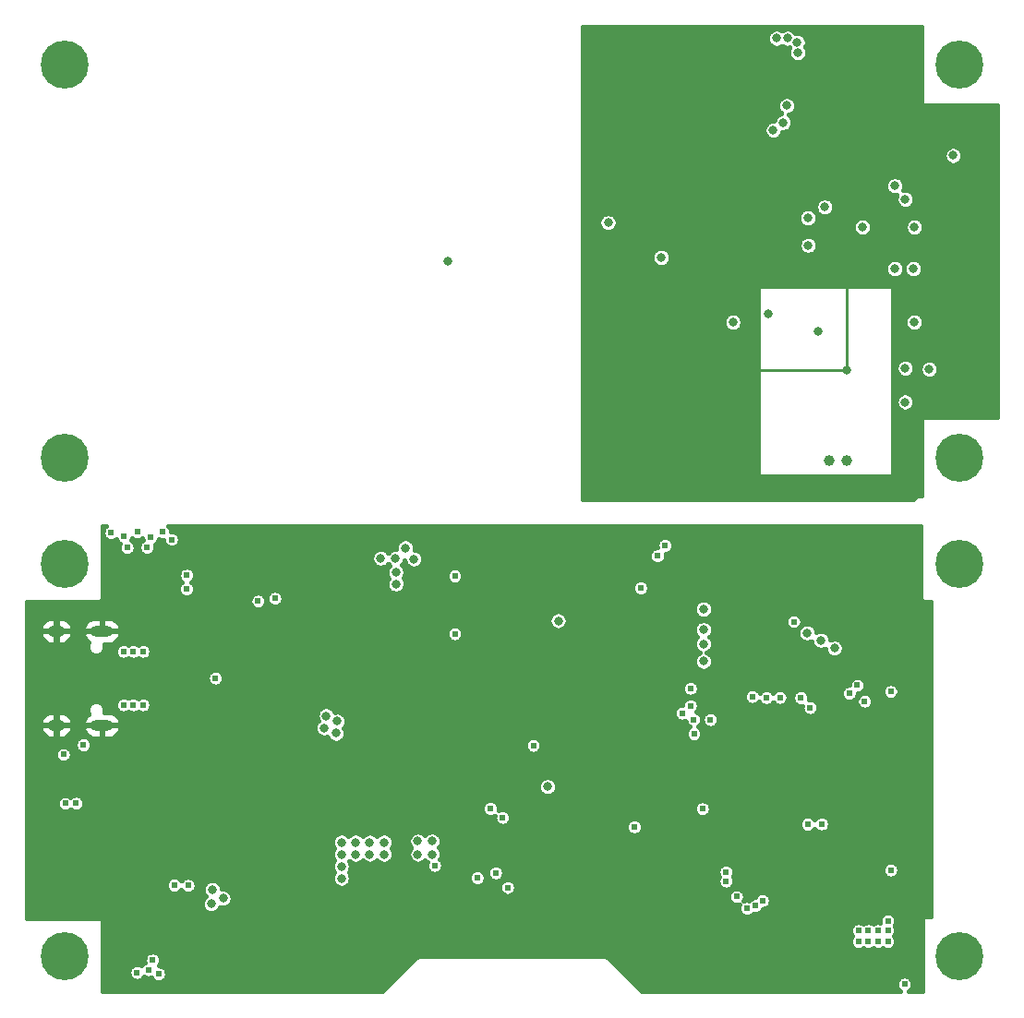
<source format=gbr>
%TF.GenerationSoftware,KiCad,Pcbnew,(5.1.8)-1*%
%TF.CreationDate,2021-08-31T22:24:42+08:00*%
%TF.ProjectId,End_World_Kit_V3.0,456e645f-576f-4726-9c64-5f4b69745f56,rev?*%
%TF.SameCoordinates,Original*%
%TF.FileFunction,Copper,L3,Inr*%
%TF.FilePolarity,Positive*%
%FSLAX46Y46*%
G04 Gerber Fmt 4.6, Leading zero omitted, Abs format (unit mm)*
G04 Created by KiCad (PCBNEW (5.1.8)-1) date 2021-08-31 22:24:42*
%MOMM*%
%LPD*%
G01*
G04 APERTURE LIST*
%TA.AperFunction,ComponentPad*%
%ADD10C,1.000000*%
%TD*%
%TA.AperFunction,ComponentPad*%
%ADD11C,0.700000*%
%TD*%
%TA.AperFunction,ComponentPad*%
%ADD12C,4.400000*%
%TD*%
%TA.AperFunction,ComponentPad*%
%ADD13O,2.100000X1.000000*%
%TD*%
%TA.AperFunction,ComponentPad*%
%ADD14O,1.600000X1.000000*%
%TD*%
%TA.AperFunction,ViaPad*%
%ADD15C,0.603000*%
%TD*%
%TA.AperFunction,ViaPad*%
%ADD16C,0.800000*%
%TD*%
%TA.AperFunction,Conductor*%
%ADD17C,0.250000*%
%TD*%
%TA.AperFunction,Conductor*%
%ADD18C,0.400000*%
%TD*%
%TA.AperFunction,Conductor*%
%ADD19C,0.100000*%
%TD*%
G04 APERTURE END LIST*
D10*
%TO.N,GNDA*%
%TO.C,MK1*%
X130400000Y-97300000D03*
%TO.N,Net-(C21-Pad1)*%
X128800000Y-97300000D03*
%TD*%
D11*
%TO.N,N/C*%
%TO.C,H8*%
X141916726Y-95833274D03*
X140750000Y-95350000D03*
X139583274Y-95833274D03*
X139100000Y-97000000D03*
X139583274Y-98166726D03*
X140750000Y-98650000D03*
X141916726Y-98166726D03*
X142400000Y-97000000D03*
D12*
X140750000Y-97000000D03*
%TD*%
D11*
%TO.N,N/C*%
%TO.C,H7*%
X141916726Y-59833274D03*
X140750000Y-59350000D03*
X139583274Y-59833274D03*
X139100000Y-61000000D03*
X139583274Y-62166726D03*
X140750000Y-62650000D03*
X141916726Y-62166726D03*
X142400000Y-61000000D03*
D12*
X140750000Y-61000000D03*
%TD*%
D11*
%TO.N,N/C*%
%TO.C,H6*%
X59916726Y-95833274D03*
X58750000Y-95350000D03*
X57583274Y-95833274D03*
X57100000Y-97000000D03*
X57583274Y-98166726D03*
X58750000Y-98650000D03*
X59916726Y-98166726D03*
X60400000Y-97000000D03*
D12*
X58750000Y-97000000D03*
%TD*%
D11*
%TO.N,N/C*%
%TO.C,H5*%
X59916726Y-59833274D03*
X58750000Y-59350000D03*
X57583274Y-59833274D03*
X57100000Y-61000000D03*
X57583274Y-62166726D03*
X58750000Y-62650000D03*
X59916726Y-62166726D03*
X60400000Y-61000000D03*
D12*
X58750000Y-61000000D03*
%TD*%
D11*
%TO.N,N/C*%
%TO.C,H4*%
X141916726Y-141583274D03*
X140750000Y-141100000D03*
X139583274Y-141583274D03*
X139100000Y-142750000D03*
X139583274Y-143916726D03*
X140750000Y-144400000D03*
X141916726Y-143916726D03*
X142400000Y-142750000D03*
D12*
X140750000Y-142750000D03*
%TD*%
D11*
%TO.N,N/C*%
%TO.C,H3*%
X141916726Y-105583274D03*
X140750000Y-105100000D03*
X139583274Y-105583274D03*
X139100000Y-106750000D03*
X139583274Y-107916726D03*
X140750000Y-108400000D03*
X141916726Y-107916726D03*
X142400000Y-106750000D03*
D12*
X140750000Y-106750000D03*
%TD*%
D11*
%TO.N,N/C*%
%TO.C,H2*%
X59916726Y-141583274D03*
X58750000Y-141100000D03*
X57583274Y-141583274D03*
X57100000Y-142750000D03*
X57583274Y-143916726D03*
X58750000Y-144400000D03*
X59916726Y-143916726D03*
X60400000Y-142750000D03*
D12*
X58750000Y-142750000D03*
%TD*%
D11*
%TO.N,N/C*%
%TO.C,H1*%
X59916726Y-105583274D03*
X58750000Y-105100000D03*
X57583274Y-105583274D03*
X57100000Y-106750000D03*
X57583274Y-107916726D03*
X58750000Y-108400000D03*
X59916726Y-107916726D03*
X60400000Y-106750000D03*
D12*
X58750000Y-106750000D03*
%TD*%
D13*
%TO.N,GND*%
%TO.C,P1*%
X62130000Y-112930000D03*
X62130000Y-121570000D03*
D14*
X57950000Y-121570000D03*
X57950000Y-112930000D03*
%TD*%
D15*
%TO.N,GND*%
X74550000Y-134700000D03*
X72950000Y-134700000D03*
X74550000Y-133750000D03*
X72950000Y-133750000D03*
D16*
X131100000Y-125800000D03*
X129500000Y-125800000D03*
X127900000Y-125800000D03*
X127900000Y-127400000D03*
X129500000Y-127400000D03*
X131100000Y-127400000D03*
X129500000Y-124100000D03*
X131100000Y-124100000D03*
X127900000Y-124100000D03*
D15*
X129200000Y-137300000D03*
X68250000Y-117250000D03*
X132100000Y-138200000D03*
D16*
X137200000Y-135100000D03*
X136600000Y-118400000D03*
X123940000Y-143150000D03*
X133620000Y-112920000D03*
X56254611Y-115207390D03*
X56315977Y-118799757D03*
X56042657Y-131589235D03*
X56238693Y-135339564D03*
X57271681Y-137870876D03*
X58074346Y-116917231D03*
X58335182Y-133182348D03*
X58986479Y-136184468D03*
X59837184Y-111502874D03*
X59888643Y-118796122D03*
X71050000Y-120350000D03*
X71050000Y-123250000D03*
X73150000Y-122050000D03*
X74309538Y-119901045D03*
X75438867Y-104679141D03*
X75290369Y-138158489D03*
X75187037Y-142059310D03*
X76303156Y-117885579D03*
X76333192Y-144505355D03*
X77316918Y-139742584D03*
X77905925Y-105683540D03*
X78067355Y-122670768D03*
X78143556Y-142745148D03*
X78942982Y-125755353D03*
X80056454Y-107824103D03*
X79904458Y-114056483D03*
X79899600Y-120729860D03*
X79989475Y-139011212D03*
X80081536Y-144834175D03*
X81051677Y-104711406D03*
X80875073Y-141817381D03*
X82013895Y-109437215D03*
X81762826Y-119010297D03*
X82972508Y-106604221D03*
X83892291Y-138912438D03*
X84044183Y-144943451D03*
X85529269Y-114167873D03*
X85939076Y-141125560D03*
X86727907Y-129345145D03*
X87559761Y-116321944D03*
X87502980Y-138889150D03*
X87473446Y-144787736D03*
X88403493Y-123979685D03*
X88369530Y-127758609D03*
X89409790Y-130518095D03*
X89324504Y-140759244D03*
X90524003Y-118848391D03*
X90421672Y-125647822D03*
X91524811Y-128779279D03*
X91245199Y-139077060D03*
X92411239Y-105517298D03*
X93488495Y-120084049D03*
X93479223Y-124550387D03*
X93387732Y-130285205D03*
X93206225Y-140810335D03*
X94424758Y-133085021D03*
X95164223Y-127638295D03*
X96185992Y-104710472D03*
X96164065Y-108620154D03*
X96099474Y-113312065D03*
X97019886Y-125589118D03*
X98027769Y-106493334D03*
X97906667Y-110221207D03*
X100087296Y-104712381D03*
X102626424Y-105516800D03*
X104758482Y-131244804D03*
X105845533Y-112379814D03*
X105905571Y-134122446D03*
X106560563Y-139232926D03*
X107743952Y-104837785D03*
X107797802Y-109325991D03*
X107407397Y-132483277D03*
X109474822Y-134149664D03*
X110586403Y-113352739D03*
X112229272Y-115189993D03*
X112616154Y-124022722D03*
X112358850Y-127675039D03*
X112286753Y-139075471D03*
X112349512Y-143587346D03*
X114087073Y-125822190D03*
X115376617Y-133147500D03*
X115382815Y-138134165D03*
X116018209Y-123913269D03*
X116295149Y-127464149D03*
X116325439Y-143662943D03*
X118063263Y-104600357D03*
X118226639Y-139194860D03*
X118950264Y-109616157D03*
X119216797Y-133424547D03*
X119885324Y-143809660D03*
X121973402Y-104942564D03*
X122983804Y-108734718D03*
X123587442Y-122055553D03*
X123658169Y-127635253D03*
X124806968Y-105530178D03*
X124821458Y-110470399D03*
X124628541Y-130288068D03*
X125803606Y-123827542D03*
X127407441Y-104713883D03*
X127785876Y-108548670D03*
X127690799Y-121723495D03*
X127768701Y-143733588D03*
X128387957Y-111450875D03*
X129603445Y-106712539D03*
X129561833Y-129730037D03*
X130359911Y-109523429D03*
X130438442Y-120830619D03*
X131609586Y-104712604D03*
X131221966Y-112282300D03*
X131307978Y-131636947D03*
X132440563Y-107731747D03*
X133244582Y-110263629D03*
X133340970Y-122074930D03*
X133131075Y-125775554D03*
X133449829Y-129496150D03*
X134441441Y-105916229D03*
X135313269Y-123910431D03*
X136975688Y-121648094D03*
X137286351Y-125592944D03*
X136963693Y-129388022D03*
X99000000Y-128200000D03*
X125100000Y-137300000D03*
X67650000Y-139450000D03*
X67650000Y-140850000D03*
X68950000Y-139450000D03*
X68950000Y-140850000D03*
X70350000Y-139450000D03*
X71650000Y-139450000D03*
X73050000Y-144950000D03*
X70350000Y-140850000D03*
X71650000Y-140950000D03*
X64550000Y-140450000D03*
D15*
X115350000Y-106650000D03*
X116600000Y-106650000D03*
X116600000Y-107925000D03*
X115375000Y-107925000D03*
X115975000Y-107300000D03*
X73750000Y-133750000D03*
X75650000Y-133450000D03*
X75800000Y-134600000D03*
X74600000Y-136050000D03*
X74500000Y-131950000D03*
X75400000Y-132450000D03*
X76750000Y-132850000D03*
X72400000Y-132000000D03*
X77325000Y-109100000D03*
X69650000Y-121050000D03*
X69650000Y-122050000D03*
X69650000Y-123050000D03*
X69650000Y-124050000D03*
X69650000Y-120050000D03*
X58050000Y-115150000D03*
X59650000Y-115250000D03*
X60050000Y-116650000D03*
X61150000Y-117850000D03*
X60050000Y-120350000D03*
X58250000Y-118550000D03*
X56150000Y-117150000D03*
X55750000Y-113150000D03*
X59950000Y-112950000D03*
X69750000Y-113950000D03*
X69950000Y-112050000D03*
X70950000Y-110150000D03*
X71050000Y-106450000D03*
X70050000Y-105150000D03*
X71750000Y-103750000D03*
X73650000Y-103950000D03*
X83675000Y-125200000D03*
X81925000Y-125200000D03*
X80075000Y-126075000D03*
X79725000Y-124550000D03*
X77675000Y-124100000D03*
X82750000Y-125200000D03*
%TO.N,/VDD*%
X113770000Y-105070000D03*
X111540000Y-108970000D03*
X131500000Y-140400000D03*
X131500000Y-141400000D03*
X132400000Y-141400000D03*
X132400000Y-140400000D03*
X133300000Y-140400000D03*
X133300000Y-141400000D03*
X134200000Y-141400000D03*
X134200000Y-140400000D03*
X134200000Y-139500000D03*
D16*
X84100000Y-135600000D03*
X84100000Y-134500000D03*
X84100000Y-133400000D03*
X84100000Y-132300000D03*
X85400000Y-132300000D03*
X86700000Y-132300000D03*
X85400000Y-133400000D03*
X86700000Y-133400000D03*
X88000000Y-132300000D03*
X88000000Y-133400000D03*
X91100000Y-132200000D03*
X91100000Y-133400000D03*
X92400000Y-132200000D03*
X92400000Y-133400000D03*
D15*
X92650000Y-134425000D03*
%TO.N,+5V*%
X64125000Y-114800000D03*
X65900000Y-114800000D03*
X65000000Y-114800000D03*
X64125000Y-119700000D03*
X65900000Y-119700000D03*
X65000000Y-119700000D03*
X62975000Y-103900000D03*
X64450000Y-105275000D03*
X66275000Y-105250000D03*
X64150000Y-104200000D03*
X65375000Y-103800000D03*
X66625000Y-104325000D03*
X68525000Y-104525000D03*
X67700000Y-103825000D03*
X60437500Y-123362500D03*
X58762500Y-128737500D03*
X66775000Y-143100000D03*
X65350000Y-144250000D03*
X67325000Y-144375000D03*
X66400000Y-144000000D03*
X72550000Y-117250000D03*
D16*
X72150000Y-137950000D03*
X73250000Y-137450000D03*
X72250000Y-136650000D03*
%TO.N,/VDDA_GPS*%
X89100000Y-108610000D03*
X89090000Y-107540000D03*
X87710000Y-106240000D03*
X89060000Y-106260000D03*
X90740000Y-106310000D03*
X89960000Y-105290000D03*
X103975000Y-111975000D03*
X83600000Y-122300000D03*
X82500000Y-121800000D03*
X82700000Y-120700000D03*
X83700000Y-121200000D03*
%TO.N,Net-(C23-Pad2)*%
X120000000Y-84600000D03*
X127840000Y-85440000D03*
%TO.N,GNDA*%
X138010000Y-81080000D03*
X137990000Y-82600000D03*
X119980000Y-63530000D03*
X120010000Y-61700000D03*
X139940000Y-86740000D03*
X136635000Y-77135000D03*
X131905000Y-77135000D03*
X138010000Y-90810000D03*
X140250000Y-91720000D03*
X138090000Y-92140000D03*
X143110000Y-88870000D03*
X143970000Y-86670000D03*
X144000000Y-90910000D03*
X143990000Y-82400000D03*
X143960000Y-73300000D03*
X143980000Y-71700000D03*
X117810000Y-80870000D03*
X130400000Y-88960000D03*
X136600000Y-85700000D03*
X114150000Y-58500000D03*
X111200000Y-62050000D03*
X108830000Y-62670000D03*
X115500000Y-62670000D03*
X125000000Y-62150000D03*
X125100000Y-63450000D03*
X126200000Y-62650000D03*
X107454234Y-65924600D03*
X107716218Y-69677773D03*
X107778277Y-81918922D03*
X108700676Y-72394049D03*
X109530855Y-67438321D03*
X110262445Y-70508662D03*
X111387963Y-65621753D03*
X112594907Y-68690164D03*
X112388964Y-81969118D03*
X113289024Y-71198672D03*
X113456013Y-87797900D03*
X114163082Y-66877665D03*
X115625000Y-68800000D03*
X115138626Y-89362367D03*
X116994926Y-65467756D03*
X117959571Y-61142247D03*
X118184567Y-68746713D03*
X119788229Y-66498318D03*
X121134456Y-93387476D03*
X121079975Y-98857160D03*
X123771429Y-99920489D03*
X124696943Y-79807601D03*
X125579983Y-68551868D03*
X128444871Y-79990789D03*
X130346873Y-69709665D03*
X132169500Y-74438189D03*
X132326402Y-99837511D03*
X133453553Y-78951875D03*
X136135839Y-69518369D03*
X136405454Y-94088404D03*
X136427650Y-98177888D03*
X138031835Y-65545350D03*
X141107822Y-66825943D03*
X141096414Y-84858493D03*
X142076634Y-76246736D03*
X142057286Y-79834968D03*
X121100000Y-95900000D03*
X120300000Y-91100000D03*
X117600000Y-89600000D03*
X127840000Y-61720000D03*
X127860000Y-63460000D03*
X108775000Y-78025000D03*
X120025000Y-74000000D03*
X120875000Y-78075000D03*
X116500000Y-76400000D03*
X119500000Y-82800000D03*
X121475000Y-85600000D03*
X138400000Y-76850000D03*
X144000000Y-70300000D03*
X143850000Y-67125000D03*
X138975000Y-66850000D03*
X108900000Y-79625000D03*
X108200000Y-77025000D03*
X106625000Y-75900000D03*
X109400000Y-81200000D03*
X106750000Y-86075000D03*
X108100000Y-86700000D03*
X109250000Y-89425000D03*
X112225000Y-87225000D03*
X112850000Y-85050000D03*
X111200000Y-89500000D03*
X108075000Y-88425000D03*
X113050000Y-83500000D03*
X117575000Y-77400000D03*
X117600000Y-74900000D03*
X113075000Y-74850000D03*
X111675000Y-76350000D03*
X119925000Y-76625000D03*
X119900000Y-79475000D03*
X126325000Y-80550000D03*
X131275000Y-80750000D03*
X129450000Y-80950000D03*
X131925000Y-78425000D03*
X128175000Y-78525000D03*
%TO.N,/VDDA*%
X93880000Y-78980000D03*
X108550000Y-75460000D03*
X137995000Y-88905000D03*
X140200000Y-69300000D03*
%TO.N,VBAT_B*%
X124000000Y-58550000D03*
X125000000Y-58550000D03*
X125900000Y-58900000D03*
X125950000Y-59850000D03*
%TO.N,Net-(C34-Pad1)*%
X136635000Y-75865000D03*
X131875000Y-75865000D03*
D15*
%TO.N,/CCS811_WAKE_T*%
X121290000Y-138370000D03*
X121770000Y-118940000D03*
%TO.N,/I2C_SCL_T*%
X124300000Y-119020000D03*
X122700000Y-137660000D03*
%TO.N,/I2C_SDA_T*%
X122050000Y-138130000D03*
X123070000Y-119030000D03*
D16*
%TO.N,/CCS811_WAKE*%
X136620000Y-84580000D03*
%TO.N,/MIC_OUT*%
X123690000Y-66980000D03*
X123250000Y-83860000D03*
%TO.N,/I2C_SCL*%
X136540000Y-79690000D03*
X134850000Y-79690000D03*
X134850000Y-72080000D03*
%TO.N,/I2C_SDA*%
X135800000Y-91910000D03*
X135800000Y-88810000D03*
X135800000Y-73310000D03*
%TO.N,/RAD_V_B*%
X124940000Y-64730000D03*
X113425000Y-78650000D03*
%TO.N,/UV_OUT_B*%
X124620000Y-66270000D03*
X126860000Y-75030000D03*
D15*
%TO.N,/#EN*%
X110960000Y-130890000D03*
X134470000Y-134860000D03*
X135725000Y-145325000D03*
%TO.N,/RTS*%
X69905000Y-107795000D03*
X78000000Y-109925000D03*
%TO.N,/IO0*%
X101690000Y-123420000D03*
X116100000Y-118190000D03*
%TO.N,/DTR*%
X69890000Y-109065000D03*
X76450000Y-110175000D03*
%TO.N,Net-(R1-Pad1)*%
X68765000Y-136235000D03*
X58600000Y-124250000D03*
%TO.N,Net-(R4-Pad1)*%
X70035000Y-136260000D03*
X59775000Y-128725000D03*
%TO.N,/KEY4*%
X134460000Y-118460000D03*
D16*
X117300000Y-115700000D03*
D15*
%TO.N,/KEY3*%
X130660000Y-118640000D03*
D16*
X117300000Y-114100000D03*
X129300000Y-114500000D03*
D15*
%TO.N,/KEY2*%
X127075000Y-119950000D03*
D16*
X117300000Y-112800000D03*
X128077401Y-113777401D03*
D15*
%TO.N,/KEY1*%
X126225000Y-119050000D03*
D16*
X117300000Y-110900000D03*
X126800000Y-113100000D03*
D15*
%TO.N,/U0_RX*%
X116400000Y-121050000D03*
X131400000Y-117900000D03*
%TO.N,/SPI2_MOSI*%
X97750000Y-129210000D03*
X117190000Y-129220000D03*
%TO.N,/SPI2_SCLK*%
X119362481Y-135010909D03*
D16*
X103000000Y-127200000D03*
D15*
X98250000Y-135100000D03*
%TO.N,/GPS_PPS*%
X94495000Y-113175000D03*
X94495000Y-107875000D03*
%TO.N,/GPS_TXD*%
X116110000Y-119770000D03*
X128130000Y-130630000D03*
%TO.N,/GPS_RXD*%
X115330000Y-120460000D03*
X126840000Y-130650000D03*
D16*
%TO.N,Net-(R45-Pad1)*%
X126900000Y-77540000D03*
X128420000Y-74020000D03*
D15*
%TO.N,/U0_TX*%
X116422590Y-122347590D03*
X132075000Y-119375000D03*
%TO.N,/GYRO_INT*%
X113080000Y-106030000D03*
X125570000Y-112060000D03*
%TO.N,/SPI2_CS0*%
X98870000Y-130030000D03*
X117930002Y-121050000D03*
%TO.N,/SPI2_RST*%
X119370000Y-135860000D03*
X96550000Y-135550000D03*
%TO.N,/SPI2_DC*%
X120330000Y-137290000D03*
X99350000Y-136450000D03*
%TD*%
D17*
%TO.N,GNDA*%
X130400000Y-88960000D02*
X130400000Y-80730000D01*
X130400000Y-88960000D02*
X121680000Y-88960000D01*
%TD*%
D18*
%TO.N,GND*%
X62493397Y-103313164D02*
X62388164Y-103418397D01*
X62305484Y-103542136D01*
X62248533Y-103679629D01*
X62219500Y-103825590D01*
X62219500Y-103974410D01*
X62248533Y-104120371D01*
X62305484Y-104257864D01*
X62388164Y-104381603D01*
X62493397Y-104486836D01*
X62617136Y-104569516D01*
X62754629Y-104626467D01*
X62900590Y-104655500D01*
X63049410Y-104655500D01*
X63195371Y-104626467D01*
X63332864Y-104569516D01*
X63452264Y-104489735D01*
X63480484Y-104557864D01*
X63563164Y-104681603D01*
X63668397Y-104786836D01*
X63792136Y-104869516D01*
X63807931Y-104876059D01*
X63780484Y-104917136D01*
X63723533Y-105054629D01*
X63694500Y-105200590D01*
X63694500Y-105349410D01*
X63723533Y-105495371D01*
X63780484Y-105632864D01*
X63863164Y-105756603D01*
X63968397Y-105861836D01*
X64092136Y-105944516D01*
X64229629Y-106001467D01*
X64375590Y-106030500D01*
X64524410Y-106030500D01*
X64670371Y-106001467D01*
X64807864Y-105944516D01*
X64931603Y-105861836D01*
X65036836Y-105756603D01*
X65119516Y-105632864D01*
X65176467Y-105495371D01*
X65205500Y-105349410D01*
X65205500Y-105200590D01*
X65176467Y-105054629D01*
X65119516Y-104917136D01*
X65036836Y-104793397D01*
X64931603Y-104688164D01*
X64807864Y-104605484D01*
X64792069Y-104598941D01*
X64819516Y-104557864D01*
X64876467Y-104420371D01*
X64884840Y-104378279D01*
X64893397Y-104386836D01*
X65017136Y-104469516D01*
X65154629Y-104526467D01*
X65300590Y-104555500D01*
X65449410Y-104555500D01*
X65595371Y-104526467D01*
X65732864Y-104469516D01*
X65856603Y-104386836D01*
X65869500Y-104373939D01*
X65869500Y-104399410D01*
X65898533Y-104545371D01*
X65913957Y-104582608D01*
X65793397Y-104663164D01*
X65688164Y-104768397D01*
X65605484Y-104892136D01*
X65548533Y-105029629D01*
X65519500Y-105175590D01*
X65519500Y-105324410D01*
X65548533Y-105470371D01*
X65605484Y-105607864D01*
X65688164Y-105731603D01*
X65793397Y-105836836D01*
X65917136Y-105919516D01*
X66054629Y-105976467D01*
X66200590Y-106005500D01*
X66349410Y-106005500D01*
X66495371Y-105976467D01*
X66632864Y-105919516D01*
X66756603Y-105836836D01*
X66861836Y-105731603D01*
X66944516Y-105607864D01*
X67001467Y-105470371D01*
X67030500Y-105324410D01*
X67030500Y-105175590D01*
X67001467Y-105029629D01*
X66986043Y-104992392D01*
X67106603Y-104911836D01*
X67211836Y-104806603D01*
X67294516Y-104682864D01*
X67351467Y-104545371D01*
X67360102Y-104501958D01*
X67479629Y-104551467D01*
X67625590Y-104580500D01*
X67769500Y-104580500D01*
X67769500Y-104599410D01*
X67798533Y-104745371D01*
X67855484Y-104882864D01*
X67938164Y-105006603D01*
X68043397Y-105111836D01*
X68167136Y-105194516D01*
X68304629Y-105251467D01*
X68450590Y-105280500D01*
X68599410Y-105280500D01*
X68745371Y-105251467D01*
X68882864Y-105194516D01*
X69006603Y-105111836D01*
X69111836Y-105006603D01*
X69194516Y-104882864D01*
X69251467Y-104745371D01*
X69280500Y-104599410D01*
X69280500Y-104450590D01*
X69251467Y-104304629D01*
X69194516Y-104167136D01*
X69111836Y-104043397D01*
X69006603Y-103938164D01*
X68882864Y-103855484D01*
X68745371Y-103798533D01*
X68599410Y-103769500D01*
X68455500Y-103769500D01*
X68455500Y-103750590D01*
X68426467Y-103604629D01*
X68369516Y-103467136D01*
X68286836Y-103343397D01*
X68243439Y-103300000D01*
X137200000Y-103300000D01*
X137200000Y-110000000D01*
X137203843Y-110039018D01*
X137215224Y-110076537D01*
X137233706Y-110111114D01*
X137258579Y-110141421D01*
X137288886Y-110166294D01*
X137323463Y-110184776D01*
X137360982Y-110196157D01*
X137400000Y-110200000D01*
X138100000Y-110200000D01*
X138100000Y-139100000D01*
X137600000Y-139100000D01*
X137560982Y-139103843D01*
X137523463Y-139115224D01*
X137488886Y-139133706D01*
X137458579Y-139158579D01*
X137433706Y-139188886D01*
X137415224Y-139223463D01*
X137403843Y-139260982D01*
X137400000Y-139300000D01*
X137400000Y-146000000D01*
X136069624Y-146000000D01*
X136082864Y-145994516D01*
X136206603Y-145911836D01*
X136311836Y-145806603D01*
X136394516Y-145682864D01*
X136451467Y-145545371D01*
X136480500Y-145399410D01*
X136480500Y-145250590D01*
X136451467Y-145104629D01*
X136394516Y-144967136D01*
X136311836Y-144843397D01*
X136206603Y-144738164D01*
X136082864Y-144655484D01*
X135945371Y-144598533D01*
X135799410Y-144569500D01*
X135650590Y-144569500D01*
X135504629Y-144598533D01*
X135367136Y-144655484D01*
X135243397Y-144738164D01*
X135138164Y-144843397D01*
X135055484Y-144967136D01*
X134998533Y-145104629D01*
X134969500Y-145250590D01*
X134969500Y-145399410D01*
X134998533Y-145545371D01*
X135055484Y-145682864D01*
X135138164Y-145806603D01*
X135243397Y-145911836D01*
X135367136Y-145994516D01*
X135380376Y-146000000D01*
X111677409Y-146000000D01*
X108605347Y-142927940D01*
X108590343Y-142909657D01*
X108517405Y-142849800D01*
X108434192Y-142805321D01*
X108343900Y-142777931D01*
X108273526Y-142771000D01*
X108273523Y-142771000D01*
X108250000Y-142768683D01*
X108226477Y-142771000D01*
X91273520Y-142771000D01*
X91249999Y-142768683D01*
X91226478Y-142771000D01*
X91226474Y-142771000D01*
X91156100Y-142777931D01*
X91065808Y-142805321D01*
X91040565Y-142818814D01*
X90982593Y-142849800D01*
X90927930Y-142894661D01*
X90909657Y-142909657D01*
X90894662Y-142927929D01*
X87822593Y-146000000D01*
X62200000Y-146000000D01*
X62200000Y-144175590D01*
X64594500Y-144175590D01*
X64594500Y-144324410D01*
X64623533Y-144470371D01*
X64680484Y-144607864D01*
X64763164Y-144731603D01*
X64868397Y-144836836D01*
X64992136Y-144919516D01*
X65129629Y-144976467D01*
X65275590Y-145005500D01*
X65424410Y-145005500D01*
X65570371Y-144976467D01*
X65707864Y-144919516D01*
X65831603Y-144836836D01*
X65936836Y-144731603D01*
X65998018Y-144640037D01*
X66042136Y-144669516D01*
X66179629Y-144726467D01*
X66325590Y-144755500D01*
X66474410Y-144755500D01*
X66620371Y-144726467D01*
X66648080Y-144714990D01*
X66655484Y-144732864D01*
X66738164Y-144856603D01*
X66843397Y-144961836D01*
X66967136Y-145044516D01*
X67104629Y-145101467D01*
X67250590Y-145130500D01*
X67399410Y-145130500D01*
X67545371Y-145101467D01*
X67682864Y-145044516D01*
X67806603Y-144961836D01*
X67911836Y-144856603D01*
X67994516Y-144732864D01*
X68051467Y-144595371D01*
X68080500Y-144449410D01*
X68080500Y-144300590D01*
X68051467Y-144154629D01*
X67994516Y-144017136D01*
X67911836Y-143893397D01*
X67806603Y-143788164D01*
X67682864Y-143705484D01*
X67545371Y-143648533D01*
X67399410Y-143619500D01*
X67323939Y-143619500D01*
X67361836Y-143581603D01*
X67444516Y-143457864D01*
X67501467Y-143320371D01*
X67530500Y-143174410D01*
X67530500Y-143025590D01*
X67501467Y-142879629D01*
X67444516Y-142742136D01*
X67361836Y-142618397D01*
X67256603Y-142513164D01*
X67132864Y-142430484D01*
X66995371Y-142373533D01*
X66849410Y-142344500D01*
X66700590Y-142344500D01*
X66554629Y-142373533D01*
X66417136Y-142430484D01*
X66293397Y-142513164D01*
X66188164Y-142618397D01*
X66105484Y-142742136D01*
X66048533Y-142879629D01*
X66019500Y-143025590D01*
X66019500Y-143174410D01*
X66048533Y-143320371D01*
X66051172Y-143326741D01*
X66042136Y-143330484D01*
X65918397Y-143413164D01*
X65813164Y-143518397D01*
X65751982Y-143609963D01*
X65707864Y-143580484D01*
X65570371Y-143523533D01*
X65424410Y-143494500D01*
X65275590Y-143494500D01*
X65129629Y-143523533D01*
X64992136Y-143580484D01*
X64868397Y-143663164D01*
X64763164Y-143768397D01*
X64680484Y-143892136D01*
X64623533Y-144029629D01*
X64594500Y-144175590D01*
X62200000Y-144175590D01*
X62200000Y-140325590D01*
X130744500Y-140325590D01*
X130744500Y-140474410D01*
X130773533Y-140620371D01*
X130830484Y-140757864D01*
X130913164Y-140881603D01*
X130931561Y-140900000D01*
X130913164Y-140918397D01*
X130830484Y-141042136D01*
X130773533Y-141179629D01*
X130744500Y-141325590D01*
X130744500Y-141474410D01*
X130773533Y-141620371D01*
X130830484Y-141757864D01*
X130913164Y-141881603D01*
X131018397Y-141986836D01*
X131142136Y-142069516D01*
X131279629Y-142126467D01*
X131425590Y-142155500D01*
X131574410Y-142155500D01*
X131720371Y-142126467D01*
X131857864Y-142069516D01*
X131950000Y-142007953D01*
X132042136Y-142069516D01*
X132179629Y-142126467D01*
X132325590Y-142155500D01*
X132474410Y-142155500D01*
X132620371Y-142126467D01*
X132757864Y-142069516D01*
X132850000Y-142007953D01*
X132942136Y-142069516D01*
X133079629Y-142126467D01*
X133225590Y-142155500D01*
X133374410Y-142155500D01*
X133520371Y-142126467D01*
X133657864Y-142069516D01*
X133750000Y-142007953D01*
X133842136Y-142069516D01*
X133979629Y-142126467D01*
X134125590Y-142155500D01*
X134274410Y-142155500D01*
X134420371Y-142126467D01*
X134557864Y-142069516D01*
X134681603Y-141986836D01*
X134786836Y-141881603D01*
X134869516Y-141757864D01*
X134926467Y-141620371D01*
X134955500Y-141474410D01*
X134955500Y-141325590D01*
X134926467Y-141179629D01*
X134869516Y-141042136D01*
X134786836Y-140918397D01*
X134768439Y-140900000D01*
X134786836Y-140881603D01*
X134869516Y-140757864D01*
X134926467Y-140620371D01*
X134955500Y-140474410D01*
X134955500Y-140325590D01*
X134926467Y-140179629D01*
X134869516Y-140042136D01*
X134807953Y-139950000D01*
X134869516Y-139857864D01*
X134926467Y-139720371D01*
X134955500Y-139574410D01*
X134955500Y-139425590D01*
X134926467Y-139279629D01*
X134869516Y-139142136D01*
X134786836Y-139018397D01*
X134681603Y-138913164D01*
X134557864Y-138830484D01*
X134420371Y-138773533D01*
X134274410Y-138744500D01*
X134125590Y-138744500D01*
X133979629Y-138773533D01*
X133842136Y-138830484D01*
X133718397Y-138913164D01*
X133613164Y-139018397D01*
X133530484Y-139142136D01*
X133473533Y-139279629D01*
X133444500Y-139425590D01*
X133444500Y-139574410D01*
X133461903Y-139661903D01*
X133374410Y-139644500D01*
X133225590Y-139644500D01*
X133079629Y-139673533D01*
X132942136Y-139730484D01*
X132850000Y-139792047D01*
X132757864Y-139730484D01*
X132620371Y-139673533D01*
X132474410Y-139644500D01*
X132325590Y-139644500D01*
X132179629Y-139673533D01*
X132042136Y-139730484D01*
X131950000Y-139792047D01*
X131857864Y-139730484D01*
X131720371Y-139673533D01*
X131574410Y-139644500D01*
X131425590Y-139644500D01*
X131279629Y-139673533D01*
X131142136Y-139730484D01*
X131018397Y-139813164D01*
X130913164Y-139918397D01*
X130830484Y-140042136D01*
X130773533Y-140179629D01*
X130744500Y-140325590D01*
X62200000Y-140325590D01*
X62200000Y-139500000D01*
X62196157Y-139460982D01*
X62184776Y-139423463D01*
X62166294Y-139388886D01*
X62141421Y-139358579D01*
X62111114Y-139333706D01*
X62076537Y-139315224D01*
X62039018Y-139303843D01*
X62000000Y-139300000D01*
X55229000Y-139300000D01*
X55229000Y-137865888D01*
X71296000Y-137865888D01*
X71296000Y-138034112D01*
X71328819Y-138199103D01*
X71393195Y-138354521D01*
X71486655Y-138494393D01*
X71605607Y-138613345D01*
X71745479Y-138706805D01*
X71900897Y-138771181D01*
X72065888Y-138804000D01*
X72234112Y-138804000D01*
X72399103Y-138771181D01*
X72554521Y-138706805D01*
X72694393Y-138613345D01*
X72813345Y-138494393D01*
X72906805Y-138354521D01*
X72950049Y-138250119D01*
X73000897Y-138271181D01*
X73165888Y-138304000D01*
X73334112Y-138304000D01*
X73499103Y-138271181D01*
X73654521Y-138206805D01*
X73794393Y-138113345D01*
X73913345Y-137994393D01*
X74006805Y-137854521D01*
X74071181Y-137699103D01*
X74104000Y-137534112D01*
X74104000Y-137365888D01*
X74074104Y-137215590D01*
X119574500Y-137215590D01*
X119574500Y-137364410D01*
X119603533Y-137510371D01*
X119660484Y-137647864D01*
X119743164Y-137771603D01*
X119848397Y-137876836D01*
X119972136Y-137959516D01*
X120109629Y-138016467D01*
X120255590Y-138045500D01*
X120404410Y-138045500D01*
X120550371Y-138016467D01*
X120643314Y-137977969D01*
X120620484Y-138012136D01*
X120563533Y-138149629D01*
X120534500Y-138295590D01*
X120534500Y-138444410D01*
X120563533Y-138590371D01*
X120620484Y-138727864D01*
X120703164Y-138851603D01*
X120808397Y-138956836D01*
X120932136Y-139039516D01*
X121069629Y-139096467D01*
X121215590Y-139125500D01*
X121364410Y-139125500D01*
X121510371Y-139096467D01*
X121647864Y-139039516D01*
X121771603Y-138956836D01*
X121864947Y-138863492D01*
X121975590Y-138885500D01*
X122124410Y-138885500D01*
X122270371Y-138856467D01*
X122407864Y-138799516D01*
X122531603Y-138716836D01*
X122636836Y-138611603D01*
X122719516Y-138487864D01*
X122749490Y-138415500D01*
X122774410Y-138415500D01*
X122920371Y-138386467D01*
X123057864Y-138329516D01*
X123181603Y-138246836D01*
X123286836Y-138141603D01*
X123369516Y-138017864D01*
X123426467Y-137880371D01*
X123455500Y-137734410D01*
X123455500Y-137585590D01*
X123426467Y-137439629D01*
X123369516Y-137302136D01*
X123286836Y-137178397D01*
X123181603Y-137073164D01*
X123057864Y-136990484D01*
X122920371Y-136933533D01*
X122774410Y-136904500D01*
X122625590Y-136904500D01*
X122479629Y-136933533D01*
X122342136Y-136990484D01*
X122218397Y-137073164D01*
X122113164Y-137178397D01*
X122030484Y-137302136D01*
X122000510Y-137374500D01*
X121975590Y-137374500D01*
X121829629Y-137403533D01*
X121692136Y-137460484D01*
X121568397Y-137543164D01*
X121475053Y-137636508D01*
X121364410Y-137614500D01*
X121215590Y-137614500D01*
X121069629Y-137643533D01*
X120976686Y-137682031D01*
X120999516Y-137647864D01*
X121056467Y-137510371D01*
X121085500Y-137364410D01*
X121085500Y-137215590D01*
X121056467Y-137069629D01*
X120999516Y-136932136D01*
X120916836Y-136808397D01*
X120811603Y-136703164D01*
X120687864Y-136620484D01*
X120550371Y-136563533D01*
X120404410Y-136534500D01*
X120255590Y-136534500D01*
X120109629Y-136563533D01*
X119972136Y-136620484D01*
X119848397Y-136703164D01*
X119743164Y-136808397D01*
X119660484Y-136932136D01*
X119603533Y-137069629D01*
X119574500Y-137215590D01*
X74074104Y-137215590D01*
X74071181Y-137200897D01*
X74006805Y-137045479D01*
X73913345Y-136905607D01*
X73794393Y-136786655D01*
X73654521Y-136693195D01*
X73499103Y-136628819D01*
X73334112Y-136596000D01*
X73165888Y-136596000D01*
X73104000Y-136608310D01*
X73104000Y-136565888D01*
X73071181Y-136400897D01*
X73006805Y-136245479D01*
X72913345Y-136105607D01*
X72794393Y-135986655D01*
X72654521Y-135893195D01*
X72499103Y-135828819D01*
X72334112Y-135796000D01*
X72165888Y-135796000D01*
X72000897Y-135828819D01*
X71845479Y-135893195D01*
X71705607Y-135986655D01*
X71586655Y-136105607D01*
X71493195Y-136245479D01*
X71428819Y-136400897D01*
X71396000Y-136565888D01*
X71396000Y-136734112D01*
X71428819Y-136899103D01*
X71493195Y-137054521D01*
X71586655Y-137194393D01*
X71649553Y-137257291D01*
X71605607Y-137286655D01*
X71486655Y-137405607D01*
X71393195Y-137545479D01*
X71328819Y-137700897D01*
X71296000Y-137865888D01*
X55229000Y-137865888D01*
X55229000Y-136160590D01*
X68009500Y-136160590D01*
X68009500Y-136309410D01*
X68038533Y-136455371D01*
X68095484Y-136592864D01*
X68178164Y-136716603D01*
X68283397Y-136821836D01*
X68407136Y-136904516D01*
X68544629Y-136961467D01*
X68690590Y-136990500D01*
X68839410Y-136990500D01*
X68985371Y-136961467D01*
X69122864Y-136904516D01*
X69246603Y-136821836D01*
X69351836Y-136716603D01*
X69391648Y-136657021D01*
X69448164Y-136741603D01*
X69553397Y-136846836D01*
X69677136Y-136929516D01*
X69814629Y-136986467D01*
X69960590Y-137015500D01*
X70109410Y-137015500D01*
X70255371Y-136986467D01*
X70392864Y-136929516D01*
X70516603Y-136846836D01*
X70621836Y-136741603D01*
X70704516Y-136617864D01*
X70761467Y-136480371D01*
X70790500Y-136334410D01*
X70790500Y-136185590D01*
X70761467Y-136039629D01*
X70704516Y-135902136D01*
X70621836Y-135778397D01*
X70516603Y-135673164D01*
X70392864Y-135590484D01*
X70255371Y-135533533D01*
X70109410Y-135504500D01*
X69960590Y-135504500D01*
X69814629Y-135533533D01*
X69677136Y-135590484D01*
X69553397Y-135673164D01*
X69448164Y-135778397D01*
X69408352Y-135837979D01*
X69351836Y-135753397D01*
X69246603Y-135648164D01*
X69122864Y-135565484D01*
X68985371Y-135508533D01*
X68839410Y-135479500D01*
X68690590Y-135479500D01*
X68544629Y-135508533D01*
X68407136Y-135565484D01*
X68283397Y-135648164D01*
X68178164Y-135753397D01*
X68095484Y-135877136D01*
X68038533Y-136014629D01*
X68009500Y-136160590D01*
X55229000Y-136160590D01*
X55229000Y-132215888D01*
X83246000Y-132215888D01*
X83246000Y-132384112D01*
X83278819Y-132549103D01*
X83343195Y-132704521D01*
X83436655Y-132844393D01*
X83442262Y-132850000D01*
X83436655Y-132855607D01*
X83343195Y-132995479D01*
X83278819Y-133150897D01*
X83246000Y-133315888D01*
X83246000Y-133484112D01*
X83278819Y-133649103D01*
X83343195Y-133804521D01*
X83436655Y-133944393D01*
X83442262Y-133950000D01*
X83436655Y-133955607D01*
X83343195Y-134095479D01*
X83278819Y-134250897D01*
X83246000Y-134415888D01*
X83246000Y-134584112D01*
X83278819Y-134749103D01*
X83343195Y-134904521D01*
X83436655Y-135044393D01*
X83442262Y-135050000D01*
X83436655Y-135055607D01*
X83343195Y-135195479D01*
X83278819Y-135350897D01*
X83246000Y-135515888D01*
X83246000Y-135684112D01*
X83278819Y-135849103D01*
X83343195Y-136004521D01*
X83436655Y-136144393D01*
X83555607Y-136263345D01*
X83695479Y-136356805D01*
X83850897Y-136421181D01*
X84015888Y-136454000D01*
X84184112Y-136454000D01*
X84349103Y-136421181D01*
X84459169Y-136375590D01*
X98594500Y-136375590D01*
X98594500Y-136524410D01*
X98623533Y-136670371D01*
X98680484Y-136807864D01*
X98763164Y-136931603D01*
X98868397Y-137036836D01*
X98992136Y-137119516D01*
X99129629Y-137176467D01*
X99275590Y-137205500D01*
X99424410Y-137205500D01*
X99570371Y-137176467D01*
X99707864Y-137119516D01*
X99831603Y-137036836D01*
X99936836Y-136931603D01*
X100019516Y-136807864D01*
X100076467Y-136670371D01*
X100105500Y-136524410D01*
X100105500Y-136375590D01*
X100076467Y-136229629D01*
X100019516Y-136092136D01*
X99936836Y-135968397D01*
X99831603Y-135863164D01*
X99707864Y-135780484D01*
X99570371Y-135723533D01*
X99424410Y-135694500D01*
X99275590Y-135694500D01*
X99129629Y-135723533D01*
X98992136Y-135780484D01*
X98868397Y-135863164D01*
X98763164Y-135968397D01*
X98680484Y-136092136D01*
X98623533Y-136229629D01*
X98594500Y-136375590D01*
X84459169Y-136375590D01*
X84504521Y-136356805D01*
X84644393Y-136263345D01*
X84763345Y-136144393D01*
X84856805Y-136004521D01*
X84921181Y-135849103D01*
X84954000Y-135684112D01*
X84954000Y-135515888D01*
X84945985Y-135475590D01*
X95794500Y-135475590D01*
X95794500Y-135624410D01*
X95823533Y-135770371D01*
X95880484Y-135907864D01*
X95963164Y-136031603D01*
X96068397Y-136136836D01*
X96192136Y-136219516D01*
X96329629Y-136276467D01*
X96475590Y-136305500D01*
X96624410Y-136305500D01*
X96770371Y-136276467D01*
X96907864Y-136219516D01*
X97031603Y-136136836D01*
X97136836Y-136031603D01*
X97219516Y-135907864D01*
X97276467Y-135770371D01*
X97305500Y-135624410D01*
X97305500Y-135475590D01*
X97276467Y-135329629D01*
X97219516Y-135192136D01*
X97136836Y-135068397D01*
X97094029Y-135025590D01*
X97494500Y-135025590D01*
X97494500Y-135174410D01*
X97523533Y-135320371D01*
X97580484Y-135457864D01*
X97663164Y-135581603D01*
X97768397Y-135686836D01*
X97892136Y-135769516D01*
X98029629Y-135826467D01*
X98175590Y-135855500D01*
X98324410Y-135855500D01*
X98470371Y-135826467D01*
X98607864Y-135769516D01*
X98731603Y-135686836D01*
X98836836Y-135581603D01*
X98919516Y-135457864D01*
X98976467Y-135320371D01*
X99005500Y-135174410D01*
X99005500Y-135025590D01*
X98987779Y-134936499D01*
X118606981Y-134936499D01*
X118606981Y-135085319D01*
X118636014Y-135231280D01*
X118692965Y-135368773D01*
X118741280Y-135441081D01*
X118700484Y-135502136D01*
X118643533Y-135639629D01*
X118614500Y-135785590D01*
X118614500Y-135934410D01*
X118643533Y-136080371D01*
X118700484Y-136217864D01*
X118783164Y-136341603D01*
X118888397Y-136446836D01*
X119012136Y-136529516D01*
X119149629Y-136586467D01*
X119295590Y-136615500D01*
X119444410Y-136615500D01*
X119590371Y-136586467D01*
X119727864Y-136529516D01*
X119851603Y-136446836D01*
X119956836Y-136341603D01*
X120039516Y-136217864D01*
X120096467Y-136080371D01*
X120125500Y-135934410D01*
X120125500Y-135785590D01*
X120096467Y-135639629D01*
X120039516Y-135502136D01*
X119991201Y-135429828D01*
X120031997Y-135368773D01*
X120088948Y-135231280D01*
X120117981Y-135085319D01*
X120117981Y-134936499D01*
X120088948Y-134790538D01*
X120086899Y-134785590D01*
X133714500Y-134785590D01*
X133714500Y-134934410D01*
X133743533Y-135080371D01*
X133800484Y-135217864D01*
X133883164Y-135341603D01*
X133988397Y-135446836D01*
X134112136Y-135529516D01*
X134249629Y-135586467D01*
X134395590Y-135615500D01*
X134544410Y-135615500D01*
X134690371Y-135586467D01*
X134827864Y-135529516D01*
X134951603Y-135446836D01*
X135056836Y-135341603D01*
X135139516Y-135217864D01*
X135196467Y-135080371D01*
X135225500Y-134934410D01*
X135225500Y-134785590D01*
X135196467Y-134639629D01*
X135139516Y-134502136D01*
X135056836Y-134378397D01*
X134951603Y-134273164D01*
X134827864Y-134190484D01*
X134690371Y-134133533D01*
X134544410Y-134104500D01*
X134395590Y-134104500D01*
X134249629Y-134133533D01*
X134112136Y-134190484D01*
X133988397Y-134273164D01*
X133883164Y-134378397D01*
X133800484Y-134502136D01*
X133743533Y-134639629D01*
X133714500Y-134785590D01*
X120086899Y-134785590D01*
X120031997Y-134653045D01*
X119949317Y-134529306D01*
X119844084Y-134424073D01*
X119720345Y-134341393D01*
X119582852Y-134284442D01*
X119436891Y-134255409D01*
X119288071Y-134255409D01*
X119142110Y-134284442D01*
X119004617Y-134341393D01*
X118880878Y-134424073D01*
X118775645Y-134529306D01*
X118692965Y-134653045D01*
X118636014Y-134790538D01*
X118606981Y-134936499D01*
X98987779Y-134936499D01*
X98976467Y-134879629D01*
X98919516Y-134742136D01*
X98836836Y-134618397D01*
X98731603Y-134513164D01*
X98607864Y-134430484D01*
X98470371Y-134373533D01*
X98324410Y-134344500D01*
X98175590Y-134344500D01*
X98029629Y-134373533D01*
X97892136Y-134430484D01*
X97768397Y-134513164D01*
X97663164Y-134618397D01*
X97580484Y-134742136D01*
X97523533Y-134879629D01*
X97494500Y-135025590D01*
X97094029Y-135025590D01*
X97031603Y-134963164D01*
X96907864Y-134880484D01*
X96770371Y-134823533D01*
X96624410Y-134794500D01*
X96475590Y-134794500D01*
X96329629Y-134823533D01*
X96192136Y-134880484D01*
X96068397Y-134963164D01*
X95963164Y-135068397D01*
X95880484Y-135192136D01*
X95823533Y-135329629D01*
X95794500Y-135475590D01*
X84945985Y-135475590D01*
X84921181Y-135350897D01*
X84856805Y-135195479D01*
X84763345Y-135055607D01*
X84757738Y-135050000D01*
X84763345Y-135044393D01*
X84856805Y-134904521D01*
X84921181Y-134749103D01*
X84954000Y-134584112D01*
X84954000Y-134415888D01*
X84921181Y-134250897D01*
X84856805Y-134095479D01*
X84794509Y-134002247D01*
X84855607Y-134063345D01*
X84995479Y-134156805D01*
X85150897Y-134221181D01*
X85315888Y-134254000D01*
X85484112Y-134254000D01*
X85649103Y-134221181D01*
X85804521Y-134156805D01*
X85944393Y-134063345D01*
X86050000Y-133957738D01*
X86155607Y-134063345D01*
X86295479Y-134156805D01*
X86450897Y-134221181D01*
X86615888Y-134254000D01*
X86784112Y-134254000D01*
X86949103Y-134221181D01*
X87104521Y-134156805D01*
X87244393Y-134063345D01*
X87350000Y-133957738D01*
X87455607Y-134063345D01*
X87595479Y-134156805D01*
X87750897Y-134221181D01*
X87915888Y-134254000D01*
X88084112Y-134254000D01*
X88249103Y-134221181D01*
X88404521Y-134156805D01*
X88544393Y-134063345D01*
X88663345Y-133944393D01*
X88756805Y-133804521D01*
X88821181Y-133649103D01*
X88854000Y-133484112D01*
X88854000Y-133315888D01*
X88821181Y-133150897D01*
X88756805Y-132995479D01*
X88663345Y-132855607D01*
X88657738Y-132850000D01*
X88663345Y-132844393D01*
X88756805Y-132704521D01*
X88821181Y-132549103D01*
X88854000Y-132384112D01*
X88854000Y-132215888D01*
X88834109Y-132115888D01*
X90246000Y-132115888D01*
X90246000Y-132284112D01*
X90278819Y-132449103D01*
X90343195Y-132604521D01*
X90436655Y-132744393D01*
X90492262Y-132800000D01*
X90436655Y-132855607D01*
X90343195Y-132995479D01*
X90278819Y-133150897D01*
X90246000Y-133315888D01*
X90246000Y-133484112D01*
X90278819Y-133649103D01*
X90343195Y-133804521D01*
X90436655Y-133944393D01*
X90555607Y-134063345D01*
X90695479Y-134156805D01*
X90850897Y-134221181D01*
X91015888Y-134254000D01*
X91184112Y-134254000D01*
X91349103Y-134221181D01*
X91504521Y-134156805D01*
X91644393Y-134063345D01*
X91750000Y-133957738D01*
X91855607Y-134063345D01*
X91954644Y-134129520D01*
X91923533Y-134204629D01*
X91894500Y-134350590D01*
X91894500Y-134499410D01*
X91923533Y-134645371D01*
X91980484Y-134782864D01*
X92063164Y-134906603D01*
X92168397Y-135011836D01*
X92292136Y-135094516D01*
X92429629Y-135151467D01*
X92575590Y-135180500D01*
X92724410Y-135180500D01*
X92870371Y-135151467D01*
X93007864Y-135094516D01*
X93131603Y-135011836D01*
X93236836Y-134906603D01*
X93319516Y-134782864D01*
X93376467Y-134645371D01*
X93405500Y-134499410D01*
X93405500Y-134350590D01*
X93376467Y-134204629D01*
X93319516Y-134067136D01*
X93236836Y-133943397D01*
X93133235Y-133839796D01*
X93156805Y-133804521D01*
X93221181Y-133649103D01*
X93254000Y-133484112D01*
X93254000Y-133315888D01*
X93221181Y-133150897D01*
X93156805Y-132995479D01*
X93063345Y-132855607D01*
X93007738Y-132800000D01*
X93063345Y-132744393D01*
X93156805Y-132604521D01*
X93221181Y-132449103D01*
X93254000Y-132284112D01*
X93254000Y-132115888D01*
X93221181Y-131950897D01*
X93156805Y-131795479D01*
X93063345Y-131655607D01*
X92944393Y-131536655D01*
X92804521Y-131443195D01*
X92649103Y-131378819D01*
X92484112Y-131346000D01*
X92315888Y-131346000D01*
X92150897Y-131378819D01*
X91995479Y-131443195D01*
X91855607Y-131536655D01*
X91750000Y-131642262D01*
X91644393Y-131536655D01*
X91504521Y-131443195D01*
X91349103Y-131378819D01*
X91184112Y-131346000D01*
X91015888Y-131346000D01*
X90850897Y-131378819D01*
X90695479Y-131443195D01*
X90555607Y-131536655D01*
X90436655Y-131655607D01*
X90343195Y-131795479D01*
X90278819Y-131950897D01*
X90246000Y-132115888D01*
X88834109Y-132115888D01*
X88821181Y-132050897D01*
X88756805Y-131895479D01*
X88663345Y-131755607D01*
X88544393Y-131636655D01*
X88404521Y-131543195D01*
X88249103Y-131478819D01*
X88084112Y-131446000D01*
X87915888Y-131446000D01*
X87750897Y-131478819D01*
X87595479Y-131543195D01*
X87455607Y-131636655D01*
X87350000Y-131742262D01*
X87244393Y-131636655D01*
X87104521Y-131543195D01*
X86949103Y-131478819D01*
X86784112Y-131446000D01*
X86615888Y-131446000D01*
X86450897Y-131478819D01*
X86295479Y-131543195D01*
X86155607Y-131636655D01*
X86050000Y-131742262D01*
X85944393Y-131636655D01*
X85804521Y-131543195D01*
X85649103Y-131478819D01*
X85484112Y-131446000D01*
X85315888Y-131446000D01*
X85150897Y-131478819D01*
X84995479Y-131543195D01*
X84855607Y-131636655D01*
X84750000Y-131742262D01*
X84644393Y-131636655D01*
X84504521Y-131543195D01*
X84349103Y-131478819D01*
X84184112Y-131446000D01*
X84015888Y-131446000D01*
X83850897Y-131478819D01*
X83695479Y-131543195D01*
X83555607Y-131636655D01*
X83436655Y-131755607D01*
X83343195Y-131895479D01*
X83278819Y-132050897D01*
X83246000Y-132215888D01*
X55229000Y-132215888D01*
X55229000Y-130815590D01*
X110204500Y-130815590D01*
X110204500Y-130964410D01*
X110233533Y-131110371D01*
X110290484Y-131247864D01*
X110373164Y-131371603D01*
X110478397Y-131476836D01*
X110602136Y-131559516D01*
X110739629Y-131616467D01*
X110885590Y-131645500D01*
X111034410Y-131645500D01*
X111180371Y-131616467D01*
X111317864Y-131559516D01*
X111441603Y-131476836D01*
X111546836Y-131371603D01*
X111629516Y-131247864D01*
X111686467Y-131110371D01*
X111715500Y-130964410D01*
X111715500Y-130815590D01*
X111686467Y-130669629D01*
X111647516Y-130575590D01*
X126084500Y-130575590D01*
X126084500Y-130724410D01*
X126113533Y-130870371D01*
X126170484Y-131007864D01*
X126253164Y-131131603D01*
X126358397Y-131236836D01*
X126482136Y-131319516D01*
X126619629Y-131376467D01*
X126765590Y-131405500D01*
X126914410Y-131405500D01*
X127060371Y-131376467D01*
X127197864Y-131319516D01*
X127321603Y-131236836D01*
X127426836Y-131131603D01*
X127491682Y-131034555D01*
X127543164Y-131111603D01*
X127648397Y-131216836D01*
X127772136Y-131299516D01*
X127909629Y-131356467D01*
X128055590Y-131385500D01*
X128204410Y-131385500D01*
X128350371Y-131356467D01*
X128487864Y-131299516D01*
X128611603Y-131216836D01*
X128716836Y-131111603D01*
X128799516Y-130987864D01*
X128856467Y-130850371D01*
X128885500Y-130704410D01*
X128885500Y-130555590D01*
X128856467Y-130409629D01*
X128799516Y-130272136D01*
X128716836Y-130148397D01*
X128611603Y-130043164D01*
X128487864Y-129960484D01*
X128350371Y-129903533D01*
X128204410Y-129874500D01*
X128055590Y-129874500D01*
X127909629Y-129903533D01*
X127772136Y-129960484D01*
X127648397Y-130043164D01*
X127543164Y-130148397D01*
X127478318Y-130245445D01*
X127426836Y-130168397D01*
X127321603Y-130063164D01*
X127197864Y-129980484D01*
X127060371Y-129923533D01*
X126914410Y-129894500D01*
X126765590Y-129894500D01*
X126619629Y-129923533D01*
X126482136Y-129980484D01*
X126358397Y-130063164D01*
X126253164Y-130168397D01*
X126170484Y-130292136D01*
X126113533Y-130429629D01*
X126084500Y-130575590D01*
X111647516Y-130575590D01*
X111629516Y-130532136D01*
X111546836Y-130408397D01*
X111441603Y-130303164D01*
X111317864Y-130220484D01*
X111180371Y-130163533D01*
X111034410Y-130134500D01*
X110885590Y-130134500D01*
X110739629Y-130163533D01*
X110602136Y-130220484D01*
X110478397Y-130303164D01*
X110373164Y-130408397D01*
X110290484Y-130532136D01*
X110233533Y-130669629D01*
X110204500Y-130815590D01*
X55229000Y-130815590D01*
X55229000Y-128663090D01*
X58007000Y-128663090D01*
X58007000Y-128811910D01*
X58036033Y-128957871D01*
X58092984Y-129095364D01*
X58175664Y-129219103D01*
X58280897Y-129324336D01*
X58404636Y-129407016D01*
X58542129Y-129463967D01*
X58688090Y-129493000D01*
X58836910Y-129493000D01*
X58982871Y-129463967D01*
X59120364Y-129407016D01*
X59244103Y-129324336D01*
X59275000Y-129293439D01*
X59293397Y-129311836D01*
X59417136Y-129394516D01*
X59554629Y-129451467D01*
X59700590Y-129480500D01*
X59849410Y-129480500D01*
X59995371Y-129451467D01*
X60132864Y-129394516D01*
X60256603Y-129311836D01*
X60361836Y-129206603D01*
X60409285Y-129135590D01*
X96994500Y-129135590D01*
X96994500Y-129284410D01*
X97023533Y-129430371D01*
X97080484Y-129567864D01*
X97163164Y-129691603D01*
X97268397Y-129796836D01*
X97392136Y-129879516D01*
X97529629Y-129936467D01*
X97675590Y-129965500D01*
X97824410Y-129965500D01*
X97970371Y-129936467D01*
X98107864Y-129879516D01*
X98132968Y-129862742D01*
X98114500Y-129955590D01*
X98114500Y-130104410D01*
X98143533Y-130250371D01*
X98200484Y-130387864D01*
X98283164Y-130511603D01*
X98388397Y-130616836D01*
X98512136Y-130699516D01*
X98649629Y-130756467D01*
X98795590Y-130785500D01*
X98944410Y-130785500D01*
X99090371Y-130756467D01*
X99227864Y-130699516D01*
X99351603Y-130616836D01*
X99456836Y-130511603D01*
X99539516Y-130387864D01*
X99596467Y-130250371D01*
X99625500Y-130104410D01*
X99625500Y-129955590D01*
X99596467Y-129809629D01*
X99539516Y-129672136D01*
X99456836Y-129548397D01*
X99351603Y-129443164D01*
X99227864Y-129360484D01*
X99090371Y-129303533D01*
X98944410Y-129274500D01*
X98795590Y-129274500D01*
X98649629Y-129303533D01*
X98512136Y-129360484D01*
X98487032Y-129377258D01*
X98505500Y-129284410D01*
X98505500Y-129145590D01*
X116434500Y-129145590D01*
X116434500Y-129294410D01*
X116463533Y-129440371D01*
X116520484Y-129577864D01*
X116603164Y-129701603D01*
X116708397Y-129806836D01*
X116832136Y-129889516D01*
X116969629Y-129946467D01*
X117115590Y-129975500D01*
X117264410Y-129975500D01*
X117410371Y-129946467D01*
X117547864Y-129889516D01*
X117671603Y-129806836D01*
X117776836Y-129701603D01*
X117859516Y-129577864D01*
X117916467Y-129440371D01*
X117945500Y-129294410D01*
X117945500Y-129145590D01*
X117916467Y-128999629D01*
X117859516Y-128862136D01*
X117776836Y-128738397D01*
X117671603Y-128633164D01*
X117547864Y-128550484D01*
X117410371Y-128493533D01*
X117264410Y-128464500D01*
X117115590Y-128464500D01*
X116969629Y-128493533D01*
X116832136Y-128550484D01*
X116708397Y-128633164D01*
X116603164Y-128738397D01*
X116520484Y-128862136D01*
X116463533Y-128999629D01*
X116434500Y-129145590D01*
X98505500Y-129145590D01*
X98505500Y-129135590D01*
X98476467Y-128989629D01*
X98419516Y-128852136D01*
X98336836Y-128728397D01*
X98231603Y-128623164D01*
X98107864Y-128540484D01*
X97970371Y-128483533D01*
X97824410Y-128454500D01*
X97675590Y-128454500D01*
X97529629Y-128483533D01*
X97392136Y-128540484D01*
X97268397Y-128623164D01*
X97163164Y-128728397D01*
X97080484Y-128852136D01*
X97023533Y-128989629D01*
X96994500Y-129135590D01*
X60409285Y-129135590D01*
X60444516Y-129082864D01*
X60501467Y-128945371D01*
X60530500Y-128799410D01*
X60530500Y-128650590D01*
X60501467Y-128504629D01*
X60444516Y-128367136D01*
X60361836Y-128243397D01*
X60256603Y-128138164D01*
X60132864Y-128055484D01*
X59995371Y-127998533D01*
X59849410Y-127969500D01*
X59700590Y-127969500D01*
X59554629Y-127998533D01*
X59417136Y-128055484D01*
X59293397Y-128138164D01*
X59262500Y-128169061D01*
X59244103Y-128150664D01*
X59120364Y-128067984D01*
X58982871Y-128011033D01*
X58836910Y-127982000D01*
X58688090Y-127982000D01*
X58542129Y-128011033D01*
X58404636Y-128067984D01*
X58280897Y-128150664D01*
X58175664Y-128255897D01*
X58092984Y-128379636D01*
X58036033Y-128517129D01*
X58007000Y-128663090D01*
X55229000Y-128663090D01*
X55229000Y-127115888D01*
X102146000Y-127115888D01*
X102146000Y-127284112D01*
X102178819Y-127449103D01*
X102243195Y-127604521D01*
X102336655Y-127744393D01*
X102455607Y-127863345D01*
X102595479Y-127956805D01*
X102750897Y-128021181D01*
X102915888Y-128054000D01*
X103084112Y-128054000D01*
X103249103Y-128021181D01*
X103404521Y-127956805D01*
X103544393Y-127863345D01*
X103663345Y-127744393D01*
X103756805Y-127604521D01*
X103821181Y-127449103D01*
X103854000Y-127284112D01*
X103854000Y-127115888D01*
X103821181Y-126950897D01*
X103756805Y-126795479D01*
X103663345Y-126655607D01*
X103544393Y-126536655D01*
X103404521Y-126443195D01*
X103249103Y-126378819D01*
X103084112Y-126346000D01*
X102915888Y-126346000D01*
X102750897Y-126378819D01*
X102595479Y-126443195D01*
X102455607Y-126536655D01*
X102336655Y-126655607D01*
X102243195Y-126795479D01*
X102178819Y-126950897D01*
X102146000Y-127115888D01*
X55229000Y-127115888D01*
X55229000Y-124175590D01*
X57844500Y-124175590D01*
X57844500Y-124324410D01*
X57873533Y-124470371D01*
X57930484Y-124607864D01*
X58013164Y-124731603D01*
X58118397Y-124836836D01*
X58242136Y-124919516D01*
X58379629Y-124976467D01*
X58525590Y-125005500D01*
X58674410Y-125005500D01*
X58820371Y-124976467D01*
X58957864Y-124919516D01*
X59081603Y-124836836D01*
X59186836Y-124731603D01*
X59269516Y-124607864D01*
X59326467Y-124470371D01*
X59355500Y-124324410D01*
X59355500Y-124175590D01*
X59326467Y-124029629D01*
X59269516Y-123892136D01*
X59186836Y-123768397D01*
X59081603Y-123663164D01*
X58957864Y-123580484D01*
X58820371Y-123523533D01*
X58674410Y-123494500D01*
X58525590Y-123494500D01*
X58379629Y-123523533D01*
X58242136Y-123580484D01*
X58118397Y-123663164D01*
X58013164Y-123768397D01*
X57930484Y-123892136D01*
X57873533Y-124029629D01*
X57844500Y-124175590D01*
X55229000Y-124175590D01*
X55229000Y-123288090D01*
X59682000Y-123288090D01*
X59682000Y-123436910D01*
X59711033Y-123582871D01*
X59767984Y-123720364D01*
X59850664Y-123844103D01*
X59955897Y-123949336D01*
X60079636Y-124032016D01*
X60217129Y-124088967D01*
X60363090Y-124118000D01*
X60511910Y-124118000D01*
X60657871Y-124088967D01*
X60795364Y-124032016D01*
X60919103Y-123949336D01*
X61024336Y-123844103D01*
X61107016Y-123720364D01*
X61163967Y-123582871D01*
X61193000Y-123436910D01*
X61193000Y-123345590D01*
X100934500Y-123345590D01*
X100934500Y-123494410D01*
X100963533Y-123640371D01*
X101020484Y-123777864D01*
X101103164Y-123901603D01*
X101208397Y-124006836D01*
X101332136Y-124089516D01*
X101469629Y-124146467D01*
X101615590Y-124175500D01*
X101764410Y-124175500D01*
X101910371Y-124146467D01*
X102047864Y-124089516D01*
X102171603Y-124006836D01*
X102276836Y-123901603D01*
X102359516Y-123777864D01*
X102416467Y-123640371D01*
X102445500Y-123494410D01*
X102445500Y-123345590D01*
X102416467Y-123199629D01*
X102359516Y-123062136D01*
X102276836Y-122938397D01*
X102171603Y-122833164D01*
X102047864Y-122750484D01*
X101910371Y-122693533D01*
X101764410Y-122664500D01*
X101615590Y-122664500D01*
X101469629Y-122693533D01*
X101332136Y-122750484D01*
X101208397Y-122833164D01*
X101103164Y-122938397D01*
X101020484Y-123062136D01*
X100963533Y-123199629D01*
X100934500Y-123345590D01*
X61193000Y-123345590D01*
X61193000Y-123288090D01*
X61163967Y-123142129D01*
X61107016Y-123004636D01*
X61024336Y-122880897D01*
X60919103Y-122775664D01*
X60795364Y-122692984D01*
X60657871Y-122636033D01*
X60511910Y-122607000D01*
X60363090Y-122607000D01*
X60217129Y-122636033D01*
X60079636Y-122692984D01*
X59955897Y-122775664D01*
X59850664Y-122880897D01*
X59767984Y-123004636D01*
X59711033Y-123142129D01*
X59682000Y-123288090D01*
X55229000Y-123288090D01*
X55229000Y-121812119D01*
X56466513Y-121812119D01*
X56513288Y-121982392D01*
X56615583Y-122196230D01*
X56757630Y-122386002D01*
X56933971Y-122544415D01*
X57137828Y-122665382D01*
X57361368Y-122744254D01*
X57596000Y-122778000D01*
X57896000Y-122778000D01*
X57896000Y-121624000D01*
X58004000Y-121624000D01*
X58004000Y-122778000D01*
X58304000Y-122778000D01*
X58538632Y-122744254D01*
X58762172Y-122665382D01*
X58966029Y-122544415D01*
X59142370Y-122386002D01*
X59284417Y-122196230D01*
X59386712Y-121982392D01*
X59433487Y-121812119D01*
X60396513Y-121812119D01*
X60443288Y-121982392D01*
X60545583Y-122196230D01*
X60687630Y-122386002D01*
X60863971Y-122544415D01*
X61067828Y-122665382D01*
X61291368Y-122744254D01*
X61526000Y-122778000D01*
X62076000Y-122778000D01*
X62076000Y-121624000D01*
X62184000Y-121624000D01*
X62184000Y-122778000D01*
X62734000Y-122778000D01*
X62968632Y-122744254D01*
X63192172Y-122665382D01*
X63396029Y-122544415D01*
X63572370Y-122386002D01*
X63714417Y-122196230D01*
X63816712Y-121982392D01*
X63863487Y-121812119D01*
X63784760Y-121715888D01*
X81646000Y-121715888D01*
X81646000Y-121884112D01*
X81678819Y-122049103D01*
X81743195Y-122204521D01*
X81836655Y-122344393D01*
X81955607Y-122463345D01*
X82095479Y-122556805D01*
X82250897Y-122621181D01*
X82415888Y-122654000D01*
X82584112Y-122654000D01*
X82749103Y-122621181D01*
X82799951Y-122600119D01*
X82843195Y-122704521D01*
X82936655Y-122844393D01*
X83055607Y-122963345D01*
X83195479Y-123056805D01*
X83350897Y-123121181D01*
X83515888Y-123154000D01*
X83684112Y-123154000D01*
X83849103Y-123121181D01*
X84004521Y-123056805D01*
X84144393Y-122963345D01*
X84263345Y-122844393D01*
X84356805Y-122704521D01*
X84421181Y-122549103D01*
X84454000Y-122384112D01*
X84454000Y-122215888D01*
X84421181Y-122050897D01*
X84356805Y-121895479D01*
X84298908Y-121808830D01*
X84363345Y-121744393D01*
X84456805Y-121604521D01*
X84521181Y-121449103D01*
X84554000Y-121284112D01*
X84554000Y-121115888D01*
X84521181Y-120950897D01*
X84456805Y-120795479D01*
X84363345Y-120655607D01*
X84244393Y-120536655D01*
X84104521Y-120443195D01*
X83965450Y-120385590D01*
X114574500Y-120385590D01*
X114574500Y-120534410D01*
X114603533Y-120680371D01*
X114660484Y-120817864D01*
X114743164Y-120941603D01*
X114848397Y-121046836D01*
X114972136Y-121129516D01*
X115109629Y-121186467D01*
X115255590Y-121215500D01*
X115404410Y-121215500D01*
X115550371Y-121186467D01*
X115648739Y-121145722D01*
X115673533Y-121270371D01*
X115730484Y-121407864D01*
X115813164Y-121531603D01*
X115918397Y-121636836D01*
X116022420Y-121706342D01*
X115940987Y-121760754D01*
X115835754Y-121865987D01*
X115753074Y-121989726D01*
X115696123Y-122127219D01*
X115667090Y-122273180D01*
X115667090Y-122422000D01*
X115696123Y-122567961D01*
X115753074Y-122705454D01*
X115835754Y-122829193D01*
X115940987Y-122934426D01*
X116064726Y-123017106D01*
X116202219Y-123074057D01*
X116348180Y-123103090D01*
X116497000Y-123103090D01*
X116642961Y-123074057D01*
X116780454Y-123017106D01*
X116904193Y-122934426D01*
X117009426Y-122829193D01*
X117092106Y-122705454D01*
X117149057Y-122567961D01*
X117178090Y-122422000D01*
X117178090Y-122273180D01*
X117149057Y-122127219D01*
X117092106Y-121989726D01*
X117009426Y-121865987D01*
X116904193Y-121760754D01*
X116800170Y-121691248D01*
X116881603Y-121636836D01*
X116986836Y-121531603D01*
X117069516Y-121407864D01*
X117126467Y-121270371D01*
X117155500Y-121124410D01*
X117155500Y-120975590D01*
X117174502Y-120975590D01*
X117174502Y-121124410D01*
X117203535Y-121270371D01*
X117260486Y-121407864D01*
X117343166Y-121531603D01*
X117448399Y-121636836D01*
X117572138Y-121719516D01*
X117709631Y-121776467D01*
X117855592Y-121805500D01*
X118004412Y-121805500D01*
X118150373Y-121776467D01*
X118287866Y-121719516D01*
X118411605Y-121636836D01*
X118516838Y-121531603D01*
X118599518Y-121407864D01*
X118656469Y-121270371D01*
X118685502Y-121124410D01*
X118685502Y-120975590D01*
X118656469Y-120829629D01*
X118599518Y-120692136D01*
X118516838Y-120568397D01*
X118411605Y-120463164D01*
X118287866Y-120380484D01*
X118150373Y-120323533D01*
X118004412Y-120294500D01*
X117855592Y-120294500D01*
X117709631Y-120323533D01*
X117572138Y-120380484D01*
X117448399Y-120463164D01*
X117343166Y-120568397D01*
X117260486Y-120692136D01*
X117203535Y-120829629D01*
X117174502Y-120975590D01*
X117155500Y-120975590D01*
X117126467Y-120829629D01*
X117069516Y-120692136D01*
X116986836Y-120568397D01*
X116881603Y-120463164D01*
X116757864Y-120380484D01*
X116623578Y-120324861D01*
X116696836Y-120251603D01*
X116779516Y-120127864D01*
X116836467Y-119990371D01*
X116865500Y-119844410D01*
X116865500Y-119695590D01*
X116836467Y-119549629D01*
X116779516Y-119412136D01*
X116696836Y-119288397D01*
X116591603Y-119183164D01*
X116467864Y-119100484D01*
X116330371Y-119043533D01*
X116184410Y-119014500D01*
X116035590Y-119014500D01*
X115889629Y-119043533D01*
X115752136Y-119100484D01*
X115628397Y-119183164D01*
X115523164Y-119288397D01*
X115440484Y-119412136D01*
X115383533Y-119549629D01*
X115354500Y-119695590D01*
X115354500Y-119704500D01*
X115255590Y-119704500D01*
X115109629Y-119733533D01*
X114972136Y-119790484D01*
X114848397Y-119873164D01*
X114743164Y-119978397D01*
X114660484Y-120102136D01*
X114603533Y-120239629D01*
X114574500Y-120385590D01*
X83965450Y-120385590D01*
X83949103Y-120378819D01*
X83784112Y-120346000D01*
X83615888Y-120346000D01*
X83488248Y-120371389D01*
X83456805Y-120295479D01*
X83363345Y-120155607D01*
X83244393Y-120036655D01*
X83104521Y-119943195D01*
X82949103Y-119878819D01*
X82784112Y-119846000D01*
X82615888Y-119846000D01*
X82450897Y-119878819D01*
X82295479Y-119943195D01*
X82155607Y-120036655D01*
X82036655Y-120155607D01*
X81943195Y-120295479D01*
X81878819Y-120450897D01*
X81846000Y-120615888D01*
X81846000Y-120784112D01*
X81878819Y-120949103D01*
X81943195Y-121104521D01*
X81961870Y-121132470D01*
X81955607Y-121136655D01*
X81836655Y-121255607D01*
X81743195Y-121395479D01*
X81678819Y-121550897D01*
X81646000Y-121715888D01*
X63784760Y-121715888D01*
X63709585Y-121624000D01*
X62184000Y-121624000D01*
X62076000Y-121624000D01*
X60550415Y-121624000D01*
X60396513Y-121812119D01*
X59433487Y-121812119D01*
X59279585Y-121624000D01*
X58004000Y-121624000D01*
X57896000Y-121624000D01*
X56620415Y-121624000D01*
X56466513Y-121812119D01*
X55229000Y-121812119D01*
X55229000Y-121327881D01*
X56466513Y-121327881D01*
X56620415Y-121516000D01*
X57896000Y-121516000D01*
X57896000Y-120362000D01*
X58004000Y-120362000D01*
X58004000Y-121516000D01*
X59279585Y-121516000D01*
X59433487Y-121327881D01*
X60396513Y-121327881D01*
X60550415Y-121516000D01*
X62076000Y-121516000D01*
X62076000Y-121496000D01*
X62184000Y-121496000D01*
X62184000Y-121516000D01*
X63709585Y-121516000D01*
X63863487Y-121327881D01*
X63816712Y-121157608D01*
X63714417Y-120943770D01*
X63572370Y-120753998D01*
X63396029Y-120595585D01*
X63192172Y-120474618D01*
X62968632Y-120395746D01*
X62734000Y-120362000D01*
X62350103Y-120362000D01*
X62379000Y-120216725D01*
X62379000Y-120063275D01*
X62349063Y-119912774D01*
X62290341Y-119771005D01*
X62205089Y-119643417D01*
X62187262Y-119625590D01*
X63369500Y-119625590D01*
X63369500Y-119774410D01*
X63398533Y-119920371D01*
X63455484Y-120057864D01*
X63538164Y-120181603D01*
X63643397Y-120286836D01*
X63767136Y-120369516D01*
X63904629Y-120426467D01*
X64050590Y-120455500D01*
X64199410Y-120455500D01*
X64345371Y-120426467D01*
X64482864Y-120369516D01*
X64562500Y-120316305D01*
X64642136Y-120369516D01*
X64779629Y-120426467D01*
X64925590Y-120455500D01*
X65074410Y-120455500D01*
X65220371Y-120426467D01*
X65357864Y-120369516D01*
X65450000Y-120307953D01*
X65542136Y-120369516D01*
X65679629Y-120426467D01*
X65825590Y-120455500D01*
X65974410Y-120455500D01*
X66120371Y-120426467D01*
X66257864Y-120369516D01*
X66381603Y-120286836D01*
X66486836Y-120181603D01*
X66569516Y-120057864D01*
X66626467Y-119920371D01*
X66655500Y-119774410D01*
X66655500Y-119625590D01*
X66626467Y-119479629D01*
X66569516Y-119342136D01*
X66486836Y-119218397D01*
X66381603Y-119113164D01*
X66257864Y-119030484D01*
X66120371Y-118973533D01*
X65974410Y-118944500D01*
X65825590Y-118944500D01*
X65679629Y-118973533D01*
X65542136Y-119030484D01*
X65450000Y-119092047D01*
X65357864Y-119030484D01*
X65220371Y-118973533D01*
X65074410Y-118944500D01*
X64925590Y-118944500D01*
X64779629Y-118973533D01*
X64642136Y-119030484D01*
X64562500Y-119083695D01*
X64482864Y-119030484D01*
X64345371Y-118973533D01*
X64199410Y-118944500D01*
X64050590Y-118944500D01*
X63904629Y-118973533D01*
X63767136Y-119030484D01*
X63643397Y-119113164D01*
X63538164Y-119218397D01*
X63455484Y-119342136D01*
X63398533Y-119479629D01*
X63369500Y-119625590D01*
X62187262Y-119625590D01*
X62096583Y-119534911D01*
X61968995Y-119449659D01*
X61827226Y-119390937D01*
X61676725Y-119361000D01*
X61523275Y-119361000D01*
X61372774Y-119390937D01*
X61231005Y-119449659D01*
X61103417Y-119534911D01*
X60994911Y-119643417D01*
X60909659Y-119771005D01*
X60850937Y-119912774D01*
X60821000Y-120063275D01*
X60821000Y-120216725D01*
X60850937Y-120367226D01*
X60909659Y-120508995D01*
X60938118Y-120551587D01*
X60863971Y-120595585D01*
X60687630Y-120753998D01*
X60545583Y-120943770D01*
X60443288Y-121157608D01*
X60396513Y-121327881D01*
X59433487Y-121327881D01*
X59386712Y-121157608D01*
X59284417Y-120943770D01*
X59142370Y-120753998D01*
X58966029Y-120595585D01*
X58762172Y-120474618D01*
X58538632Y-120395746D01*
X58304000Y-120362000D01*
X58004000Y-120362000D01*
X57896000Y-120362000D01*
X57596000Y-120362000D01*
X57361368Y-120395746D01*
X57137828Y-120474618D01*
X56933971Y-120595585D01*
X56757630Y-120753998D01*
X56615583Y-120943770D01*
X56513288Y-121157608D01*
X56466513Y-121327881D01*
X55229000Y-121327881D01*
X55229000Y-118115590D01*
X115344500Y-118115590D01*
X115344500Y-118264410D01*
X115373533Y-118410371D01*
X115430484Y-118547864D01*
X115513164Y-118671603D01*
X115618397Y-118776836D01*
X115742136Y-118859516D01*
X115879629Y-118916467D01*
X116025590Y-118945500D01*
X116174410Y-118945500D01*
X116320371Y-118916467D01*
X116443199Y-118865590D01*
X121014500Y-118865590D01*
X121014500Y-119014410D01*
X121043533Y-119160371D01*
X121100484Y-119297864D01*
X121183164Y-119421603D01*
X121288397Y-119526836D01*
X121412136Y-119609516D01*
X121549629Y-119666467D01*
X121695590Y-119695500D01*
X121844410Y-119695500D01*
X121990371Y-119666467D01*
X122127864Y-119609516D01*
X122251603Y-119526836D01*
X122356836Y-119421603D01*
X122392408Y-119368366D01*
X122400484Y-119387864D01*
X122483164Y-119511603D01*
X122588397Y-119616836D01*
X122712136Y-119699516D01*
X122849629Y-119756467D01*
X122995590Y-119785500D01*
X123144410Y-119785500D01*
X123290371Y-119756467D01*
X123427864Y-119699516D01*
X123551603Y-119616836D01*
X123656836Y-119511603D01*
X123688341Y-119464453D01*
X123713164Y-119501603D01*
X123818397Y-119606836D01*
X123942136Y-119689516D01*
X124079629Y-119746467D01*
X124225590Y-119775500D01*
X124374410Y-119775500D01*
X124520371Y-119746467D01*
X124657864Y-119689516D01*
X124781603Y-119606836D01*
X124886836Y-119501603D01*
X124969516Y-119377864D01*
X125026467Y-119240371D01*
X125055500Y-119094410D01*
X125055500Y-118975590D01*
X125469500Y-118975590D01*
X125469500Y-119124410D01*
X125498533Y-119270371D01*
X125555484Y-119407864D01*
X125638164Y-119531603D01*
X125743397Y-119636836D01*
X125867136Y-119719516D01*
X126004629Y-119776467D01*
X126150590Y-119805500D01*
X126299410Y-119805500D01*
X126334843Y-119798452D01*
X126319500Y-119875590D01*
X126319500Y-120024410D01*
X126348533Y-120170371D01*
X126405484Y-120307864D01*
X126488164Y-120431603D01*
X126593397Y-120536836D01*
X126717136Y-120619516D01*
X126854629Y-120676467D01*
X127000590Y-120705500D01*
X127149410Y-120705500D01*
X127295371Y-120676467D01*
X127432864Y-120619516D01*
X127556603Y-120536836D01*
X127661836Y-120431603D01*
X127744516Y-120307864D01*
X127801467Y-120170371D01*
X127830500Y-120024410D01*
X127830500Y-119875590D01*
X127801467Y-119729629D01*
X127744516Y-119592136D01*
X127661836Y-119468397D01*
X127556603Y-119363164D01*
X127432864Y-119280484D01*
X127295371Y-119223533D01*
X127149410Y-119194500D01*
X127000590Y-119194500D01*
X126965157Y-119201548D01*
X126980500Y-119124410D01*
X126980500Y-118975590D01*
X126951467Y-118829629D01*
X126894516Y-118692136D01*
X126811836Y-118568397D01*
X126809029Y-118565590D01*
X129904500Y-118565590D01*
X129904500Y-118714410D01*
X129933533Y-118860371D01*
X129990484Y-118997864D01*
X130073164Y-119121603D01*
X130178397Y-119226836D01*
X130302136Y-119309516D01*
X130439629Y-119366467D01*
X130585590Y-119395500D01*
X130734410Y-119395500D01*
X130880371Y-119366467D01*
X131017864Y-119309516D01*
X131031222Y-119300590D01*
X131319500Y-119300590D01*
X131319500Y-119449410D01*
X131348533Y-119595371D01*
X131405484Y-119732864D01*
X131488164Y-119856603D01*
X131593397Y-119961836D01*
X131717136Y-120044516D01*
X131854629Y-120101467D01*
X132000590Y-120130500D01*
X132149410Y-120130500D01*
X132295371Y-120101467D01*
X132432864Y-120044516D01*
X132556603Y-119961836D01*
X132661836Y-119856603D01*
X132744516Y-119732864D01*
X132801467Y-119595371D01*
X132830500Y-119449410D01*
X132830500Y-119300590D01*
X132801467Y-119154629D01*
X132744516Y-119017136D01*
X132661836Y-118893397D01*
X132556603Y-118788164D01*
X132432864Y-118705484D01*
X132295371Y-118648533D01*
X132149410Y-118619500D01*
X132000590Y-118619500D01*
X131854629Y-118648533D01*
X131717136Y-118705484D01*
X131593397Y-118788164D01*
X131488164Y-118893397D01*
X131405484Y-119017136D01*
X131348533Y-119154629D01*
X131319500Y-119300590D01*
X131031222Y-119300590D01*
X131141603Y-119226836D01*
X131246836Y-119121603D01*
X131329516Y-118997864D01*
X131386467Y-118860371D01*
X131415500Y-118714410D01*
X131415500Y-118655500D01*
X131474410Y-118655500D01*
X131620371Y-118626467D01*
X131757864Y-118569516D01*
X131881603Y-118486836D01*
X131982849Y-118385590D01*
X133704500Y-118385590D01*
X133704500Y-118534410D01*
X133733533Y-118680371D01*
X133790484Y-118817864D01*
X133873164Y-118941603D01*
X133978397Y-119046836D01*
X134102136Y-119129516D01*
X134239629Y-119186467D01*
X134385590Y-119215500D01*
X134534410Y-119215500D01*
X134680371Y-119186467D01*
X134817864Y-119129516D01*
X134941603Y-119046836D01*
X135046836Y-118941603D01*
X135129516Y-118817864D01*
X135186467Y-118680371D01*
X135215500Y-118534410D01*
X135215500Y-118385590D01*
X135186467Y-118239629D01*
X135129516Y-118102136D01*
X135046836Y-117978397D01*
X134941603Y-117873164D01*
X134817864Y-117790484D01*
X134680371Y-117733533D01*
X134534410Y-117704500D01*
X134385590Y-117704500D01*
X134239629Y-117733533D01*
X134102136Y-117790484D01*
X133978397Y-117873164D01*
X133873164Y-117978397D01*
X133790484Y-118102136D01*
X133733533Y-118239629D01*
X133704500Y-118385590D01*
X131982849Y-118385590D01*
X131986836Y-118381603D01*
X132069516Y-118257864D01*
X132126467Y-118120371D01*
X132155500Y-117974410D01*
X132155500Y-117825590D01*
X132126467Y-117679629D01*
X132069516Y-117542136D01*
X131986836Y-117418397D01*
X131881603Y-117313164D01*
X131757864Y-117230484D01*
X131620371Y-117173533D01*
X131474410Y-117144500D01*
X131325590Y-117144500D01*
X131179629Y-117173533D01*
X131042136Y-117230484D01*
X130918397Y-117313164D01*
X130813164Y-117418397D01*
X130730484Y-117542136D01*
X130673533Y-117679629D01*
X130644500Y-117825590D01*
X130644500Y-117884500D01*
X130585590Y-117884500D01*
X130439629Y-117913533D01*
X130302136Y-117970484D01*
X130178397Y-118053164D01*
X130073164Y-118158397D01*
X129990484Y-118282136D01*
X129933533Y-118419629D01*
X129904500Y-118565590D01*
X126809029Y-118565590D01*
X126706603Y-118463164D01*
X126582864Y-118380484D01*
X126445371Y-118323533D01*
X126299410Y-118294500D01*
X126150590Y-118294500D01*
X126004629Y-118323533D01*
X125867136Y-118380484D01*
X125743397Y-118463164D01*
X125638164Y-118568397D01*
X125555484Y-118692136D01*
X125498533Y-118829629D01*
X125469500Y-118975590D01*
X125055500Y-118975590D01*
X125055500Y-118945590D01*
X125026467Y-118799629D01*
X124969516Y-118662136D01*
X124886836Y-118538397D01*
X124781603Y-118433164D01*
X124657864Y-118350484D01*
X124520371Y-118293533D01*
X124374410Y-118264500D01*
X124225590Y-118264500D01*
X124079629Y-118293533D01*
X123942136Y-118350484D01*
X123818397Y-118433164D01*
X123713164Y-118538397D01*
X123681659Y-118585547D01*
X123656836Y-118548397D01*
X123551603Y-118443164D01*
X123427864Y-118360484D01*
X123290371Y-118303533D01*
X123144410Y-118274500D01*
X122995590Y-118274500D01*
X122849629Y-118303533D01*
X122712136Y-118360484D01*
X122588397Y-118443164D01*
X122483164Y-118548397D01*
X122447592Y-118601634D01*
X122439516Y-118582136D01*
X122356836Y-118458397D01*
X122251603Y-118353164D01*
X122127864Y-118270484D01*
X121990371Y-118213533D01*
X121844410Y-118184500D01*
X121695590Y-118184500D01*
X121549629Y-118213533D01*
X121412136Y-118270484D01*
X121288397Y-118353164D01*
X121183164Y-118458397D01*
X121100484Y-118582136D01*
X121043533Y-118719629D01*
X121014500Y-118865590D01*
X116443199Y-118865590D01*
X116457864Y-118859516D01*
X116581603Y-118776836D01*
X116686836Y-118671603D01*
X116769516Y-118547864D01*
X116826467Y-118410371D01*
X116855500Y-118264410D01*
X116855500Y-118115590D01*
X116826467Y-117969629D01*
X116769516Y-117832136D01*
X116686836Y-117708397D01*
X116581603Y-117603164D01*
X116457864Y-117520484D01*
X116320371Y-117463533D01*
X116174410Y-117434500D01*
X116025590Y-117434500D01*
X115879629Y-117463533D01*
X115742136Y-117520484D01*
X115618397Y-117603164D01*
X115513164Y-117708397D01*
X115430484Y-117832136D01*
X115373533Y-117969629D01*
X115344500Y-118115590D01*
X55229000Y-118115590D01*
X55229000Y-117175590D01*
X71794500Y-117175590D01*
X71794500Y-117324410D01*
X71823533Y-117470371D01*
X71880484Y-117607864D01*
X71963164Y-117731603D01*
X72068397Y-117836836D01*
X72192136Y-117919516D01*
X72329629Y-117976467D01*
X72475590Y-118005500D01*
X72624410Y-118005500D01*
X72770371Y-117976467D01*
X72907864Y-117919516D01*
X73031603Y-117836836D01*
X73136836Y-117731603D01*
X73219516Y-117607864D01*
X73276467Y-117470371D01*
X73305500Y-117324410D01*
X73305500Y-117175590D01*
X73276467Y-117029629D01*
X73219516Y-116892136D01*
X73136836Y-116768397D01*
X73031603Y-116663164D01*
X72907864Y-116580484D01*
X72770371Y-116523533D01*
X72624410Y-116494500D01*
X72475590Y-116494500D01*
X72329629Y-116523533D01*
X72192136Y-116580484D01*
X72068397Y-116663164D01*
X71963164Y-116768397D01*
X71880484Y-116892136D01*
X71823533Y-117029629D01*
X71794500Y-117175590D01*
X55229000Y-117175590D01*
X55229000Y-113172119D01*
X56466513Y-113172119D01*
X56513288Y-113342392D01*
X56615583Y-113556230D01*
X56757630Y-113746002D01*
X56933971Y-113904415D01*
X57137828Y-114025382D01*
X57361368Y-114104254D01*
X57596000Y-114138000D01*
X57896000Y-114138000D01*
X57896000Y-112984000D01*
X58004000Y-112984000D01*
X58004000Y-114138000D01*
X58304000Y-114138000D01*
X58538632Y-114104254D01*
X58762172Y-114025382D01*
X58966029Y-113904415D01*
X59142370Y-113746002D01*
X59284417Y-113556230D01*
X59386712Y-113342392D01*
X59433487Y-113172119D01*
X60396513Y-113172119D01*
X60443288Y-113342392D01*
X60545583Y-113556230D01*
X60687630Y-113746002D01*
X60863971Y-113904415D01*
X60938118Y-113948413D01*
X60909659Y-113991005D01*
X60850937Y-114132774D01*
X60821000Y-114283275D01*
X60821000Y-114436725D01*
X60850937Y-114587226D01*
X60909659Y-114728995D01*
X60994911Y-114856583D01*
X61103417Y-114965089D01*
X61231005Y-115050341D01*
X61372774Y-115109063D01*
X61523275Y-115139000D01*
X61676725Y-115139000D01*
X61827226Y-115109063D01*
X61968995Y-115050341D01*
X62096583Y-114965089D01*
X62205089Y-114856583D01*
X62290341Y-114728995D01*
X62291751Y-114725590D01*
X63369500Y-114725590D01*
X63369500Y-114874410D01*
X63398533Y-115020371D01*
X63455484Y-115157864D01*
X63538164Y-115281603D01*
X63643397Y-115386836D01*
X63767136Y-115469516D01*
X63904629Y-115526467D01*
X64050590Y-115555500D01*
X64199410Y-115555500D01*
X64345371Y-115526467D01*
X64482864Y-115469516D01*
X64562500Y-115416305D01*
X64642136Y-115469516D01*
X64779629Y-115526467D01*
X64925590Y-115555500D01*
X65074410Y-115555500D01*
X65220371Y-115526467D01*
X65357864Y-115469516D01*
X65450000Y-115407953D01*
X65542136Y-115469516D01*
X65679629Y-115526467D01*
X65825590Y-115555500D01*
X65974410Y-115555500D01*
X66120371Y-115526467D01*
X66257864Y-115469516D01*
X66381603Y-115386836D01*
X66486836Y-115281603D01*
X66569516Y-115157864D01*
X66626467Y-115020371D01*
X66655500Y-114874410D01*
X66655500Y-114725590D01*
X66626467Y-114579629D01*
X66569516Y-114442136D01*
X66486836Y-114318397D01*
X66381603Y-114213164D01*
X66257864Y-114130484D01*
X66120371Y-114073533D01*
X65974410Y-114044500D01*
X65825590Y-114044500D01*
X65679629Y-114073533D01*
X65542136Y-114130484D01*
X65450000Y-114192047D01*
X65357864Y-114130484D01*
X65220371Y-114073533D01*
X65074410Y-114044500D01*
X64925590Y-114044500D01*
X64779629Y-114073533D01*
X64642136Y-114130484D01*
X64562500Y-114183695D01*
X64482864Y-114130484D01*
X64345371Y-114073533D01*
X64199410Y-114044500D01*
X64050590Y-114044500D01*
X63904629Y-114073533D01*
X63767136Y-114130484D01*
X63643397Y-114213164D01*
X63538164Y-114318397D01*
X63455484Y-114442136D01*
X63398533Y-114579629D01*
X63369500Y-114725590D01*
X62291751Y-114725590D01*
X62349063Y-114587226D01*
X62379000Y-114436725D01*
X62379000Y-114283275D01*
X62350103Y-114138000D01*
X62734000Y-114138000D01*
X62968632Y-114104254D01*
X63192172Y-114025382D01*
X63396029Y-113904415D01*
X63572370Y-113746002D01*
X63714417Y-113556230D01*
X63816712Y-113342392D01*
X63863487Y-113172119D01*
X63804969Y-113100590D01*
X93739500Y-113100590D01*
X93739500Y-113249410D01*
X93768533Y-113395371D01*
X93825484Y-113532864D01*
X93908164Y-113656603D01*
X94013397Y-113761836D01*
X94137136Y-113844516D01*
X94274629Y-113901467D01*
X94420590Y-113930500D01*
X94569410Y-113930500D01*
X94715371Y-113901467D01*
X94852864Y-113844516D01*
X94976603Y-113761836D01*
X95081836Y-113656603D01*
X95164516Y-113532864D01*
X95221467Y-113395371D01*
X95250500Y-113249410D01*
X95250500Y-113100590D01*
X95221467Y-112954629D01*
X95164516Y-112817136D01*
X95081836Y-112693397D01*
X94976603Y-112588164D01*
X94852864Y-112505484D01*
X94715371Y-112448533D01*
X94569410Y-112419500D01*
X94420590Y-112419500D01*
X94274629Y-112448533D01*
X94137136Y-112505484D01*
X94013397Y-112588164D01*
X93908164Y-112693397D01*
X93825484Y-112817136D01*
X93768533Y-112954629D01*
X93739500Y-113100590D01*
X63804969Y-113100590D01*
X63709585Y-112984000D01*
X62184000Y-112984000D01*
X62184000Y-113004000D01*
X62076000Y-113004000D01*
X62076000Y-112984000D01*
X60550415Y-112984000D01*
X60396513Y-113172119D01*
X59433487Y-113172119D01*
X59279585Y-112984000D01*
X58004000Y-112984000D01*
X57896000Y-112984000D01*
X56620415Y-112984000D01*
X56466513Y-113172119D01*
X55229000Y-113172119D01*
X55229000Y-112687881D01*
X56466513Y-112687881D01*
X56620415Y-112876000D01*
X57896000Y-112876000D01*
X57896000Y-111722000D01*
X58004000Y-111722000D01*
X58004000Y-112876000D01*
X59279585Y-112876000D01*
X59433487Y-112687881D01*
X60396513Y-112687881D01*
X60550415Y-112876000D01*
X62076000Y-112876000D01*
X62076000Y-111722000D01*
X62184000Y-111722000D01*
X62184000Y-112876000D01*
X63709585Y-112876000D01*
X63863487Y-112687881D01*
X63816712Y-112517608D01*
X63714417Y-112303770D01*
X63572370Y-112113998D01*
X63396029Y-111955585D01*
X63287000Y-111890888D01*
X103121000Y-111890888D01*
X103121000Y-112059112D01*
X103153819Y-112224103D01*
X103218195Y-112379521D01*
X103311655Y-112519393D01*
X103430607Y-112638345D01*
X103570479Y-112731805D01*
X103725897Y-112796181D01*
X103890888Y-112829000D01*
X104059112Y-112829000D01*
X104224103Y-112796181D01*
X104379521Y-112731805D01*
X104403342Y-112715888D01*
X116446000Y-112715888D01*
X116446000Y-112884112D01*
X116478819Y-113049103D01*
X116543195Y-113204521D01*
X116636655Y-113344393D01*
X116742262Y-113450000D01*
X116636655Y-113555607D01*
X116543195Y-113695479D01*
X116478819Y-113850897D01*
X116446000Y-114015888D01*
X116446000Y-114184112D01*
X116478819Y-114349103D01*
X116543195Y-114504521D01*
X116636655Y-114644393D01*
X116755607Y-114763345D01*
X116895479Y-114856805D01*
X116999761Y-114900000D01*
X116895479Y-114943195D01*
X116755607Y-115036655D01*
X116636655Y-115155607D01*
X116543195Y-115295479D01*
X116478819Y-115450897D01*
X116446000Y-115615888D01*
X116446000Y-115784112D01*
X116478819Y-115949103D01*
X116543195Y-116104521D01*
X116636655Y-116244393D01*
X116755607Y-116363345D01*
X116895479Y-116456805D01*
X117050897Y-116521181D01*
X117215888Y-116554000D01*
X117384112Y-116554000D01*
X117549103Y-116521181D01*
X117704521Y-116456805D01*
X117844393Y-116363345D01*
X117963345Y-116244393D01*
X118056805Y-116104521D01*
X118121181Y-115949103D01*
X118154000Y-115784112D01*
X118154000Y-115615888D01*
X118121181Y-115450897D01*
X118056805Y-115295479D01*
X117963345Y-115155607D01*
X117844393Y-115036655D01*
X117704521Y-114943195D01*
X117600239Y-114900000D01*
X117704521Y-114856805D01*
X117844393Y-114763345D01*
X117963345Y-114644393D01*
X118056805Y-114504521D01*
X118121181Y-114349103D01*
X118154000Y-114184112D01*
X118154000Y-114015888D01*
X118121181Y-113850897D01*
X118056805Y-113695479D01*
X117963345Y-113555607D01*
X117857738Y-113450000D01*
X117963345Y-113344393D01*
X118056805Y-113204521D01*
X118121181Y-113049103D01*
X118154000Y-112884112D01*
X118154000Y-112715888D01*
X118121181Y-112550897D01*
X118056805Y-112395479D01*
X117963345Y-112255607D01*
X117844393Y-112136655D01*
X117704521Y-112043195D01*
X117565450Y-111985590D01*
X124814500Y-111985590D01*
X124814500Y-112134410D01*
X124843533Y-112280371D01*
X124900484Y-112417864D01*
X124983164Y-112541603D01*
X125088397Y-112646836D01*
X125212136Y-112729516D01*
X125349629Y-112786467D01*
X125495590Y-112815500D01*
X125644410Y-112815500D01*
X125790371Y-112786467D01*
X125927864Y-112729516D01*
X126051603Y-112646836D01*
X126124216Y-112574223D01*
X126043195Y-112695479D01*
X125978819Y-112850897D01*
X125946000Y-113015888D01*
X125946000Y-113184112D01*
X125978819Y-113349103D01*
X126043195Y-113504521D01*
X126136655Y-113644393D01*
X126255607Y-113763345D01*
X126395479Y-113856805D01*
X126550897Y-113921181D01*
X126715888Y-113954000D01*
X126884112Y-113954000D01*
X127049103Y-113921181D01*
X127204521Y-113856805D01*
X127223401Y-113844190D01*
X127223401Y-113861513D01*
X127256220Y-114026504D01*
X127320596Y-114181922D01*
X127414056Y-114321794D01*
X127533008Y-114440746D01*
X127672880Y-114534206D01*
X127828298Y-114598582D01*
X127993289Y-114631401D01*
X128161513Y-114631401D01*
X128326504Y-114598582D01*
X128446000Y-114549085D01*
X128446000Y-114584112D01*
X128478819Y-114749103D01*
X128543195Y-114904521D01*
X128636655Y-115044393D01*
X128755607Y-115163345D01*
X128895479Y-115256805D01*
X129050897Y-115321181D01*
X129215888Y-115354000D01*
X129384112Y-115354000D01*
X129549103Y-115321181D01*
X129704521Y-115256805D01*
X129844393Y-115163345D01*
X129963345Y-115044393D01*
X130056805Y-114904521D01*
X130121181Y-114749103D01*
X130154000Y-114584112D01*
X130154000Y-114415888D01*
X130121181Y-114250897D01*
X130056805Y-114095479D01*
X129963345Y-113955607D01*
X129844393Y-113836655D01*
X129704521Y-113743195D01*
X129549103Y-113678819D01*
X129384112Y-113646000D01*
X129215888Y-113646000D01*
X129050897Y-113678819D01*
X128931401Y-113728316D01*
X128931401Y-113693289D01*
X128898582Y-113528298D01*
X128834206Y-113372880D01*
X128740746Y-113233008D01*
X128621794Y-113114056D01*
X128481922Y-113020596D01*
X128326504Y-112956220D01*
X128161513Y-112923401D01*
X127993289Y-112923401D01*
X127828298Y-112956220D01*
X127672880Y-113020596D01*
X127654000Y-113033211D01*
X127654000Y-113015888D01*
X127621181Y-112850897D01*
X127556805Y-112695479D01*
X127463345Y-112555607D01*
X127344393Y-112436655D01*
X127204521Y-112343195D01*
X127049103Y-112278819D01*
X126884112Y-112246000D01*
X126715888Y-112246000D01*
X126550897Y-112278819D01*
X126395479Y-112343195D01*
X126255607Y-112436655D01*
X126169275Y-112522987D01*
X126239516Y-112417864D01*
X126296467Y-112280371D01*
X126325500Y-112134410D01*
X126325500Y-111985590D01*
X126296467Y-111839629D01*
X126239516Y-111702136D01*
X126156836Y-111578397D01*
X126051603Y-111473164D01*
X125927864Y-111390484D01*
X125790371Y-111333533D01*
X125644410Y-111304500D01*
X125495590Y-111304500D01*
X125349629Y-111333533D01*
X125212136Y-111390484D01*
X125088397Y-111473164D01*
X124983164Y-111578397D01*
X124900484Y-111702136D01*
X124843533Y-111839629D01*
X124814500Y-111985590D01*
X117565450Y-111985590D01*
X117549103Y-111978819D01*
X117384112Y-111946000D01*
X117215888Y-111946000D01*
X117050897Y-111978819D01*
X116895479Y-112043195D01*
X116755607Y-112136655D01*
X116636655Y-112255607D01*
X116543195Y-112395479D01*
X116478819Y-112550897D01*
X116446000Y-112715888D01*
X104403342Y-112715888D01*
X104519393Y-112638345D01*
X104638345Y-112519393D01*
X104731805Y-112379521D01*
X104796181Y-112224103D01*
X104829000Y-112059112D01*
X104829000Y-111890888D01*
X104796181Y-111725897D01*
X104731805Y-111570479D01*
X104638345Y-111430607D01*
X104519393Y-111311655D01*
X104379521Y-111218195D01*
X104224103Y-111153819D01*
X104059112Y-111121000D01*
X103890888Y-111121000D01*
X103725897Y-111153819D01*
X103570479Y-111218195D01*
X103430607Y-111311655D01*
X103311655Y-111430607D01*
X103218195Y-111570479D01*
X103153819Y-111725897D01*
X103121000Y-111890888D01*
X63287000Y-111890888D01*
X63192172Y-111834618D01*
X62968632Y-111755746D01*
X62734000Y-111722000D01*
X62184000Y-111722000D01*
X62076000Y-111722000D01*
X61526000Y-111722000D01*
X61291368Y-111755746D01*
X61067828Y-111834618D01*
X60863971Y-111955585D01*
X60687630Y-112113998D01*
X60545583Y-112303770D01*
X60443288Y-112517608D01*
X60396513Y-112687881D01*
X59433487Y-112687881D01*
X59386712Y-112517608D01*
X59284417Y-112303770D01*
X59142370Y-112113998D01*
X58966029Y-111955585D01*
X58762172Y-111834618D01*
X58538632Y-111755746D01*
X58304000Y-111722000D01*
X58004000Y-111722000D01*
X57896000Y-111722000D01*
X57596000Y-111722000D01*
X57361368Y-111755746D01*
X57137828Y-111834618D01*
X56933971Y-111955585D01*
X56757630Y-112113998D01*
X56615583Y-112303770D01*
X56513288Y-112517608D01*
X56466513Y-112687881D01*
X55229000Y-112687881D01*
X55229000Y-110200000D01*
X62000000Y-110200000D01*
X62039018Y-110196157D01*
X62076537Y-110184776D01*
X62111114Y-110166294D01*
X62141421Y-110141421D01*
X62166294Y-110111114D01*
X62171919Y-110100590D01*
X75694500Y-110100590D01*
X75694500Y-110249410D01*
X75723533Y-110395371D01*
X75780484Y-110532864D01*
X75863164Y-110656603D01*
X75968397Y-110761836D01*
X76092136Y-110844516D01*
X76229629Y-110901467D01*
X76375590Y-110930500D01*
X76524410Y-110930500D01*
X76670371Y-110901467D01*
X76807864Y-110844516D01*
X76850708Y-110815888D01*
X116446000Y-110815888D01*
X116446000Y-110984112D01*
X116478819Y-111149103D01*
X116543195Y-111304521D01*
X116636655Y-111444393D01*
X116755607Y-111563345D01*
X116895479Y-111656805D01*
X117050897Y-111721181D01*
X117215888Y-111754000D01*
X117384112Y-111754000D01*
X117549103Y-111721181D01*
X117704521Y-111656805D01*
X117844393Y-111563345D01*
X117963345Y-111444393D01*
X118056805Y-111304521D01*
X118121181Y-111149103D01*
X118154000Y-110984112D01*
X118154000Y-110815888D01*
X118121181Y-110650897D01*
X118056805Y-110495479D01*
X117963345Y-110355607D01*
X117844393Y-110236655D01*
X117704521Y-110143195D01*
X117549103Y-110078819D01*
X117384112Y-110046000D01*
X117215888Y-110046000D01*
X117050897Y-110078819D01*
X116895479Y-110143195D01*
X116755607Y-110236655D01*
X116636655Y-110355607D01*
X116543195Y-110495479D01*
X116478819Y-110650897D01*
X116446000Y-110815888D01*
X76850708Y-110815888D01*
X76931603Y-110761836D01*
X77036836Y-110656603D01*
X77119516Y-110532864D01*
X77176467Y-110395371D01*
X77205500Y-110249410D01*
X77205500Y-110100590D01*
X77176467Y-109954629D01*
X77133373Y-109850590D01*
X77244500Y-109850590D01*
X77244500Y-109999410D01*
X77273533Y-110145371D01*
X77330484Y-110282864D01*
X77413164Y-110406603D01*
X77518397Y-110511836D01*
X77642136Y-110594516D01*
X77779629Y-110651467D01*
X77925590Y-110680500D01*
X78074410Y-110680500D01*
X78220371Y-110651467D01*
X78357864Y-110594516D01*
X78481603Y-110511836D01*
X78586836Y-110406603D01*
X78669516Y-110282864D01*
X78726467Y-110145371D01*
X78755500Y-109999410D01*
X78755500Y-109850590D01*
X78726467Y-109704629D01*
X78669516Y-109567136D01*
X78586836Y-109443397D01*
X78481603Y-109338164D01*
X78357864Y-109255484D01*
X78220371Y-109198533D01*
X78074410Y-109169500D01*
X77925590Y-109169500D01*
X77779629Y-109198533D01*
X77642136Y-109255484D01*
X77518397Y-109338164D01*
X77413164Y-109443397D01*
X77330484Y-109567136D01*
X77273533Y-109704629D01*
X77244500Y-109850590D01*
X77133373Y-109850590D01*
X77119516Y-109817136D01*
X77036836Y-109693397D01*
X76931603Y-109588164D01*
X76807864Y-109505484D01*
X76670371Y-109448533D01*
X76524410Y-109419500D01*
X76375590Y-109419500D01*
X76229629Y-109448533D01*
X76092136Y-109505484D01*
X75968397Y-109588164D01*
X75863164Y-109693397D01*
X75780484Y-109817136D01*
X75723533Y-109954629D01*
X75694500Y-110100590D01*
X62171919Y-110100590D01*
X62184776Y-110076537D01*
X62196157Y-110039018D01*
X62200000Y-110000000D01*
X62200000Y-108990590D01*
X69134500Y-108990590D01*
X69134500Y-109139410D01*
X69163533Y-109285371D01*
X69220484Y-109422864D01*
X69303164Y-109546603D01*
X69408397Y-109651836D01*
X69532136Y-109734516D01*
X69669629Y-109791467D01*
X69815590Y-109820500D01*
X69964410Y-109820500D01*
X70110371Y-109791467D01*
X70247864Y-109734516D01*
X70371603Y-109651836D01*
X70476836Y-109546603D01*
X70559516Y-109422864D01*
X70616467Y-109285371D01*
X70645500Y-109139410D01*
X70645500Y-108990590D01*
X70616467Y-108844629D01*
X70559516Y-108707136D01*
X70476836Y-108583397D01*
X70371603Y-108478164D01*
X70307021Y-108435011D01*
X70386603Y-108381836D01*
X70491836Y-108276603D01*
X70574516Y-108152864D01*
X70631467Y-108015371D01*
X70660500Y-107869410D01*
X70660500Y-107720590D01*
X70631467Y-107574629D01*
X70574516Y-107437136D01*
X70491836Y-107313397D01*
X70386603Y-107208164D01*
X70262864Y-107125484D01*
X70125371Y-107068533D01*
X69979410Y-107039500D01*
X69830590Y-107039500D01*
X69684629Y-107068533D01*
X69547136Y-107125484D01*
X69423397Y-107208164D01*
X69318164Y-107313397D01*
X69235484Y-107437136D01*
X69178533Y-107574629D01*
X69149500Y-107720590D01*
X69149500Y-107869410D01*
X69178533Y-108015371D01*
X69235484Y-108152864D01*
X69318164Y-108276603D01*
X69423397Y-108381836D01*
X69487979Y-108424989D01*
X69408397Y-108478164D01*
X69303164Y-108583397D01*
X69220484Y-108707136D01*
X69163533Y-108844629D01*
X69134500Y-108990590D01*
X62200000Y-108990590D01*
X62200000Y-106155888D01*
X86856000Y-106155888D01*
X86856000Y-106324112D01*
X86888819Y-106489103D01*
X86953195Y-106644521D01*
X87046655Y-106784393D01*
X87165607Y-106903345D01*
X87305479Y-106996805D01*
X87460897Y-107061181D01*
X87625888Y-107094000D01*
X87794112Y-107094000D01*
X87959103Y-107061181D01*
X88114521Y-106996805D01*
X88254393Y-106903345D01*
X88373345Y-106784393D01*
X88378318Y-106776950D01*
X88396655Y-106804393D01*
X88507262Y-106915000D01*
X88426655Y-106995607D01*
X88333195Y-107135479D01*
X88268819Y-107290897D01*
X88236000Y-107455888D01*
X88236000Y-107624112D01*
X88268819Y-107789103D01*
X88333195Y-107944521D01*
X88425379Y-108082483D01*
X88343195Y-108205479D01*
X88278819Y-108360897D01*
X88246000Y-108525888D01*
X88246000Y-108694112D01*
X88278819Y-108859103D01*
X88343195Y-109014521D01*
X88436655Y-109154393D01*
X88555607Y-109273345D01*
X88695479Y-109366805D01*
X88850897Y-109431181D01*
X89015888Y-109464000D01*
X89184112Y-109464000D01*
X89349103Y-109431181D01*
X89504521Y-109366805D01*
X89644393Y-109273345D01*
X89763345Y-109154393D01*
X89856805Y-109014521D01*
X89906067Y-108895590D01*
X110784500Y-108895590D01*
X110784500Y-109044410D01*
X110813533Y-109190371D01*
X110870484Y-109327864D01*
X110953164Y-109451603D01*
X111058397Y-109556836D01*
X111182136Y-109639516D01*
X111319629Y-109696467D01*
X111465590Y-109725500D01*
X111614410Y-109725500D01*
X111760371Y-109696467D01*
X111897864Y-109639516D01*
X112021603Y-109556836D01*
X112126836Y-109451603D01*
X112209516Y-109327864D01*
X112266467Y-109190371D01*
X112295500Y-109044410D01*
X112295500Y-108895590D01*
X112266467Y-108749629D01*
X112209516Y-108612136D01*
X112126836Y-108488397D01*
X112021603Y-108383164D01*
X111897864Y-108300484D01*
X111760371Y-108243533D01*
X111614410Y-108214500D01*
X111465590Y-108214500D01*
X111319629Y-108243533D01*
X111182136Y-108300484D01*
X111058397Y-108383164D01*
X110953164Y-108488397D01*
X110870484Y-108612136D01*
X110813533Y-108749629D01*
X110784500Y-108895590D01*
X89906067Y-108895590D01*
X89921181Y-108859103D01*
X89954000Y-108694112D01*
X89954000Y-108525888D01*
X89921181Y-108360897D01*
X89856805Y-108205479D01*
X89764621Y-108067517D01*
X89846805Y-107944521D01*
X89906422Y-107800590D01*
X93739500Y-107800590D01*
X93739500Y-107949410D01*
X93768533Y-108095371D01*
X93825484Y-108232864D01*
X93908164Y-108356603D01*
X94013397Y-108461836D01*
X94137136Y-108544516D01*
X94274629Y-108601467D01*
X94420590Y-108630500D01*
X94569410Y-108630500D01*
X94715371Y-108601467D01*
X94852864Y-108544516D01*
X94976603Y-108461836D01*
X95081836Y-108356603D01*
X95164516Y-108232864D01*
X95221467Y-108095371D01*
X95250500Y-107949410D01*
X95250500Y-107800590D01*
X95221467Y-107654629D01*
X95164516Y-107517136D01*
X95081836Y-107393397D01*
X94976603Y-107288164D01*
X94852864Y-107205484D01*
X94715371Y-107148533D01*
X94569410Y-107119500D01*
X94420590Y-107119500D01*
X94274629Y-107148533D01*
X94137136Y-107205484D01*
X94013397Y-107288164D01*
X93908164Y-107393397D01*
X93825484Y-107517136D01*
X93768533Y-107654629D01*
X93739500Y-107800590D01*
X89906422Y-107800590D01*
X89911181Y-107789103D01*
X89944000Y-107624112D01*
X89944000Y-107455888D01*
X89911181Y-107290897D01*
X89846805Y-107135479D01*
X89753345Y-106995607D01*
X89642738Y-106885000D01*
X89723345Y-106804393D01*
X89816805Y-106664521D01*
X89881181Y-106509103D01*
X89895027Y-106439494D01*
X89918819Y-106559103D01*
X89983195Y-106714521D01*
X90076655Y-106854393D01*
X90195607Y-106973345D01*
X90335479Y-107066805D01*
X90490897Y-107131181D01*
X90655888Y-107164000D01*
X90824112Y-107164000D01*
X90989103Y-107131181D01*
X91144521Y-107066805D01*
X91284393Y-106973345D01*
X91403345Y-106854393D01*
X91496805Y-106714521D01*
X91561181Y-106559103D01*
X91594000Y-106394112D01*
X91594000Y-106225888D01*
X91561181Y-106060897D01*
X91517562Y-105955590D01*
X112324500Y-105955590D01*
X112324500Y-106104410D01*
X112353533Y-106250371D01*
X112410484Y-106387864D01*
X112493164Y-106511603D01*
X112598397Y-106616836D01*
X112722136Y-106699516D01*
X112859629Y-106756467D01*
X113005590Y-106785500D01*
X113154410Y-106785500D01*
X113300371Y-106756467D01*
X113437864Y-106699516D01*
X113561603Y-106616836D01*
X113666836Y-106511603D01*
X113749516Y-106387864D01*
X113806467Y-106250371D01*
X113835500Y-106104410D01*
X113835500Y-105955590D01*
X113809624Y-105825500D01*
X113844410Y-105825500D01*
X113990371Y-105796467D01*
X114127864Y-105739516D01*
X114251603Y-105656836D01*
X114356836Y-105551603D01*
X114439516Y-105427864D01*
X114496467Y-105290371D01*
X114525500Y-105144410D01*
X114525500Y-104995590D01*
X114496467Y-104849629D01*
X114439516Y-104712136D01*
X114356836Y-104588397D01*
X114251603Y-104483164D01*
X114127864Y-104400484D01*
X113990371Y-104343533D01*
X113844410Y-104314500D01*
X113695590Y-104314500D01*
X113549629Y-104343533D01*
X113412136Y-104400484D01*
X113288397Y-104483164D01*
X113183164Y-104588397D01*
X113100484Y-104712136D01*
X113043533Y-104849629D01*
X113014500Y-104995590D01*
X113014500Y-105144410D01*
X113040376Y-105274500D01*
X113005590Y-105274500D01*
X112859629Y-105303533D01*
X112722136Y-105360484D01*
X112598397Y-105443164D01*
X112493164Y-105548397D01*
X112410484Y-105672136D01*
X112353533Y-105809629D01*
X112324500Y-105955590D01*
X91517562Y-105955590D01*
X91496805Y-105905479D01*
X91403345Y-105765607D01*
X91284393Y-105646655D01*
X91144521Y-105553195D01*
X90989103Y-105488819D01*
X90824112Y-105456000D01*
X90797711Y-105456000D01*
X90814000Y-105374112D01*
X90814000Y-105205888D01*
X90781181Y-105040897D01*
X90716805Y-104885479D01*
X90623345Y-104745607D01*
X90504393Y-104626655D01*
X90364521Y-104533195D01*
X90209103Y-104468819D01*
X90044112Y-104436000D01*
X89875888Y-104436000D01*
X89710897Y-104468819D01*
X89555479Y-104533195D01*
X89415607Y-104626655D01*
X89296655Y-104745607D01*
X89203195Y-104885479D01*
X89138819Y-105040897D01*
X89106000Y-105205888D01*
X89106000Y-105374112D01*
X89112343Y-105406000D01*
X88975888Y-105406000D01*
X88810897Y-105438819D01*
X88655479Y-105503195D01*
X88515607Y-105596655D01*
X88396655Y-105715607D01*
X88391682Y-105723050D01*
X88373345Y-105695607D01*
X88254393Y-105576655D01*
X88114521Y-105483195D01*
X87959103Y-105418819D01*
X87794112Y-105386000D01*
X87625888Y-105386000D01*
X87460897Y-105418819D01*
X87305479Y-105483195D01*
X87165607Y-105576655D01*
X87046655Y-105695607D01*
X86953195Y-105835479D01*
X86888819Y-105990897D01*
X86856000Y-106155888D01*
X62200000Y-106155888D01*
X62200000Y-103300000D01*
X62513098Y-103300000D01*
X62493397Y-103313164D01*
%TA.AperFunction,Conductor*%
D19*
G36*
X62493397Y-103313164D02*
G01*
X62388164Y-103418397D01*
X62305484Y-103542136D01*
X62248533Y-103679629D01*
X62219500Y-103825590D01*
X62219500Y-103974410D01*
X62248533Y-104120371D01*
X62305484Y-104257864D01*
X62388164Y-104381603D01*
X62493397Y-104486836D01*
X62617136Y-104569516D01*
X62754629Y-104626467D01*
X62900590Y-104655500D01*
X63049410Y-104655500D01*
X63195371Y-104626467D01*
X63332864Y-104569516D01*
X63452264Y-104489735D01*
X63480484Y-104557864D01*
X63563164Y-104681603D01*
X63668397Y-104786836D01*
X63792136Y-104869516D01*
X63807931Y-104876059D01*
X63780484Y-104917136D01*
X63723533Y-105054629D01*
X63694500Y-105200590D01*
X63694500Y-105349410D01*
X63723533Y-105495371D01*
X63780484Y-105632864D01*
X63863164Y-105756603D01*
X63968397Y-105861836D01*
X64092136Y-105944516D01*
X64229629Y-106001467D01*
X64375590Y-106030500D01*
X64524410Y-106030500D01*
X64670371Y-106001467D01*
X64807864Y-105944516D01*
X64931603Y-105861836D01*
X65036836Y-105756603D01*
X65119516Y-105632864D01*
X65176467Y-105495371D01*
X65205500Y-105349410D01*
X65205500Y-105200590D01*
X65176467Y-105054629D01*
X65119516Y-104917136D01*
X65036836Y-104793397D01*
X64931603Y-104688164D01*
X64807864Y-104605484D01*
X64792069Y-104598941D01*
X64819516Y-104557864D01*
X64876467Y-104420371D01*
X64884840Y-104378279D01*
X64893397Y-104386836D01*
X65017136Y-104469516D01*
X65154629Y-104526467D01*
X65300590Y-104555500D01*
X65449410Y-104555500D01*
X65595371Y-104526467D01*
X65732864Y-104469516D01*
X65856603Y-104386836D01*
X65869500Y-104373939D01*
X65869500Y-104399410D01*
X65898533Y-104545371D01*
X65913957Y-104582608D01*
X65793397Y-104663164D01*
X65688164Y-104768397D01*
X65605484Y-104892136D01*
X65548533Y-105029629D01*
X65519500Y-105175590D01*
X65519500Y-105324410D01*
X65548533Y-105470371D01*
X65605484Y-105607864D01*
X65688164Y-105731603D01*
X65793397Y-105836836D01*
X65917136Y-105919516D01*
X66054629Y-105976467D01*
X66200590Y-106005500D01*
X66349410Y-106005500D01*
X66495371Y-105976467D01*
X66632864Y-105919516D01*
X66756603Y-105836836D01*
X66861836Y-105731603D01*
X66944516Y-105607864D01*
X67001467Y-105470371D01*
X67030500Y-105324410D01*
X67030500Y-105175590D01*
X67001467Y-105029629D01*
X66986043Y-104992392D01*
X67106603Y-104911836D01*
X67211836Y-104806603D01*
X67294516Y-104682864D01*
X67351467Y-104545371D01*
X67360102Y-104501958D01*
X67479629Y-104551467D01*
X67625590Y-104580500D01*
X67769500Y-104580500D01*
X67769500Y-104599410D01*
X67798533Y-104745371D01*
X67855484Y-104882864D01*
X67938164Y-105006603D01*
X68043397Y-105111836D01*
X68167136Y-105194516D01*
X68304629Y-105251467D01*
X68450590Y-105280500D01*
X68599410Y-105280500D01*
X68745371Y-105251467D01*
X68882864Y-105194516D01*
X69006603Y-105111836D01*
X69111836Y-105006603D01*
X69194516Y-104882864D01*
X69251467Y-104745371D01*
X69280500Y-104599410D01*
X69280500Y-104450590D01*
X69251467Y-104304629D01*
X69194516Y-104167136D01*
X69111836Y-104043397D01*
X69006603Y-103938164D01*
X68882864Y-103855484D01*
X68745371Y-103798533D01*
X68599410Y-103769500D01*
X68455500Y-103769500D01*
X68455500Y-103750590D01*
X68426467Y-103604629D01*
X68369516Y-103467136D01*
X68286836Y-103343397D01*
X68243439Y-103300000D01*
X137200000Y-103300000D01*
X137200000Y-110000000D01*
X137203843Y-110039018D01*
X137215224Y-110076537D01*
X137233706Y-110111114D01*
X137258579Y-110141421D01*
X137288886Y-110166294D01*
X137323463Y-110184776D01*
X137360982Y-110196157D01*
X137400000Y-110200000D01*
X138100000Y-110200000D01*
X138100000Y-139100000D01*
X137600000Y-139100000D01*
X137560982Y-139103843D01*
X137523463Y-139115224D01*
X137488886Y-139133706D01*
X137458579Y-139158579D01*
X137433706Y-139188886D01*
X137415224Y-139223463D01*
X137403843Y-139260982D01*
X137400000Y-139300000D01*
X137400000Y-146000000D01*
X136069624Y-146000000D01*
X136082864Y-145994516D01*
X136206603Y-145911836D01*
X136311836Y-145806603D01*
X136394516Y-145682864D01*
X136451467Y-145545371D01*
X136480500Y-145399410D01*
X136480500Y-145250590D01*
X136451467Y-145104629D01*
X136394516Y-144967136D01*
X136311836Y-144843397D01*
X136206603Y-144738164D01*
X136082864Y-144655484D01*
X135945371Y-144598533D01*
X135799410Y-144569500D01*
X135650590Y-144569500D01*
X135504629Y-144598533D01*
X135367136Y-144655484D01*
X135243397Y-144738164D01*
X135138164Y-144843397D01*
X135055484Y-144967136D01*
X134998533Y-145104629D01*
X134969500Y-145250590D01*
X134969500Y-145399410D01*
X134998533Y-145545371D01*
X135055484Y-145682864D01*
X135138164Y-145806603D01*
X135243397Y-145911836D01*
X135367136Y-145994516D01*
X135380376Y-146000000D01*
X111677409Y-146000000D01*
X108605347Y-142927940D01*
X108590343Y-142909657D01*
X108517405Y-142849800D01*
X108434192Y-142805321D01*
X108343900Y-142777931D01*
X108273526Y-142771000D01*
X108273523Y-142771000D01*
X108250000Y-142768683D01*
X108226477Y-142771000D01*
X91273520Y-142771000D01*
X91249999Y-142768683D01*
X91226478Y-142771000D01*
X91226474Y-142771000D01*
X91156100Y-142777931D01*
X91065808Y-142805321D01*
X91040565Y-142818814D01*
X90982593Y-142849800D01*
X90927930Y-142894661D01*
X90909657Y-142909657D01*
X90894662Y-142927929D01*
X87822593Y-146000000D01*
X62200000Y-146000000D01*
X62200000Y-144175590D01*
X64594500Y-144175590D01*
X64594500Y-144324410D01*
X64623533Y-144470371D01*
X64680484Y-144607864D01*
X64763164Y-144731603D01*
X64868397Y-144836836D01*
X64992136Y-144919516D01*
X65129629Y-144976467D01*
X65275590Y-145005500D01*
X65424410Y-145005500D01*
X65570371Y-144976467D01*
X65707864Y-144919516D01*
X65831603Y-144836836D01*
X65936836Y-144731603D01*
X65998018Y-144640037D01*
X66042136Y-144669516D01*
X66179629Y-144726467D01*
X66325590Y-144755500D01*
X66474410Y-144755500D01*
X66620371Y-144726467D01*
X66648080Y-144714990D01*
X66655484Y-144732864D01*
X66738164Y-144856603D01*
X66843397Y-144961836D01*
X66967136Y-145044516D01*
X67104629Y-145101467D01*
X67250590Y-145130500D01*
X67399410Y-145130500D01*
X67545371Y-145101467D01*
X67682864Y-145044516D01*
X67806603Y-144961836D01*
X67911836Y-144856603D01*
X67994516Y-144732864D01*
X68051467Y-144595371D01*
X68080500Y-144449410D01*
X68080500Y-144300590D01*
X68051467Y-144154629D01*
X67994516Y-144017136D01*
X67911836Y-143893397D01*
X67806603Y-143788164D01*
X67682864Y-143705484D01*
X67545371Y-143648533D01*
X67399410Y-143619500D01*
X67323939Y-143619500D01*
X67361836Y-143581603D01*
X67444516Y-143457864D01*
X67501467Y-143320371D01*
X67530500Y-143174410D01*
X67530500Y-143025590D01*
X67501467Y-142879629D01*
X67444516Y-142742136D01*
X67361836Y-142618397D01*
X67256603Y-142513164D01*
X67132864Y-142430484D01*
X66995371Y-142373533D01*
X66849410Y-142344500D01*
X66700590Y-142344500D01*
X66554629Y-142373533D01*
X66417136Y-142430484D01*
X66293397Y-142513164D01*
X66188164Y-142618397D01*
X66105484Y-142742136D01*
X66048533Y-142879629D01*
X66019500Y-143025590D01*
X66019500Y-143174410D01*
X66048533Y-143320371D01*
X66051172Y-143326741D01*
X66042136Y-143330484D01*
X65918397Y-143413164D01*
X65813164Y-143518397D01*
X65751982Y-143609963D01*
X65707864Y-143580484D01*
X65570371Y-143523533D01*
X65424410Y-143494500D01*
X65275590Y-143494500D01*
X65129629Y-143523533D01*
X64992136Y-143580484D01*
X64868397Y-143663164D01*
X64763164Y-143768397D01*
X64680484Y-143892136D01*
X64623533Y-144029629D01*
X64594500Y-144175590D01*
X62200000Y-144175590D01*
X62200000Y-140325590D01*
X130744500Y-140325590D01*
X130744500Y-140474410D01*
X130773533Y-140620371D01*
X130830484Y-140757864D01*
X130913164Y-140881603D01*
X130931561Y-140900000D01*
X130913164Y-140918397D01*
X130830484Y-141042136D01*
X130773533Y-141179629D01*
X130744500Y-141325590D01*
X130744500Y-141474410D01*
X130773533Y-141620371D01*
X130830484Y-141757864D01*
X130913164Y-141881603D01*
X131018397Y-141986836D01*
X131142136Y-142069516D01*
X131279629Y-142126467D01*
X131425590Y-142155500D01*
X131574410Y-142155500D01*
X131720371Y-142126467D01*
X131857864Y-142069516D01*
X131950000Y-142007953D01*
X132042136Y-142069516D01*
X132179629Y-142126467D01*
X132325590Y-142155500D01*
X132474410Y-142155500D01*
X132620371Y-142126467D01*
X132757864Y-142069516D01*
X132850000Y-142007953D01*
X132942136Y-142069516D01*
X133079629Y-142126467D01*
X133225590Y-142155500D01*
X133374410Y-142155500D01*
X133520371Y-142126467D01*
X133657864Y-142069516D01*
X133750000Y-142007953D01*
X133842136Y-142069516D01*
X133979629Y-142126467D01*
X134125590Y-142155500D01*
X134274410Y-142155500D01*
X134420371Y-142126467D01*
X134557864Y-142069516D01*
X134681603Y-141986836D01*
X134786836Y-141881603D01*
X134869516Y-141757864D01*
X134926467Y-141620371D01*
X134955500Y-141474410D01*
X134955500Y-141325590D01*
X134926467Y-141179629D01*
X134869516Y-141042136D01*
X134786836Y-140918397D01*
X134768439Y-140900000D01*
X134786836Y-140881603D01*
X134869516Y-140757864D01*
X134926467Y-140620371D01*
X134955500Y-140474410D01*
X134955500Y-140325590D01*
X134926467Y-140179629D01*
X134869516Y-140042136D01*
X134807953Y-139950000D01*
X134869516Y-139857864D01*
X134926467Y-139720371D01*
X134955500Y-139574410D01*
X134955500Y-139425590D01*
X134926467Y-139279629D01*
X134869516Y-139142136D01*
X134786836Y-139018397D01*
X134681603Y-138913164D01*
X134557864Y-138830484D01*
X134420371Y-138773533D01*
X134274410Y-138744500D01*
X134125590Y-138744500D01*
X133979629Y-138773533D01*
X133842136Y-138830484D01*
X133718397Y-138913164D01*
X133613164Y-139018397D01*
X133530484Y-139142136D01*
X133473533Y-139279629D01*
X133444500Y-139425590D01*
X133444500Y-139574410D01*
X133461903Y-139661903D01*
X133374410Y-139644500D01*
X133225590Y-139644500D01*
X133079629Y-139673533D01*
X132942136Y-139730484D01*
X132850000Y-139792047D01*
X132757864Y-139730484D01*
X132620371Y-139673533D01*
X132474410Y-139644500D01*
X132325590Y-139644500D01*
X132179629Y-139673533D01*
X132042136Y-139730484D01*
X131950000Y-139792047D01*
X131857864Y-139730484D01*
X131720371Y-139673533D01*
X131574410Y-139644500D01*
X131425590Y-139644500D01*
X131279629Y-139673533D01*
X131142136Y-139730484D01*
X131018397Y-139813164D01*
X130913164Y-139918397D01*
X130830484Y-140042136D01*
X130773533Y-140179629D01*
X130744500Y-140325590D01*
X62200000Y-140325590D01*
X62200000Y-139500000D01*
X62196157Y-139460982D01*
X62184776Y-139423463D01*
X62166294Y-139388886D01*
X62141421Y-139358579D01*
X62111114Y-139333706D01*
X62076537Y-139315224D01*
X62039018Y-139303843D01*
X62000000Y-139300000D01*
X55229000Y-139300000D01*
X55229000Y-137865888D01*
X71296000Y-137865888D01*
X71296000Y-138034112D01*
X71328819Y-138199103D01*
X71393195Y-138354521D01*
X71486655Y-138494393D01*
X71605607Y-138613345D01*
X71745479Y-138706805D01*
X71900897Y-138771181D01*
X72065888Y-138804000D01*
X72234112Y-138804000D01*
X72399103Y-138771181D01*
X72554521Y-138706805D01*
X72694393Y-138613345D01*
X72813345Y-138494393D01*
X72906805Y-138354521D01*
X72950049Y-138250119D01*
X73000897Y-138271181D01*
X73165888Y-138304000D01*
X73334112Y-138304000D01*
X73499103Y-138271181D01*
X73654521Y-138206805D01*
X73794393Y-138113345D01*
X73913345Y-137994393D01*
X74006805Y-137854521D01*
X74071181Y-137699103D01*
X74104000Y-137534112D01*
X74104000Y-137365888D01*
X74074104Y-137215590D01*
X119574500Y-137215590D01*
X119574500Y-137364410D01*
X119603533Y-137510371D01*
X119660484Y-137647864D01*
X119743164Y-137771603D01*
X119848397Y-137876836D01*
X119972136Y-137959516D01*
X120109629Y-138016467D01*
X120255590Y-138045500D01*
X120404410Y-138045500D01*
X120550371Y-138016467D01*
X120643314Y-137977969D01*
X120620484Y-138012136D01*
X120563533Y-138149629D01*
X120534500Y-138295590D01*
X120534500Y-138444410D01*
X120563533Y-138590371D01*
X120620484Y-138727864D01*
X120703164Y-138851603D01*
X120808397Y-138956836D01*
X120932136Y-139039516D01*
X121069629Y-139096467D01*
X121215590Y-139125500D01*
X121364410Y-139125500D01*
X121510371Y-139096467D01*
X121647864Y-139039516D01*
X121771603Y-138956836D01*
X121864947Y-138863492D01*
X121975590Y-138885500D01*
X122124410Y-138885500D01*
X122270371Y-138856467D01*
X122407864Y-138799516D01*
X122531603Y-138716836D01*
X122636836Y-138611603D01*
X122719516Y-138487864D01*
X122749490Y-138415500D01*
X122774410Y-138415500D01*
X122920371Y-138386467D01*
X123057864Y-138329516D01*
X123181603Y-138246836D01*
X123286836Y-138141603D01*
X123369516Y-138017864D01*
X123426467Y-137880371D01*
X123455500Y-137734410D01*
X123455500Y-137585590D01*
X123426467Y-137439629D01*
X123369516Y-137302136D01*
X123286836Y-137178397D01*
X123181603Y-137073164D01*
X123057864Y-136990484D01*
X122920371Y-136933533D01*
X122774410Y-136904500D01*
X122625590Y-136904500D01*
X122479629Y-136933533D01*
X122342136Y-136990484D01*
X122218397Y-137073164D01*
X122113164Y-137178397D01*
X122030484Y-137302136D01*
X122000510Y-137374500D01*
X121975590Y-137374500D01*
X121829629Y-137403533D01*
X121692136Y-137460484D01*
X121568397Y-137543164D01*
X121475053Y-137636508D01*
X121364410Y-137614500D01*
X121215590Y-137614500D01*
X121069629Y-137643533D01*
X120976686Y-137682031D01*
X120999516Y-137647864D01*
X121056467Y-137510371D01*
X121085500Y-137364410D01*
X121085500Y-137215590D01*
X121056467Y-137069629D01*
X120999516Y-136932136D01*
X120916836Y-136808397D01*
X120811603Y-136703164D01*
X120687864Y-136620484D01*
X120550371Y-136563533D01*
X120404410Y-136534500D01*
X120255590Y-136534500D01*
X120109629Y-136563533D01*
X119972136Y-136620484D01*
X119848397Y-136703164D01*
X119743164Y-136808397D01*
X119660484Y-136932136D01*
X119603533Y-137069629D01*
X119574500Y-137215590D01*
X74074104Y-137215590D01*
X74071181Y-137200897D01*
X74006805Y-137045479D01*
X73913345Y-136905607D01*
X73794393Y-136786655D01*
X73654521Y-136693195D01*
X73499103Y-136628819D01*
X73334112Y-136596000D01*
X73165888Y-136596000D01*
X73104000Y-136608310D01*
X73104000Y-136565888D01*
X73071181Y-136400897D01*
X73006805Y-136245479D01*
X72913345Y-136105607D01*
X72794393Y-135986655D01*
X72654521Y-135893195D01*
X72499103Y-135828819D01*
X72334112Y-135796000D01*
X72165888Y-135796000D01*
X72000897Y-135828819D01*
X71845479Y-135893195D01*
X71705607Y-135986655D01*
X71586655Y-136105607D01*
X71493195Y-136245479D01*
X71428819Y-136400897D01*
X71396000Y-136565888D01*
X71396000Y-136734112D01*
X71428819Y-136899103D01*
X71493195Y-137054521D01*
X71586655Y-137194393D01*
X71649553Y-137257291D01*
X71605607Y-137286655D01*
X71486655Y-137405607D01*
X71393195Y-137545479D01*
X71328819Y-137700897D01*
X71296000Y-137865888D01*
X55229000Y-137865888D01*
X55229000Y-136160590D01*
X68009500Y-136160590D01*
X68009500Y-136309410D01*
X68038533Y-136455371D01*
X68095484Y-136592864D01*
X68178164Y-136716603D01*
X68283397Y-136821836D01*
X68407136Y-136904516D01*
X68544629Y-136961467D01*
X68690590Y-136990500D01*
X68839410Y-136990500D01*
X68985371Y-136961467D01*
X69122864Y-136904516D01*
X69246603Y-136821836D01*
X69351836Y-136716603D01*
X69391648Y-136657021D01*
X69448164Y-136741603D01*
X69553397Y-136846836D01*
X69677136Y-136929516D01*
X69814629Y-136986467D01*
X69960590Y-137015500D01*
X70109410Y-137015500D01*
X70255371Y-136986467D01*
X70392864Y-136929516D01*
X70516603Y-136846836D01*
X70621836Y-136741603D01*
X70704516Y-136617864D01*
X70761467Y-136480371D01*
X70790500Y-136334410D01*
X70790500Y-136185590D01*
X70761467Y-136039629D01*
X70704516Y-135902136D01*
X70621836Y-135778397D01*
X70516603Y-135673164D01*
X70392864Y-135590484D01*
X70255371Y-135533533D01*
X70109410Y-135504500D01*
X69960590Y-135504500D01*
X69814629Y-135533533D01*
X69677136Y-135590484D01*
X69553397Y-135673164D01*
X69448164Y-135778397D01*
X69408352Y-135837979D01*
X69351836Y-135753397D01*
X69246603Y-135648164D01*
X69122864Y-135565484D01*
X68985371Y-135508533D01*
X68839410Y-135479500D01*
X68690590Y-135479500D01*
X68544629Y-135508533D01*
X68407136Y-135565484D01*
X68283397Y-135648164D01*
X68178164Y-135753397D01*
X68095484Y-135877136D01*
X68038533Y-136014629D01*
X68009500Y-136160590D01*
X55229000Y-136160590D01*
X55229000Y-132215888D01*
X83246000Y-132215888D01*
X83246000Y-132384112D01*
X83278819Y-132549103D01*
X83343195Y-132704521D01*
X83436655Y-132844393D01*
X83442262Y-132850000D01*
X83436655Y-132855607D01*
X83343195Y-132995479D01*
X83278819Y-133150897D01*
X83246000Y-133315888D01*
X83246000Y-133484112D01*
X83278819Y-133649103D01*
X83343195Y-133804521D01*
X83436655Y-133944393D01*
X83442262Y-133950000D01*
X83436655Y-133955607D01*
X83343195Y-134095479D01*
X83278819Y-134250897D01*
X83246000Y-134415888D01*
X83246000Y-134584112D01*
X83278819Y-134749103D01*
X83343195Y-134904521D01*
X83436655Y-135044393D01*
X83442262Y-135050000D01*
X83436655Y-135055607D01*
X83343195Y-135195479D01*
X83278819Y-135350897D01*
X83246000Y-135515888D01*
X83246000Y-135684112D01*
X83278819Y-135849103D01*
X83343195Y-136004521D01*
X83436655Y-136144393D01*
X83555607Y-136263345D01*
X83695479Y-136356805D01*
X83850897Y-136421181D01*
X84015888Y-136454000D01*
X84184112Y-136454000D01*
X84349103Y-136421181D01*
X84459169Y-136375590D01*
X98594500Y-136375590D01*
X98594500Y-136524410D01*
X98623533Y-136670371D01*
X98680484Y-136807864D01*
X98763164Y-136931603D01*
X98868397Y-137036836D01*
X98992136Y-137119516D01*
X99129629Y-137176467D01*
X99275590Y-137205500D01*
X99424410Y-137205500D01*
X99570371Y-137176467D01*
X99707864Y-137119516D01*
X99831603Y-137036836D01*
X99936836Y-136931603D01*
X100019516Y-136807864D01*
X100076467Y-136670371D01*
X100105500Y-136524410D01*
X100105500Y-136375590D01*
X100076467Y-136229629D01*
X100019516Y-136092136D01*
X99936836Y-135968397D01*
X99831603Y-135863164D01*
X99707864Y-135780484D01*
X99570371Y-135723533D01*
X99424410Y-135694500D01*
X99275590Y-135694500D01*
X99129629Y-135723533D01*
X98992136Y-135780484D01*
X98868397Y-135863164D01*
X98763164Y-135968397D01*
X98680484Y-136092136D01*
X98623533Y-136229629D01*
X98594500Y-136375590D01*
X84459169Y-136375590D01*
X84504521Y-136356805D01*
X84644393Y-136263345D01*
X84763345Y-136144393D01*
X84856805Y-136004521D01*
X84921181Y-135849103D01*
X84954000Y-135684112D01*
X84954000Y-135515888D01*
X84945985Y-135475590D01*
X95794500Y-135475590D01*
X95794500Y-135624410D01*
X95823533Y-135770371D01*
X95880484Y-135907864D01*
X95963164Y-136031603D01*
X96068397Y-136136836D01*
X96192136Y-136219516D01*
X96329629Y-136276467D01*
X96475590Y-136305500D01*
X96624410Y-136305500D01*
X96770371Y-136276467D01*
X96907864Y-136219516D01*
X97031603Y-136136836D01*
X97136836Y-136031603D01*
X97219516Y-135907864D01*
X97276467Y-135770371D01*
X97305500Y-135624410D01*
X97305500Y-135475590D01*
X97276467Y-135329629D01*
X97219516Y-135192136D01*
X97136836Y-135068397D01*
X97094029Y-135025590D01*
X97494500Y-135025590D01*
X97494500Y-135174410D01*
X97523533Y-135320371D01*
X97580484Y-135457864D01*
X97663164Y-135581603D01*
X97768397Y-135686836D01*
X97892136Y-135769516D01*
X98029629Y-135826467D01*
X98175590Y-135855500D01*
X98324410Y-135855500D01*
X98470371Y-135826467D01*
X98607864Y-135769516D01*
X98731603Y-135686836D01*
X98836836Y-135581603D01*
X98919516Y-135457864D01*
X98976467Y-135320371D01*
X99005500Y-135174410D01*
X99005500Y-135025590D01*
X98987779Y-134936499D01*
X118606981Y-134936499D01*
X118606981Y-135085319D01*
X118636014Y-135231280D01*
X118692965Y-135368773D01*
X118741280Y-135441081D01*
X118700484Y-135502136D01*
X118643533Y-135639629D01*
X118614500Y-135785590D01*
X118614500Y-135934410D01*
X118643533Y-136080371D01*
X118700484Y-136217864D01*
X118783164Y-136341603D01*
X118888397Y-136446836D01*
X119012136Y-136529516D01*
X119149629Y-136586467D01*
X119295590Y-136615500D01*
X119444410Y-136615500D01*
X119590371Y-136586467D01*
X119727864Y-136529516D01*
X119851603Y-136446836D01*
X119956836Y-136341603D01*
X120039516Y-136217864D01*
X120096467Y-136080371D01*
X120125500Y-135934410D01*
X120125500Y-135785590D01*
X120096467Y-135639629D01*
X120039516Y-135502136D01*
X119991201Y-135429828D01*
X120031997Y-135368773D01*
X120088948Y-135231280D01*
X120117981Y-135085319D01*
X120117981Y-134936499D01*
X120088948Y-134790538D01*
X120086899Y-134785590D01*
X133714500Y-134785590D01*
X133714500Y-134934410D01*
X133743533Y-135080371D01*
X133800484Y-135217864D01*
X133883164Y-135341603D01*
X133988397Y-135446836D01*
X134112136Y-135529516D01*
X134249629Y-135586467D01*
X134395590Y-135615500D01*
X134544410Y-135615500D01*
X134690371Y-135586467D01*
X134827864Y-135529516D01*
X134951603Y-135446836D01*
X135056836Y-135341603D01*
X135139516Y-135217864D01*
X135196467Y-135080371D01*
X135225500Y-134934410D01*
X135225500Y-134785590D01*
X135196467Y-134639629D01*
X135139516Y-134502136D01*
X135056836Y-134378397D01*
X134951603Y-134273164D01*
X134827864Y-134190484D01*
X134690371Y-134133533D01*
X134544410Y-134104500D01*
X134395590Y-134104500D01*
X134249629Y-134133533D01*
X134112136Y-134190484D01*
X133988397Y-134273164D01*
X133883164Y-134378397D01*
X133800484Y-134502136D01*
X133743533Y-134639629D01*
X133714500Y-134785590D01*
X120086899Y-134785590D01*
X120031997Y-134653045D01*
X119949317Y-134529306D01*
X119844084Y-134424073D01*
X119720345Y-134341393D01*
X119582852Y-134284442D01*
X119436891Y-134255409D01*
X119288071Y-134255409D01*
X119142110Y-134284442D01*
X119004617Y-134341393D01*
X118880878Y-134424073D01*
X118775645Y-134529306D01*
X118692965Y-134653045D01*
X118636014Y-134790538D01*
X118606981Y-134936499D01*
X98987779Y-134936499D01*
X98976467Y-134879629D01*
X98919516Y-134742136D01*
X98836836Y-134618397D01*
X98731603Y-134513164D01*
X98607864Y-134430484D01*
X98470371Y-134373533D01*
X98324410Y-134344500D01*
X98175590Y-134344500D01*
X98029629Y-134373533D01*
X97892136Y-134430484D01*
X97768397Y-134513164D01*
X97663164Y-134618397D01*
X97580484Y-134742136D01*
X97523533Y-134879629D01*
X97494500Y-135025590D01*
X97094029Y-135025590D01*
X97031603Y-134963164D01*
X96907864Y-134880484D01*
X96770371Y-134823533D01*
X96624410Y-134794500D01*
X96475590Y-134794500D01*
X96329629Y-134823533D01*
X96192136Y-134880484D01*
X96068397Y-134963164D01*
X95963164Y-135068397D01*
X95880484Y-135192136D01*
X95823533Y-135329629D01*
X95794500Y-135475590D01*
X84945985Y-135475590D01*
X84921181Y-135350897D01*
X84856805Y-135195479D01*
X84763345Y-135055607D01*
X84757738Y-135050000D01*
X84763345Y-135044393D01*
X84856805Y-134904521D01*
X84921181Y-134749103D01*
X84954000Y-134584112D01*
X84954000Y-134415888D01*
X84921181Y-134250897D01*
X84856805Y-134095479D01*
X84794509Y-134002247D01*
X84855607Y-134063345D01*
X84995479Y-134156805D01*
X85150897Y-134221181D01*
X85315888Y-134254000D01*
X85484112Y-134254000D01*
X85649103Y-134221181D01*
X85804521Y-134156805D01*
X85944393Y-134063345D01*
X86050000Y-133957738D01*
X86155607Y-134063345D01*
X86295479Y-134156805D01*
X86450897Y-134221181D01*
X86615888Y-134254000D01*
X86784112Y-134254000D01*
X86949103Y-134221181D01*
X87104521Y-134156805D01*
X87244393Y-134063345D01*
X87350000Y-133957738D01*
X87455607Y-134063345D01*
X87595479Y-134156805D01*
X87750897Y-134221181D01*
X87915888Y-134254000D01*
X88084112Y-134254000D01*
X88249103Y-134221181D01*
X88404521Y-134156805D01*
X88544393Y-134063345D01*
X88663345Y-133944393D01*
X88756805Y-133804521D01*
X88821181Y-133649103D01*
X88854000Y-133484112D01*
X88854000Y-133315888D01*
X88821181Y-133150897D01*
X88756805Y-132995479D01*
X88663345Y-132855607D01*
X88657738Y-132850000D01*
X88663345Y-132844393D01*
X88756805Y-132704521D01*
X88821181Y-132549103D01*
X88854000Y-132384112D01*
X88854000Y-132215888D01*
X88834109Y-132115888D01*
X90246000Y-132115888D01*
X90246000Y-132284112D01*
X90278819Y-132449103D01*
X90343195Y-132604521D01*
X90436655Y-132744393D01*
X90492262Y-132800000D01*
X90436655Y-132855607D01*
X90343195Y-132995479D01*
X90278819Y-133150897D01*
X90246000Y-133315888D01*
X90246000Y-133484112D01*
X90278819Y-133649103D01*
X90343195Y-133804521D01*
X90436655Y-133944393D01*
X90555607Y-134063345D01*
X90695479Y-134156805D01*
X90850897Y-134221181D01*
X91015888Y-134254000D01*
X91184112Y-134254000D01*
X91349103Y-134221181D01*
X91504521Y-134156805D01*
X91644393Y-134063345D01*
X91750000Y-133957738D01*
X91855607Y-134063345D01*
X91954644Y-134129520D01*
X91923533Y-134204629D01*
X91894500Y-134350590D01*
X91894500Y-134499410D01*
X91923533Y-134645371D01*
X91980484Y-134782864D01*
X92063164Y-134906603D01*
X92168397Y-135011836D01*
X92292136Y-135094516D01*
X92429629Y-135151467D01*
X92575590Y-135180500D01*
X92724410Y-135180500D01*
X92870371Y-135151467D01*
X93007864Y-135094516D01*
X93131603Y-135011836D01*
X93236836Y-134906603D01*
X93319516Y-134782864D01*
X93376467Y-134645371D01*
X93405500Y-134499410D01*
X93405500Y-134350590D01*
X93376467Y-134204629D01*
X93319516Y-134067136D01*
X93236836Y-133943397D01*
X93133235Y-133839796D01*
X93156805Y-133804521D01*
X93221181Y-133649103D01*
X93254000Y-133484112D01*
X93254000Y-133315888D01*
X93221181Y-133150897D01*
X93156805Y-132995479D01*
X93063345Y-132855607D01*
X93007738Y-132800000D01*
X93063345Y-132744393D01*
X93156805Y-132604521D01*
X93221181Y-132449103D01*
X93254000Y-132284112D01*
X93254000Y-132115888D01*
X93221181Y-131950897D01*
X93156805Y-131795479D01*
X93063345Y-131655607D01*
X92944393Y-131536655D01*
X92804521Y-131443195D01*
X92649103Y-131378819D01*
X92484112Y-131346000D01*
X92315888Y-131346000D01*
X92150897Y-131378819D01*
X91995479Y-131443195D01*
X91855607Y-131536655D01*
X91750000Y-131642262D01*
X91644393Y-131536655D01*
X91504521Y-131443195D01*
X91349103Y-131378819D01*
X91184112Y-131346000D01*
X91015888Y-131346000D01*
X90850897Y-131378819D01*
X90695479Y-131443195D01*
X90555607Y-131536655D01*
X90436655Y-131655607D01*
X90343195Y-131795479D01*
X90278819Y-131950897D01*
X90246000Y-132115888D01*
X88834109Y-132115888D01*
X88821181Y-132050897D01*
X88756805Y-131895479D01*
X88663345Y-131755607D01*
X88544393Y-131636655D01*
X88404521Y-131543195D01*
X88249103Y-131478819D01*
X88084112Y-131446000D01*
X87915888Y-131446000D01*
X87750897Y-131478819D01*
X87595479Y-131543195D01*
X87455607Y-131636655D01*
X87350000Y-131742262D01*
X87244393Y-131636655D01*
X87104521Y-131543195D01*
X86949103Y-131478819D01*
X86784112Y-131446000D01*
X86615888Y-131446000D01*
X86450897Y-131478819D01*
X86295479Y-131543195D01*
X86155607Y-131636655D01*
X86050000Y-131742262D01*
X85944393Y-131636655D01*
X85804521Y-131543195D01*
X85649103Y-131478819D01*
X85484112Y-131446000D01*
X85315888Y-131446000D01*
X85150897Y-131478819D01*
X84995479Y-131543195D01*
X84855607Y-131636655D01*
X84750000Y-131742262D01*
X84644393Y-131636655D01*
X84504521Y-131543195D01*
X84349103Y-131478819D01*
X84184112Y-131446000D01*
X84015888Y-131446000D01*
X83850897Y-131478819D01*
X83695479Y-131543195D01*
X83555607Y-131636655D01*
X83436655Y-131755607D01*
X83343195Y-131895479D01*
X83278819Y-132050897D01*
X83246000Y-132215888D01*
X55229000Y-132215888D01*
X55229000Y-130815590D01*
X110204500Y-130815590D01*
X110204500Y-130964410D01*
X110233533Y-131110371D01*
X110290484Y-131247864D01*
X110373164Y-131371603D01*
X110478397Y-131476836D01*
X110602136Y-131559516D01*
X110739629Y-131616467D01*
X110885590Y-131645500D01*
X111034410Y-131645500D01*
X111180371Y-131616467D01*
X111317864Y-131559516D01*
X111441603Y-131476836D01*
X111546836Y-131371603D01*
X111629516Y-131247864D01*
X111686467Y-131110371D01*
X111715500Y-130964410D01*
X111715500Y-130815590D01*
X111686467Y-130669629D01*
X111647516Y-130575590D01*
X126084500Y-130575590D01*
X126084500Y-130724410D01*
X126113533Y-130870371D01*
X126170484Y-131007864D01*
X126253164Y-131131603D01*
X126358397Y-131236836D01*
X126482136Y-131319516D01*
X126619629Y-131376467D01*
X126765590Y-131405500D01*
X126914410Y-131405500D01*
X127060371Y-131376467D01*
X127197864Y-131319516D01*
X127321603Y-131236836D01*
X127426836Y-131131603D01*
X127491682Y-131034555D01*
X127543164Y-131111603D01*
X127648397Y-131216836D01*
X127772136Y-131299516D01*
X127909629Y-131356467D01*
X128055590Y-131385500D01*
X128204410Y-131385500D01*
X128350371Y-131356467D01*
X128487864Y-131299516D01*
X128611603Y-131216836D01*
X128716836Y-131111603D01*
X128799516Y-130987864D01*
X128856467Y-130850371D01*
X128885500Y-130704410D01*
X128885500Y-130555590D01*
X128856467Y-130409629D01*
X128799516Y-130272136D01*
X128716836Y-130148397D01*
X128611603Y-130043164D01*
X128487864Y-129960484D01*
X128350371Y-129903533D01*
X128204410Y-129874500D01*
X128055590Y-129874500D01*
X127909629Y-129903533D01*
X127772136Y-129960484D01*
X127648397Y-130043164D01*
X127543164Y-130148397D01*
X127478318Y-130245445D01*
X127426836Y-130168397D01*
X127321603Y-130063164D01*
X127197864Y-129980484D01*
X127060371Y-129923533D01*
X126914410Y-129894500D01*
X126765590Y-129894500D01*
X126619629Y-129923533D01*
X126482136Y-129980484D01*
X126358397Y-130063164D01*
X126253164Y-130168397D01*
X126170484Y-130292136D01*
X126113533Y-130429629D01*
X126084500Y-130575590D01*
X111647516Y-130575590D01*
X111629516Y-130532136D01*
X111546836Y-130408397D01*
X111441603Y-130303164D01*
X111317864Y-130220484D01*
X111180371Y-130163533D01*
X111034410Y-130134500D01*
X110885590Y-130134500D01*
X110739629Y-130163533D01*
X110602136Y-130220484D01*
X110478397Y-130303164D01*
X110373164Y-130408397D01*
X110290484Y-130532136D01*
X110233533Y-130669629D01*
X110204500Y-130815590D01*
X55229000Y-130815590D01*
X55229000Y-128663090D01*
X58007000Y-128663090D01*
X58007000Y-128811910D01*
X58036033Y-128957871D01*
X58092984Y-129095364D01*
X58175664Y-129219103D01*
X58280897Y-129324336D01*
X58404636Y-129407016D01*
X58542129Y-129463967D01*
X58688090Y-129493000D01*
X58836910Y-129493000D01*
X58982871Y-129463967D01*
X59120364Y-129407016D01*
X59244103Y-129324336D01*
X59275000Y-129293439D01*
X59293397Y-129311836D01*
X59417136Y-129394516D01*
X59554629Y-129451467D01*
X59700590Y-129480500D01*
X59849410Y-129480500D01*
X59995371Y-129451467D01*
X60132864Y-129394516D01*
X60256603Y-129311836D01*
X60361836Y-129206603D01*
X60409285Y-129135590D01*
X96994500Y-129135590D01*
X96994500Y-129284410D01*
X97023533Y-129430371D01*
X97080484Y-129567864D01*
X97163164Y-129691603D01*
X97268397Y-129796836D01*
X97392136Y-129879516D01*
X97529629Y-129936467D01*
X97675590Y-129965500D01*
X97824410Y-129965500D01*
X97970371Y-129936467D01*
X98107864Y-129879516D01*
X98132968Y-129862742D01*
X98114500Y-129955590D01*
X98114500Y-130104410D01*
X98143533Y-130250371D01*
X98200484Y-130387864D01*
X98283164Y-130511603D01*
X98388397Y-130616836D01*
X98512136Y-130699516D01*
X98649629Y-130756467D01*
X98795590Y-130785500D01*
X98944410Y-130785500D01*
X99090371Y-130756467D01*
X99227864Y-130699516D01*
X99351603Y-130616836D01*
X99456836Y-130511603D01*
X99539516Y-130387864D01*
X99596467Y-130250371D01*
X99625500Y-130104410D01*
X99625500Y-129955590D01*
X99596467Y-129809629D01*
X99539516Y-129672136D01*
X99456836Y-129548397D01*
X99351603Y-129443164D01*
X99227864Y-129360484D01*
X99090371Y-129303533D01*
X98944410Y-129274500D01*
X98795590Y-129274500D01*
X98649629Y-129303533D01*
X98512136Y-129360484D01*
X98487032Y-129377258D01*
X98505500Y-129284410D01*
X98505500Y-129145590D01*
X116434500Y-129145590D01*
X116434500Y-129294410D01*
X116463533Y-129440371D01*
X116520484Y-129577864D01*
X116603164Y-129701603D01*
X116708397Y-129806836D01*
X116832136Y-129889516D01*
X116969629Y-129946467D01*
X117115590Y-129975500D01*
X117264410Y-129975500D01*
X117410371Y-129946467D01*
X117547864Y-129889516D01*
X117671603Y-129806836D01*
X117776836Y-129701603D01*
X117859516Y-129577864D01*
X117916467Y-129440371D01*
X117945500Y-129294410D01*
X117945500Y-129145590D01*
X117916467Y-128999629D01*
X117859516Y-128862136D01*
X117776836Y-128738397D01*
X117671603Y-128633164D01*
X117547864Y-128550484D01*
X117410371Y-128493533D01*
X117264410Y-128464500D01*
X117115590Y-128464500D01*
X116969629Y-128493533D01*
X116832136Y-128550484D01*
X116708397Y-128633164D01*
X116603164Y-128738397D01*
X116520484Y-128862136D01*
X116463533Y-128999629D01*
X116434500Y-129145590D01*
X98505500Y-129145590D01*
X98505500Y-129135590D01*
X98476467Y-128989629D01*
X98419516Y-128852136D01*
X98336836Y-128728397D01*
X98231603Y-128623164D01*
X98107864Y-128540484D01*
X97970371Y-128483533D01*
X97824410Y-128454500D01*
X97675590Y-128454500D01*
X97529629Y-128483533D01*
X97392136Y-128540484D01*
X97268397Y-128623164D01*
X97163164Y-128728397D01*
X97080484Y-128852136D01*
X97023533Y-128989629D01*
X96994500Y-129135590D01*
X60409285Y-129135590D01*
X60444516Y-129082864D01*
X60501467Y-128945371D01*
X60530500Y-128799410D01*
X60530500Y-128650590D01*
X60501467Y-128504629D01*
X60444516Y-128367136D01*
X60361836Y-128243397D01*
X60256603Y-128138164D01*
X60132864Y-128055484D01*
X59995371Y-127998533D01*
X59849410Y-127969500D01*
X59700590Y-127969500D01*
X59554629Y-127998533D01*
X59417136Y-128055484D01*
X59293397Y-128138164D01*
X59262500Y-128169061D01*
X59244103Y-128150664D01*
X59120364Y-128067984D01*
X58982871Y-128011033D01*
X58836910Y-127982000D01*
X58688090Y-127982000D01*
X58542129Y-128011033D01*
X58404636Y-128067984D01*
X58280897Y-128150664D01*
X58175664Y-128255897D01*
X58092984Y-128379636D01*
X58036033Y-128517129D01*
X58007000Y-128663090D01*
X55229000Y-128663090D01*
X55229000Y-127115888D01*
X102146000Y-127115888D01*
X102146000Y-127284112D01*
X102178819Y-127449103D01*
X102243195Y-127604521D01*
X102336655Y-127744393D01*
X102455607Y-127863345D01*
X102595479Y-127956805D01*
X102750897Y-128021181D01*
X102915888Y-128054000D01*
X103084112Y-128054000D01*
X103249103Y-128021181D01*
X103404521Y-127956805D01*
X103544393Y-127863345D01*
X103663345Y-127744393D01*
X103756805Y-127604521D01*
X103821181Y-127449103D01*
X103854000Y-127284112D01*
X103854000Y-127115888D01*
X103821181Y-126950897D01*
X103756805Y-126795479D01*
X103663345Y-126655607D01*
X103544393Y-126536655D01*
X103404521Y-126443195D01*
X103249103Y-126378819D01*
X103084112Y-126346000D01*
X102915888Y-126346000D01*
X102750897Y-126378819D01*
X102595479Y-126443195D01*
X102455607Y-126536655D01*
X102336655Y-126655607D01*
X102243195Y-126795479D01*
X102178819Y-126950897D01*
X102146000Y-127115888D01*
X55229000Y-127115888D01*
X55229000Y-124175590D01*
X57844500Y-124175590D01*
X57844500Y-124324410D01*
X57873533Y-124470371D01*
X57930484Y-124607864D01*
X58013164Y-124731603D01*
X58118397Y-124836836D01*
X58242136Y-124919516D01*
X58379629Y-124976467D01*
X58525590Y-125005500D01*
X58674410Y-125005500D01*
X58820371Y-124976467D01*
X58957864Y-124919516D01*
X59081603Y-124836836D01*
X59186836Y-124731603D01*
X59269516Y-124607864D01*
X59326467Y-124470371D01*
X59355500Y-124324410D01*
X59355500Y-124175590D01*
X59326467Y-124029629D01*
X59269516Y-123892136D01*
X59186836Y-123768397D01*
X59081603Y-123663164D01*
X58957864Y-123580484D01*
X58820371Y-123523533D01*
X58674410Y-123494500D01*
X58525590Y-123494500D01*
X58379629Y-123523533D01*
X58242136Y-123580484D01*
X58118397Y-123663164D01*
X58013164Y-123768397D01*
X57930484Y-123892136D01*
X57873533Y-124029629D01*
X57844500Y-124175590D01*
X55229000Y-124175590D01*
X55229000Y-123288090D01*
X59682000Y-123288090D01*
X59682000Y-123436910D01*
X59711033Y-123582871D01*
X59767984Y-123720364D01*
X59850664Y-123844103D01*
X59955897Y-123949336D01*
X60079636Y-124032016D01*
X60217129Y-124088967D01*
X60363090Y-124118000D01*
X60511910Y-124118000D01*
X60657871Y-124088967D01*
X60795364Y-124032016D01*
X60919103Y-123949336D01*
X61024336Y-123844103D01*
X61107016Y-123720364D01*
X61163967Y-123582871D01*
X61193000Y-123436910D01*
X61193000Y-123345590D01*
X100934500Y-123345590D01*
X100934500Y-123494410D01*
X100963533Y-123640371D01*
X101020484Y-123777864D01*
X101103164Y-123901603D01*
X101208397Y-124006836D01*
X101332136Y-124089516D01*
X101469629Y-124146467D01*
X101615590Y-124175500D01*
X101764410Y-124175500D01*
X101910371Y-124146467D01*
X102047864Y-124089516D01*
X102171603Y-124006836D01*
X102276836Y-123901603D01*
X102359516Y-123777864D01*
X102416467Y-123640371D01*
X102445500Y-123494410D01*
X102445500Y-123345590D01*
X102416467Y-123199629D01*
X102359516Y-123062136D01*
X102276836Y-122938397D01*
X102171603Y-122833164D01*
X102047864Y-122750484D01*
X101910371Y-122693533D01*
X101764410Y-122664500D01*
X101615590Y-122664500D01*
X101469629Y-122693533D01*
X101332136Y-122750484D01*
X101208397Y-122833164D01*
X101103164Y-122938397D01*
X101020484Y-123062136D01*
X100963533Y-123199629D01*
X100934500Y-123345590D01*
X61193000Y-123345590D01*
X61193000Y-123288090D01*
X61163967Y-123142129D01*
X61107016Y-123004636D01*
X61024336Y-122880897D01*
X60919103Y-122775664D01*
X60795364Y-122692984D01*
X60657871Y-122636033D01*
X60511910Y-122607000D01*
X60363090Y-122607000D01*
X60217129Y-122636033D01*
X60079636Y-122692984D01*
X59955897Y-122775664D01*
X59850664Y-122880897D01*
X59767984Y-123004636D01*
X59711033Y-123142129D01*
X59682000Y-123288090D01*
X55229000Y-123288090D01*
X55229000Y-121812119D01*
X56466513Y-121812119D01*
X56513288Y-121982392D01*
X56615583Y-122196230D01*
X56757630Y-122386002D01*
X56933971Y-122544415D01*
X57137828Y-122665382D01*
X57361368Y-122744254D01*
X57596000Y-122778000D01*
X57896000Y-122778000D01*
X57896000Y-121624000D01*
X58004000Y-121624000D01*
X58004000Y-122778000D01*
X58304000Y-122778000D01*
X58538632Y-122744254D01*
X58762172Y-122665382D01*
X58966029Y-122544415D01*
X59142370Y-122386002D01*
X59284417Y-122196230D01*
X59386712Y-121982392D01*
X59433487Y-121812119D01*
X60396513Y-121812119D01*
X60443288Y-121982392D01*
X60545583Y-122196230D01*
X60687630Y-122386002D01*
X60863971Y-122544415D01*
X61067828Y-122665382D01*
X61291368Y-122744254D01*
X61526000Y-122778000D01*
X62076000Y-122778000D01*
X62076000Y-121624000D01*
X62184000Y-121624000D01*
X62184000Y-122778000D01*
X62734000Y-122778000D01*
X62968632Y-122744254D01*
X63192172Y-122665382D01*
X63396029Y-122544415D01*
X63572370Y-122386002D01*
X63714417Y-122196230D01*
X63816712Y-121982392D01*
X63863487Y-121812119D01*
X63784760Y-121715888D01*
X81646000Y-121715888D01*
X81646000Y-121884112D01*
X81678819Y-122049103D01*
X81743195Y-122204521D01*
X81836655Y-122344393D01*
X81955607Y-122463345D01*
X82095479Y-122556805D01*
X82250897Y-122621181D01*
X82415888Y-122654000D01*
X82584112Y-122654000D01*
X82749103Y-122621181D01*
X82799951Y-122600119D01*
X82843195Y-122704521D01*
X82936655Y-122844393D01*
X83055607Y-122963345D01*
X83195479Y-123056805D01*
X83350897Y-123121181D01*
X83515888Y-123154000D01*
X83684112Y-123154000D01*
X83849103Y-123121181D01*
X84004521Y-123056805D01*
X84144393Y-122963345D01*
X84263345Y-122844393D01*
X84356805Y-122704521D01*
X84421181Y-122549103D01*
X84454000Y-122384112D01*
X84454000Y-122215888D01*
X84421181Y-122050897D01*
X84356805Y-121895479D01*
X84298908Y-121808830D01*
X84363345Y-121744393D01*
X84456805Y-121604521D01*
X84521181Y-121449103D01*
X84554000Y-121284112D01*
X84554000Y-121115888D01*
X84521181Y-120950897D01*
X84456805Y-120795479D01*
X84363345Y-120655607D01*
X84244393Y-120536655D01*
X84104521Y-120443195D01*
X83965450Y-120385590D01*
X114574500Y-120385590D01*
X114574500Y-120534410D01*
X114603533Y-120680371D01*
X114660484Y-120817864D01*
X114743164Y-120941603D01*
X114848397Y-121046836D01*
X114972136Y-121129516D01*
X115109629Y-121186467D01*
X115255590Y-121215500D01*
X115404410Y-121215500D01*
X115550371Y-121186467D01*
X115648739Y-121145722D01*
X115673533Y-121270371D01*
X115730484Y-121407864D01*
X115813164Y-121531603D01*
X115918397Y-121636836D01*
X116022420Y-121706342D01*
X115940987Y-121760754D01*
X115835754Y-121865987D01*
X115753074Y-121989726D01*
X115696123Y-122127219D01*
X115667090Y-122273180D01*
X115667090Y-122422000D01*
X115696123Y-122567961D01*
X115753074Y-122705454D01*
X115835754Y-122829193D01*
X115940987Y-122934426D01*
X116064726Y-123017106D01*
X116202219Y-123074057D01*
X116348180Y-123103090D01*
X116497000Y-123103090D01*
X116642961Y-123074057D01*
X116780454Y-123017106D01*
X116904193Y-122934426D01*
X117009426Y-122829193D01*
X117092106Y-122705454D01*
X117149057Y-122567961D01*
X117178090Y-122422000D01*
X117178090Y-122273180D01*
X117149057Y-122127219D01*
X117092106Y-121989726D01*
X117009426Y-121865987D01*
X116904193Y-121760754D01*
X116800170Y-121691248D01*
X116881603Y-121636836D01*
X116986836Y-121531603D01*
X117069516Y-121407864D01*
X117126467Y-121270371D01*
X117155500Y-121124410D01*
X117155500Y-120975590D01*
X117174502Y-120975590D01*
X117174502Y-121124410D01*
X117203535Y-121270371D01*
X117260486Y-121407864D01*
X117343166Y-121531603D01*
X117448399Y-121636836D01*
X117572138Y-121719516D01*
X117709631Y-121776467D01*
X117855592Y-121805500D01*
X118004412Y-121805500D01*
X118150373Y-121776467D01*
X118287866Y-121719516D01*
X118411605Y-121636836D01*
X118516838Y-121531603D01*
X118599518Y-121407864D01*
X118656469Y-121270371D01*
X118685502Y-121124410D01*
X118685502Y-120975590D01*
X118656469Y-120829629D01*
X118599518Y-120692136D01*
X118516838Y-120568397D01*
X118411605Y-120463164D01*
X118287866Y-120380484D01*
X118150373Y-120323533D01*
X118004412Y-120294500D01*
X117855592Y-120294500D01*
X117709631Y-120323533D01*
X117572138Y-120380484D01*
X117448399Y-120463164D01*
X117343166Y-120568397D01*
X117260486Y-120692136D01*
X117203535Y-120829629D01*
X117174502Y-120975590D01*
X117155500Y-120975590D01*
X117126467Y-120829629D01*
X117069516Y-120692136D01*
X116986836Y-120568397D01*
X116881603Y-120463164D01*
X116757864Y-120380484D01*
X116623578Y-120324861D01*
X116696836Y-120251603D01*
X116779516Y-120127864D01*
X116836467Y-119990371D01*
X116865500Y-119844410D01*
X116865500Y-119695590D01*
X116836467Y-119549629D01*
X116779516Y-119412136D01*
X116696836Y-119288397D01*
X116591603Y-119183164D01*
X116467864Y-119100484D01*
X116330371Y-119043533D01*
X116184410Y-119014500D01*
X116035590Y-119014500D01*
X115889629Y-119043533D01*
X115752136Y-119100484D01*
X115628397Y-119183164D01*
X115523164Y-119288397D01*
X115440484Y-119412136D01*
X115383533Y-119549629D01*
X115354500Y-119695590D01*
X115354500Y-119704500D01*
X115255590Y-119704500D01*
X115109629Y-119733533D01*
X114972136Y-119790484D01*
X114848397Y-119873164D01*
X114743164Y-119978397D01*
X114660484Y-120102136D01*
X114603533Y-120239629D01*
X114574500Y-120385590D01*
X83965450Y-120385590D01*
X83949103Y-120378819D01*
X83784112Y-120346000D01*
X83615888Y-120346000D01*
X83488248Y-120371389D01*
X83456805Y-120295479D01*
X83363345Y-120155607D01*
X83244393Y-120036655D01*
X83104521Y-119943195D01*
X82949103Y-119878819D01*
X82784112Y-119846000D01*
X82615888Y-119846000D01*
X82450897Y-119878819D01*
X82295479Y-119943195D01*
X82155607Y-120036655D01*
X82036655Y-120155607D01*
X81943195Y-120295479D01*
X81878819Y-120450897D01*
X81846000Y-120615888D01*
X81846000Y-120784112D01*
X81878819Y-120949103D01*
X81943195Y-121104521D01*
X81961870Y-121132470D01*
X81955607Y-121136655D01*
X81836655Y-121255607D01*
X81743195Y-121395479D01*
X81678819Y-121550897D01*
X81646000Y-121715888D01*
X63784760Y-121715888D01*
X63709585Y-121624000D01*
X62184000Y-121624000D01*
X62076000Y-121624000D01*
X60550415Y-121624000D01*
X60396513Y-121812119D01*
X59433487Y-121812119D01*
X59279585Y-121624000D01*
X58004000Y-121624000D01*
X57896000Y-121624000D01*
X56620415Y-121624000D01*
X56466513Y-121812119D01*
X55229000Y-121812119D01*
X55229000Y-121327881D01*
X56466513Y-121327881D01*
X56620415Y-121516000D01*
X57896000Y-121516000D01*
X57896000Y-120362000D01*
X58004000Y-120362000D01*
X58004000Y-121516000D01*
X59279585Y-121516000D01*
X59433487Y-121327881D01*
X60396513Y-121327881D01*
X60550415Y-121516000D01*
X62076000Y-121516000D01*
X62076000Y-121496000D01*
X62184000Y-121496000D01*
X62184000Y-121516000D01*
X63709585Y-121516000D01*
X63863487Y-121327881D01*
X63816712Y-121157608D01*
X63714417Y-120943770D01*
X63572370Y-120753998D01*
X63396029Y-120595585D01*
X63192172Y-120474618D01*
X62968632Y-120395746D01*
X62734000Y-120362000D01*
X62350103Y-120362000D01*
X62379000Y-120216725D01*
X62379000Y-120063275D01*
X62349063Y-119912774D01*
X62290341Y-119771005D01*
X62205089Y-119643417D01*
X62187262Y-119625590D01*
X63369500Y-119625590D01*
X63369500Y-119774410D01*
X63398533Y-119920371D01*
X63455484Y-120057864D01*
X63538164Y-120181603D01*
X63643397Y-120286836D01*
X63767136Y-120369516D01*
X63904629Y-120426467D01*
X64050590Y-120455500D01*
X64199410Y-120455500D01*
X64345371Y-120426467D01*
X64482864Y-120369516D01*
X64562500Y-120316305D01*
X64642136Y-120369516D01*
X64779629Y-120426467D01*
X64925590Y-120455500D01*
X65074410Y-120455500D01*
X65220371Y-120426467D01*
X65357864Y-120369516D01*
X65450000Y-120307953D01*
X65542136Y-120369516D01*
X65679629Y-120426467D01*
X65825590Y-120455500D01*
X65974410Y-120455500D01*
X66120371Y-120426467D01*
X66257864Y-120369516D01*
X66381603Y-120286836D01*
X66486836Y-120181603D01*
X66569516Y-120057864D01*
X66626467Y-119920371D01*
X66655500Y-119774410D01*
X66655500Y-119625590D01*
X66626467Y-119479629D01*
X66569516Y-119342136D01*
X66486836Y-119218397D01*
X66381603Y-119113164D01*
X66257864Y-119030484D01*
X66120371Y-118973533D01*
X65974410Y-118944500D01*
X65825590Y-118944500D01*
X65679629Y-118973533D01*
X65542136Y-119030484D01*
X65450000Y-119092047D01*
X65357864Y-119030484D01*
X65220371Y-118973533D01*
X65074410Y-118944500D01*
X64925590Y-118944500D01*
X64779629Y-118973533D01*
X64642136Y-119030484D01*
X64562500Y-119083695D01*
X64482864Y-119030484D01*
X64345371Y-118973533D01*
X64199410Y-118944500D01*
X64050590Y-118944500D01*
X63904629Y-118973533D01*
X63767136Y-119030484D01*
X63643397Y-119113164D01*
X63538164Y-119218397D01*
X63455484Y-119342136D01*
X63398533Y-119479629D01*
X63369500Y-119625590D01*
X62187262Y-119625590D01*
X62096583Y-119534911D01*
X61968995Y-119449659D01*
X61827226Y-119390937D01*
X61676725Y-119361000D01*
X61523275Y-119361000D01*
X61372774Y-119390937D01*
X61231005Y-119449659D01*
X61103417Y-119534911D01*
X60994911Y-119643417D01*
X60909659Y-119771005D01*
X60850937Y-119912774D01*
X60821000Y-120063275D01*
X60821000Y-120216725D01*
X60850937Y-120367226D01*
X60909659Y-120508995D01*
X60938118Y-120551587D01*
X60863971Y-120595585D01*
X60687630Y-120753998D01*
X60545583Y-120943770D01*
X60443288Y-121157608D01*
X60396513Y-121327881D01*
X59433487Y-121327881D01*
X59386712Y-121157608D01*
X59284417Y-120943770D01*
X59142370Y-120753998D01*
X58966029Y-120595585D01*
X58762172Y-120474618D01*
X58538632Y-120395746D01*
X58304000Y-120362000D01*
X58004000Y-120362000D01*
X57896000Y-120362000D01*
X57596000Y-120362000D01*
X57361368Y-120395746D01*
X57137828Y-120474618D01*
X56933971Y-120595585D01*
X56757630Y-120753998D01*
X56615583Y-120943770D01*
X56513288Y-121157608D01*
X56466513Y-121327881D01*
X55229000Y-121327881D01*
X55229000Y-118115590D01*
X115344500Y-118115590D01*
X115344500Y-118264410D01*
X115373533Y-118410371D01*
X115430484Y-118547864D01*
X115513164Y-118671603D01*
X115618397Y-118776836D01*
X115742136Y-118859516D01*
X115879629Y-118916467D01*
X116025590Y-118945500D01*
X116174410Y-118945500D01*
X116320371Y-118916467D01*
X116443199Y-118865590D01*
X121014500Y-118865590D01*
X121014500Y-119014410D01*
X121043533Y-119160371D01*
X121100484Y-119297864D01*
X121183164Y-119421603D01*
X121288397Y-119526836D01*
X121412136Y-119609516D01*
X121549629Y-119666467D01*
X121695590Y-119695500D01*
X121844410Y-119695500D01*
X121990371Y-119666467D01*
X122127864Y-119609516D01*
X122251603Y-119526836D01*
X122356836Y-119421603D01*
X122392408Y-119368366D01*
X122400484Y-119387864D01*
X122483164Y-119511603D01*
X122588397Y-119616836D01*
X122712136Y-119699516D01*
X122849629Y-119756467D01*
X122995590Y-119785500D01*
X123144410Y-119785500D01*
X123290371Y-119756467D01*
X123427864Y-119699516D01*
X123551603Y-119616836D01*
X123656836Y-119511603D01*
X123688341Y-119464453D01*
X123713164Y-119501603D01*
X123818397Y-119606836D01*
X123942136Y-119689516D01*
X124079629Y-119746467D01*
X124225590Y-119775500D01*
X124374410Y-119775500D01*
X124520371Y-119746467D01*
X124657864Y-119689516D01*
X124781603Y-119606836D01*
X124886836Y-119501603D01*
X124969516Y-119377864D01*
X125026467Y-119240371D01*
X125055500Y-119094410D01*
X125055500Y-118975590D01*
X125469500Y-118975590D01*
X125469500Y-119124410D01*
X125498533Y-119270371D01*
X125555484Y-119407864D01*
X125638164Y-119531603D01*
X125743397Y-119636836D01*
X125867136Y-119719516D01*
X126004629Y-119776467D01*
X126150590Y-119805500D01*
X126299410Y-119805500D01*
X126334843Y-119798452D01*
X126319500Y-119875590D01*
X126319500Y-120024410D01*
X126348533Y-120170371D01*
X126405484Y-120307864D01*
X126488164Y-120431603D01*
X126593397Y-120536836D01*
X126717136Y-120619516D01*
X126854629Y-120676467D01*
X127000590Y-120705500D01*
X127149410Y-120705500D01*
X127295371Y-120676467D01*
X127432864Y-120619516D01*
X127556603Y-120536836D01*
X127661836Y-120431603D01*
X127744516Y-120307864D01*
X127801467Y-120170371D01*
X127830500Y-120024410D01*
X127830500Y-119875590D01*
X127801467Y-119729629D01*
X127744516Y-119592136D01*
X127661836Y-119468397D01*
X127556603Y-119363164D01*
X127432864Y-119280484D01*
X127295371Y-119223533D01*
X127149410Y-119194500D01*
X127000590Y-119194500D01*
X126965157Y-119201548D01*
X126980500Y-119124410D01*
X126980500Y-118975590D01*
X126951467Y-118829629D01*
X126894516Y-118692136D01*
X126811836Y-118568397D01*
X126809029Y-118565590D01*
X129904500Y-118565590D01*
X129904500Y-118714410D01*
X129933533Y-118860371D01*
X129990484Y-118997864D01*
X130073164Y-119121603D01*
X130178397Y-119226836D01*
X130302136Y-119309516D01*
X130439629Y-119366467D01*
X130585590Y-119395500D01*
X130734410Y-119395500D01*
X130880371Y-119366467D01*
X131017864Y-119309516D01*
X131031222Y-119300590D01*
X131319500Y-119300590D01*
X131319500Y-119449410D01*
X131348533Y-119595371D01*
X131405484Y-119732864D01*
X131488164Y-119856603D01*
X131593397Y-119961836D01*
X131717136Y-120044516D01*
X131854629Y-120101467D01*
X132000590Y-120130500D01*
X132149410Y-120130500D01*
X132295371Y-120101467D01*
X132432864Y-120044516D01*
X132556603Y-119961836D01*
X132661836Y-119856603D01*
X132744516Y-119732864D01*
X132801467Y-119595371D01*
X132830500Y-119449410D01*
X132830500Y-119300590D01*
X132801467Y-119154629D01*
X132744516Y-119017136D01*
X132661836Y-118893397D01*
X132556603Y-118788164D01*
X132432864Y-118705484D01*
X132295371Y-118648533D01*
X132149410Y-118619500D01*
X132000590Y-118619500D01*
X131854629Y-118648533D01*
X131717136Y-118705484D01*
X131593397Y-118788164D01*
X131488164Y-118893397D01*
X131405484Y-119017136D01*
X131348533Y-119154629D01*
X131319500Y-119300590D01*
X131031222Y-119300590D01*
X131141603Y-119226836D01*
X131246836Y-119121603D01*
X131329516Y-118997864D01*
X131386467Y-118860371D01*
X131415500Y-118714410D01*
X131415500Y-118655500D01*
X131474410Y-118655500D01*
X131620371Y-118626467D01*
X131757864Y-118569516D01*
X131881603Y-118486836D01*
X131982849Y-118385590D01*
X133704500Y-118385590D01*
X133704500Y-118534410D01*
X133733533Y-118680371D01*
X133790484Y-118817864D01*
X133873164Y-118941603D01*
X133978397Y-119046836D01*
X134102136Y-119129516D01*
X134239629Y-119186467D01*
X134385590Y-119215500D01*
X134534410Y-119215500D01*
X134680371Y-119186467D01*
X134817864Y-119129516D01*
X134941603Y-119046836D01*
X135046836Y-118941603D01*
X135129516Y-118817864D01*
X135186467Y-118680371D01*
X135215500Y-118534410D01*
X135215500Y-118385590D01*
X135186467Y-118239629D01*
X135129516Y-118102136D01*
X135046836Y-117978397D01*
X134941603Y-117873164D01*
X134817864Y-117790484D01*
X134680371Y-117733533D01*
X134534410Y-117704500D01*
X134385590Y-117704500D01*
X134239629Y-117733533D01*
X134102136Y-117790484D01*
X133978397Y-117873164D01*
X133873164Y-117978397D01*
X133790484Y-118102136D01*
X133733533Y-118239629D01*
X133704500Y-118385590D01*
X131982849Y-118385590D01*
X131986836Y-118381603D01*
X132069516Y-118257864D01*
X132126467Y-118120371D01*
X132155500Y-117974410D01*
X132155500Y-117825590D01*
X132126467Y-117679629D01*
X132069516Y-117542136D01*
X131986836Y-117418397D01*
X131881603Y-117313164D01*
X131757864Y-117230484D01*
X131620371Y-117173533D01*
X131474410Y-117144500D01*
X131325590Y-117144500D01*
X131179629Y-117173533D01*
X131042136Y-117230484D01*
X130918397Y-117313164D01*
X130813164Y-117418397D01*
X130730484Y-117542136D01*
X130673533Y-117679629D01*
X130644500Y-117825590D01*
X130644500Y-117884500D01*
X130585590Y-117884500D01*
X130439629Y-117913533D01*
X130302136Y-117970484D01*
X130178397Y-118053164D01*
X130073164Y-118158397D01*
X129990484Y-118282136D01*
X129933533Y-118419629D01*
X129904500Y-118565590D01*
X126809029Y-118565590D01*
X126706603Y-118463164D01*
X126582864Y-118380484D01*
X126445371Y-118323533D01*
X126299410Y-118294500D01*
X126150590Y-118294500D01*
X126004629Y-118323533D01*
X125867136Y-118380484D01*
X125743397Y-118463164D01*
X125638164Y-118568397D01*
X125555484Y-118692136D01*
X125498533Y-118829629D01*
X125469500Y-118975590D01*
X125055500Y-118975590D01*
X125055500Y-118945590D01*
X125026467Y-118799629D01*
X124969516Y-118662136D01*
X124886836Y-118538397D01*
X124781603Y-118433164D01*
X124657864Y-118350484D01*
X124520371Y-118293533D01*
X124374410Y-118264500D01*
X124225590Y-118264500D01*
X124079629Y-118293533D01*
X123942136Y-118350484D01*
X123818397Y-118433164D01*
X123713164Y-118538397D01*
X123681659Y-118585547D01*
X123656836Y-118548397D01*
X123551603Y-118443164D01*
X123427864Y-118360484D01*
X123290371Y-118303533D01*
X123144410Y-118274500D01*
X122995590Y-118274500D01*
X122849629Y-118303533D01*
X122712136Y-118360484D01*
X122588397Y-118443164D01*
X122483164Y-118548397D01*
X122447592Y-118601634D01*
X122439516Y-118582136D01*
X122356836Y-118458397D01*
X122251603Y-118353164D01*
X122127864Y-118270484D01*
X121990371Y-118213533D01*
X121844410Y-118184500D01*
X121695590Y-118184500D01*
X121549629Y-118213533D01*
X121412136Y-118270484D01*
X121288397Y-118353164D01*
X121183164Y-118458397D01*
X121100484Y-118582136D01*
X121043533Y-118719629D01*
X121014500Y-118865590D01*
X116443199Y-118865590D01*
X116457864Y-118859516D01*
X116581603Y-118776836D01*
X116686836Y-118671603D01*
X116769516Y-118547864D01*
X116826467Y-118410371D01*
X116855500Y-118264410D01*
X116855500Y-118115590D01*
X116826467Y-117969629D01*
X116769516Y-117832136D01*
X116686836Y-117708397D01*
X116581603Y-117603164D01*
X116457864Y-117520484D01*
X116320371Y-117463533D01*
X116174410Y-117434500D01*
X116025590Y-117434500D01*
X115879629Y-117463533D01*
X115742136Y-117520484D01*
X115618397Y-117603164D01*
X115513164Y-117708397D01*
X115430484Y-117832136D01*
X115373533Y-117969629D01*
X115344500Y-118115590D01*
X55229000Y-118115590D01*
X55229000Y-117175590D01*
X71794500Y-117175590D01*
X71794500Y-117324410D01*
X71823533Y-117470371D01*
X71880484Y-117607864D01*
X71963164Y-117731603D01*
X72068397Y-117836836D01*
X72192136Y-117919516D01*
X72329629Y-117976467D01*
X72475590Y-118005500D01*
X72624410Y-118005500D01*
X72770371Y-117976467D01*
X72907864Y-117919516D01*
X73031603Y-117836836D01*
X73136836Y-117731603D01*
X73219516Y-117607864D01*
X73276467Y-117470371D01*
X73305500Y-117324410D01*
X73305500Y-117175590D01*
X73276467Y-117029629D01*
X73219516Y-116892136D01*
X73136836Y-116768397D01*
X73031603Y-116663164D01*
X72907864Y-116580484D01*
X72770371Y-116523533D01*
X72624410Y-116494500D01*
X72475590Y-116494500D01*
X72329629Y-116523533D01*
X72192136Y-116580484D01*
X72068397Y-116663164D01*
X71963164Y-116768397D01*
X71880484Y-116892136D01*
X71823533Y-117029629D01*
X71794500Y-117175590D01*
X55229000Y-117175590D01*
X55229000Y-113172119D01*
X56466513Y-113172119D01*
X56513288Y-113342392D01*
X56615583Y-113556230D01*
X56757630Y-113746002D01*
X56933971Y-113904415D01*
X57137828Y-114025382D01*
X57361368Y-114104254D01*
X57596000Y-114138000D01*
X57896000Y-114138000D01*
X57896000Y-112984000D01*
X58004000Y-112984000D01*
X58004000Y-114138000D01*
X58304000Y-114138000D01*
X58538632Y-114104254D01*
X58762172Y-114025382D01*
X58966029Y-113904415D01*
X59142370Y-113746002D01*
X59284417Y-113556230D01*
X59386712Y-113342392D01*
X59433487Y-113172119D01*
X60396513Y-113172119D01*
X60443288Y-113342392D01*
X60545583Y-113556230D01*
X60687630Y-113746002D01*
X60863971Y-113904415D01*
X60938118Y-113948413D01*
X60909659Y-113991005D01*
X60850937Y-114132774D01*
X60821000Y-114283275D01*
X60821000Y-114436725D01*
X60850937Y-114587226D01*
X60909659Y-114728995D01*
X60994911Y-114856583D01*
X61103417Y-114965089D01*
X61231005Y-115050341D01*
X61372774Y-115109063D01*
X61523275Y-115139000D01*
X61676725Y-115139000D01*
X61827226Y-115109063D01*
X61968995Y-115050341D01*
X62096583Y-114965089D01*
X62205089Y-114856583D01*
X62290341Y-114728995D01*
X62291751Y-114725590D01*
X63369500Y-114725590D01*
X63369500Y-114874410D01*
X63398533Y-115020371D01*
X63455484Y-115157864D01*
X63538164Y-115281603D01*
X63643397Y-115386836D01*
X63767136Y-115469516D01*
X63904629Y-115526467D01*
X64050590Y-115555500D01*
X64199410Y-115555500D01*
X64345371Y-115526467D01*
X64482864Y-115469516D01*
X64562500Y-115416305D01*
X64642136Y-115469516D01*
X64779629Y-115526467D01*
X64925590Y-115555500D01*
X65074410Y-115555500D01*
X65220371Y-115526467D01*
X65357864Y-115469516D01*
X65450000Y-115407953D01*
X65542136Y-115469516D01*
X65679629Y-115526467D01*
X65825590Y-115555500D01*
X65974410Y-115555500D01*
X66120371Y-115526467D01*
X66257864Y-115469516D01*
X66381603Y-115386836D01*
X66486836Y-115281603D01*
X66569516Y-115157864D01*
X66626467Y-115020371D01*
X66655500Y-114874410D01*
X66655500Y-114725590D01*
X66626467Y-114579629D01*
X66569516Y-114442136D01*
X66486836Y-114318397D01*
X66381603Y-114213164D01*
X66257864Y-114130484D01*
X66120371Y-114073533D01*
X65974410Y-114044500D01*
X65825590Y-114044500D01*
X65679629Y-114073533D01*
X65542136Y-114130484D01*
X65450000Y-114192047D01*
X65357864Y-114130484D01*
X65220371Y-114073533D01*
X65074410Y-114044500D01*
X64925590Y-114044500D01*
X64779629Y-114073533D01*
X64642136Y-114130484D01*
X64562500Y-114183695D01*
X64482864Y-114130484D01*
X64345371Y-114073533D01*
X64199410Y-114044500D01*
X64050590Y-114044500D01*
X63904629Y-114073533D01*
X63767136Y-114130484D01*
X63643397Y-114213164D01*
X63538164Y-114318397D01*
X63455484Y-114442136D01*
X63398533Y-114579629D01*
X63369500Y-114725590D01*
X62291751Y-114725590D01*
X62349063Y-114587226D01*
X62379000Y-114436725D01*
X62379000Y-114283275D01*
X62350103Y-114138000D01*
X62734000Y-114138000D01*
X62968632Y-114104254D01*
X63192172Y-114025382D01*
X63396029Y-113904415D01*
X63572370Y-113746002D01*
X63714417Y-113556230D01*
X63816712Y-113342392D01*
X63863487Y-113172119D01*
X63804969Y-113100590D01*
X93739500Y-113100590D01*
X93739500Y-113249410D01*
X93768533Y-113395371D01*
X93825484Y-113532864D01*
X93908164Y-113656603D01*
X94013397Y-113761836D01*
X94137136Y-113844516D01*
X94274629Y-113901467D01*
X94420590Y-113930500D01*
X94569410Y-113930500D01*
X94715371Y-113901467D01*
X94852864Y-113844516D01*
X94976603Y-113761836D01*
X95081836Y-113656603D01*
X95164516Y-113532864D01*
X95221467Y-113395371D01*
X95250500Y-113249410D01*
X95250500Y-113100590D01*
X95221467Y-112954629D01*
X95164516Y-112817136D01*
X95081836Y-112693397D01*
X94976603Y-112588164D01*
X94852864Y-112505484D01*
X94715371Y-112448533D01*
X94569410Y-112419500D01*
X94420590Y-112419500D01*
X94274629Y-112448533D01*
X94137136Y-112505484D01*
X94013397Y-112588164D01*
X93908164Y-112693397D01*
X93825484Y-112817136D01*
X93768533Y-112954629D01*
X93739500Y-113100590D01*
X63804969Y-113100590D01*
X63709585Y-112984000D01*
X62184000Y-112984000D01*
X62184000Y-113004000D01*
X62076000Y-113004000D01*
X62076000Y-112984000D01*
X60550415Y-112984000D01*
X60396513Y-113172119D01*
X59433487Y-113172119D01*
X59279585Y-112984000D01*
X58004000Y-112984000D01*
X57896000Y-112984000D01*
X56620415Y-112984000D01*
X56466513Y-113172119D01*
X55229000Y-113172119D01*
X55229000Y-112687881D01*
X56466513Y-112687881D01*
X56620415Y-112876000D01*
X57896000Y-112876000D01*
X57896000Y-111722000D01*
X58004000Y-111722000D01*
X58004000Y-112876000D01*
X59279585Y-112876000D01*
X59433487Y-112687881D01*
X60396513Y-112687881D01*
X60550415Y-112876000D01*
X62076000Y-112876000D01*
X62076000Y-111722000D01*
X62184000Y-111722000D01*
X62184000Y-112876000D01*
X63709585Y-112876000D01*
X63863487Y-112687881D01*
X63816712Y-112517608D01*
X63714417Y-112303770D01*
X63572370Y-112113998D01*
X63396029Y-111955585D01*
X63287000Y-111890888D01*
X103121000Y-111890888D01*
X103121000Y-112059112D01*
X103153819Y-112224103D01*
X103218195Y-112379521D01*
X103311655Y-112519393D01*
X103430607Y-112638345D01*
X103570479Y-112731805D01*
X103725897Y-112796181D01*
X103890888Y-112829000D01*
X104059112Y-112829000D01*
X104224103Y-112796181D01*
X104379521Y-112731805D01*
X104403342Y-112715888D01*
X116446000Y-112715888D01*
X116446000Y-112884112D01*
X116478819Y-113049103D01*
X116543195Y-113204521D01*
X116636655Y-113344393D01*
X116742262Y-113450000D01*
X116636655Y-113555607D01*
X116543195Y-113695479D01*
X116478819Y-113850897D01*
X116446000Y-114015888D01*
X116446000Y-114184112D01*
X116478819Y-114349103D01*
X116543195Y-114504521D01*
X116636655Y-114644393D01*
X116755607Y-114763345D01*
X116895479Y-114856805D01*
X116999761Y-114900000D01*
X116895479Y-114943195D01*
X116755607Y-115036655D01*
X116636655Y-115155607D01*
X116543195Y-115295479D01*
X116478819Y-115450897D01*
X116446000Y-115615888D01*
X116446000Y-115784112D01*
X116478819Y-115949103D01*
X116543195Y-116104521D01*
X116636655Y-116244393D01*
X116755607Y-116363345D01*
X116895479Y-116456805D01*
X117050897Y-116521181D01*
X117215888Y-116554000D01*
X117384112Y-116554000D01*
X117549103Y-116521181D01*
X117704521Y-116456805D01*
X117844393Y-116363345D01*
X117963345Y-116244393D01*
X118056805Y-116104521D01*
X118121181Y-115949103D01*
X118154000Y-115784112D01*
X118154000Y-115615888D01*
X118121181Y-115450897D01*
X118056805Y-115295479D01*
X117963345Y-115155607D01*
X117844393Y-115036655D01*
X117704521Y-114943195D01*
X117600239Y-114900000D01*
X117704521Y-114856805D01*
X117844393Y-114763345D01*
X117963345Y-114644393D01*
X118056805Y-114504521D01*
X118121181Y-114349103D01*
X118154000Y-114184112D01*
X118154000Y-114015888D01*
X118121181Y-113850897D01*
X118056805Y-113695479D01*
X117963345Y-113555607D01*
X117857738Y-113450000D01*
X117963345Y-113344393D01*
X118056805Y-113204521D01*
X118121181Y-113049103D01*
X118154000Y-112884112D01*
X118154000Y-112715888D01*
X118121181Y-112550897D01*
X118056805Y-112395479D01*
X117963345Y-112255607D01*
X117844393Y-112136655D01*
X117704521Y-112043195D01*
X117565450Y-111985590D01*
X124814500Y-111985590D01*
X124814500Y-112134410D01*
X124843533Y-112280371D01*
X124900484Y-112417864D01*
X124983164Y-112541603D01*
X125088397Y-112646836D01*
X125212136Y-112729516D01*
X125349629Y-112786467D01*
X125495590Y-112815500D01*
X125644410Y-112815500D01*
X125790371Y-112786467D01*
X125927864Y-112729516D01*
X126051603Y-112646836D01*
X126124216Y-112574223D01*
X126043195Y-112695479D01*
X125978819Y-112850897D01*
X125946000Y-113015888D01*
X125946000Y-113184112D01*
X125978819Y-113349103D01*
X126043195Y-113504521D01*
X126136655Y-113644393D01*
X126255607Y-113763345D01*
X126395479Y-113856805D01*
X126550897Y-113921181D01*
X126715888Y-113954000D01*
X126884112Y-113954000D01*
X127049103Y-113921181D01*
X127204521Y-113856805D01*
X127223401Y-113844190D01*
X127223401Y-113861513D01*
X127256220Y-114026504D01*
X127320596Y-114181922D01*
X127414056Y-114321794D01*
X127533008Y-114440746D01*
X127672880Y-114534206D01*
X127828298Y-114598582D01*
X127993289Y-114631401D01*
X128161513Y-114631401D01*
X128326504Y-114598582D01*
X128446000Y-114549085D01*
X128446000Y-114584112D01*
X128478819Y-114749103D01*
X128543195Y-114904521D01*
X128636655Y-115044393D01*
X128755607Y-115163345D01*
X128895479Y-115256805D01*
X129050897Y-115321181D01*
X129215888Y-115354000D01*
X129384112Y-115354000D01*
X129549103Y-115321181D01*
X129704521Y-115256805D01*
X129844393Y-115163345D01*
X129963345Y-115044393D01*
X130056805Y-114904521D01*
X130121181Y-114749103D01*
X130154000Y-114584112D01*
X130154000Y-114415888D01*
X130121181Y-114250897D01*
X130056805Y-114095479D01*
X129963345Y-113955607D01*
X129844393Y-113836655D01*
X129704521Y-113743195D01*
X129549103Y-113678819D01*
X129384112Y-113646000D01*
X129215888Y-113646000D01*
X129050897Y-113678819D01*
X128931401Y-113728316D01*
X128931401Y-113693289D01*
X128898582Y-113528298D01*
X128834206Y-113372880D01*
X128740746Y-113233008D01*
X128621794Y-113114056D01*
X128481922Y-113020596D01*
X128326504Y-112956220D01*
X128161513Y-112923401D01*
X127993289Y-112923401D01*
X127828298Y-112956220D01*
X127672880Y-113020596D01*
X127654000Y-113033211D01*
X127654000Y-113015888D01*
X127621181Y-112850897D01*
X127556805Y-112695479D01*
X127463345Y-112555607D01*
X127344393Y-112436655D01*
X127204521Y-112343195D01*
X127049103Y-112278819D01*
X126884112Y-112246000D01*
X126715888Y-112246000D01*
X126550897Y-112278819D01*
X126395479Y-112343195D01*
X126255607Y-112436655D01*
X126169275Y-112522987D01*
X126239516Y-112417864D01*
X126296467Y-112280371D01*
X126325500Y-112134410D01*
X126325500Y-111985590D01*
X126296467Y-111839629D01*
X126239516Y-111702136D01*
X126156836Y-111578397D01*
X126051603Y-111473164D01*
X125927864Y-111390484D01*
X125790371Y-111333533D01*
X125644410Y-111304500D01*
X125495590Y-111304500D01*
X125349629Y-111333533D01*
X125212136Y-111390484D01*
X125088397Y-111473164D01*
X124983164Y-111578397D01*
X124900484Y-111702136D01*
X124843533Y-111839629D01*
X124814500Y-111985590D01*
X117565450Y-111985590D01*
X117549103Y-111978819D01*
X117384112Y-111946000D01*
X117215888Y-111946000D01*
X117050897Y-111978819D01*
X116895479Y-112043195D01*
X116755607Y-112136655D01*
X116636655Y-112255607D01*
X116543195Y-112395479D01*
X116478819Y-112550897D01*
X116446000Y-112715888D01*
X104403342Y-112715888D01*
X104519393Y-112638345D01*
X104638345Y-112519393D01*
X104731805Y-112379521D01*
X104796181Y-112224103D01*
X104829000Y-112059112D01*
X104829000Y-111890888D01*
X104796181Y-111725897D01*
X104731805Y-111570479D01*
X104638345Y-111430607D01*
X104519393Y-111311655D01*
X104379521Y-111218195D01*
X104224103Y-111153819D01*
X104059112Y-111121000D01*
X103890888Y-111121000D01*
X103725897Y-111153819D01*
X103570479Y-111218195D01*
X103430607Y-111311655D01*
X103311655Y-111430607D01*
X103218195Y-111570479D01*
X103153819Y-111725897D01*
X103121000Y-111890888D01*
X63287000Y-111890888D01*
X63192172Y-111834618D01*
X62968632Y-111755746D01*
X62734000Y-111722000D01*
X62184000Y-111722000D01*
X62076000Y-111722000D01*
X61526000Y-111722000D01*
X61291368Y-111755746D01*
X61067828Y-111834618D01*
X60863971Y-111955585D01*
X60687630Y-112113998D01*
X60545583Y-112303770D01*
X60443288Y-112517608D01*
X60396513Y-112687881D01*
X59433487Y-112687881D01*
X59386712Y-112517608D01*
X59284417Y-112303770D01*
X59142370Y-112113998D01*
X58966029Y-111955585D01*
X58762172Y-111834618D01*
X58538632Y-111755746D01*
X58304000Y-111722000D01*
X58004000Y-111722000D01*
X57896000Y-111722000D01*
X57596000Y-111722000D01*
X57361368Y-111755746D01*
X57137828Y-111834618D01*
X56933971Y-111955585D01*
X56757630Y-112113998D01*
X56615583Y-112303770D01*
X56513288Y-112517608D01*
X56466513Y-112687881D01*
X55229000Y-112687881D01*
X55229000Y-110200000D01*
X62000000Y-110200000D01*
X62039018Y-110196157D01*
X62076537Y-110184776D01*
X62111114Y-110166294D01*
X62141421Y-110141421D01*
X62166294Y-110111114D01*
X62171919Y-110100590D01*
X75694500Y-110100590D01*
X75694500Y-110249410D01*
X75723533Y-110395371D01*
X75780484Y-110532864D01*
X75863164Y-110656603D01*
X75968397Y-110761836D01*
X76092136Y-110844516D01*
X76229629Y-110901467D01*
X76375590Y-110930500D01*
X76524410Y-110930500D01*
X76670371Y-110901467D01*
X76807864Y-110844516D01*
X76850708Y-110815888D01*
X116446000Y-110815888D01*
X116446000Y-110984112D01*
X116478819Y-111149103D01*
X116543195Y-111304521D01*
X116636655Y-111444393D01*
X116755607Y-111563345D01*
X116895479Y-111656805D01*
X117050897Y-111721181D01*
X117215888Y-111754000D01*
X117384112Y-111754000D01*
X117549103Y-111721181D01*
X117704521Y-111656805D01*
X117844393Y-111563345D01*
X117963345Y-111444393D01*
X118056805Y-111304521D01*
X118121181Y-111149103D01*
X118154000Y-110984112D01*
X118154000Y-110815888D01*
X118121181Y-110650897D01*
X118056805Y-110495479D01*
X117963345Y-110355607D01*
X117844393Y-110236655D01*
X117704521Y-110143195D01*
X117549103Y-110078819D01*
X117384112Y-110046000D01*
X117215888Y-110046000D01*
X117050897Y-110078819D01*
X116895479Y-110143195D01*
X116755607Y-110236655D01*
X116636655Y-110355607D01*
X116543195Y-110495479D01*
X116478819Y-110650897D01*
X116446000Y-110815888D01*
X76850708Y-110815888D01*
X76931603Y-110761836D01*
X77036836Y-110656603D01*
X77119516Y-110532864D01*
X77176467Y-110395371D01*
X77205500Y-110249410D01*
X77205500Y-110100590D01*
X77176467Y-109954629D01*
X77133373Y-109850590D01*
X77244500Y-109850590D01*
X77244500Y-109999410D01*
X77273533Y-110145371D01*
X77330484Y-110282864D01*
X77413164Y-110406603D01*
X77518397Y-110511836D01*
X77642136Y-110594516D01*
X77779629Y-110651467D01*
X77925590Y-110680500D01*
X78074410Y-110680500D01*
X78220371Y-110651467D01*
X78357864Y-110594516D01*
X78481603Y-110511836D01*
X78586836Y-110406603D01*
X78669516Y-110282864D01*
X78726467Y-110145371D01*
X78755500Y-109999410D01*
X78755500Y-109850590D01*
X78726467Y-109704629D01*
X78669516Y-109567136D01*
X78586836Y-109443397D01*
X78481603Y-109338164D01*
X78357864Y-109255484D01*
X78220371Y-109198533D01*
X78074410Y-109169500D01*
X77925590Y-109169500D01*
X77779629Y-109198533D01*
X77642136Y-109255484D01*
X77518397Y-109338164D01*
X77413164Y-109443397D01*
X77330484Y-109567136D01*
X77273533Y-109704629D01*
X77244500Y-109850590D01*
X77133373Y-109850590D01*
X77119516Y-109817136D01*
X77036836Y-109693397D01*
X76931603Y-109588164D01*
X76807864Y-109505484D01*
X76670371Y-109448533D01*
X76524410Y-109419500D01*
X76375590Y-109419500D01*
X76229629Y-109448533D01*
X76092136Y-109505484D01*
X75968397Y-109588164D01*
X75863164Y-109693397D01*
X75780484Y-109817136D01*
X75723533Y-109954629D01*
X75694500Y-110100590D01*
X62171919Y-110100590D01*
X62184776Y-110076537D01*
X62196157Y-110039018D01*
X62200000Y-110000000D01*
X62200000Y-108990590D01*
X69134500Y-108990590D01*
X69134500Y-109139410D01*
X69163533Y-109285371D01*
X69220484Y-109422864D01*
X69303164Y-109546603D01*
X69408397Y-109651836D01*
X69532136Y-109734516D01*
X69669629Y-109791467D01*
X69815590Y-109820500D01*
X69964410Y-109820500D01*
X70110371Y-109791467D01*
X70247864Y-109734516D01*
X70371603Y-109651836D01*
X70476836Y-109546603D01*
X70559516Y-109422864D01*
X70616467Y-109285371D01*
X70645500Y-109139410D01*
X70645500Y-108990590D01*
X70616467Y-108844629D01*
X70559516Y-108707136D01*
X70476836Y-108583397D01*
X70371603Y-108478164D01*
X70307021Y-108435011D01*
X70386603Y-108381836D01*
X70491836Y-108276603D01*
X70574516Y-108152864D01*
X70631467Y-108015371D01*
X70660500Y-107869410D01*
X70660500Y-107720590D01*
X70631467Y-107574629D01*
X70574516Y-107437136D01*
X70491836Y-107313397D01*
X70386603Y-107208164D01*
X70262864Y-107125484D01*
X70125371Y-107068533D01*
X69979410Y-107039500D01*
X69830590Y-107039500D01*
X69684629Y-107068533D01*
X69547136Y-107125484D01*
X69423397Y-107208164D01*
X69318164Y-107313397D01*
X69235484Y-107437136D01*
X69178533Y-107574629D01*
X69149500Y-107720590D01*
X69149500Y-107869410D01*
X69178533Y-108015371D01*
X69235484Y-108152864D01*
X69318164Y-108276603D01*
X69423397Y-108381836D01*
X69487979Y-108424989D01*
X69408397Y-108478164D01*
X69303164Y-108583397D01*
X69220484Y-108707136D01*
X69163533Y-108844629D01*
X69134500Y-108990590D01*
X62200000Y-108990590D01*
X62200000Y-106155888D01*
X86856000Y-106155888D01*
X86856000Y-106324112D01*
X86888819Y-106489103D01*
X86953195Y-106644521D01*
X87046655Y-106784393D01*
X87165607Y-106903345D01*
X87305479Y-106996805D01*
X87460897Y-107061181D01*
X87625888Y-107094000D01*
X87794112Y-107094000D01*
X87959103Y-107061181D01*
X88114521Y-106996805D01*
X88254393Y-106903345D01*
X88373345Y-106784393D01*
X88378318Y-106776950D01*
X88396655Y-106804393D01*
X88507262Y-106915000D01*
X88426655Y-106995607D01*
X88333195Y-107135479D01*
X88268819Y-107290897D01*
X88236000Y-107455888D01*
X88236000Y-107624112D01*
X88268819Y-107789103D01*
X88333195Y-107944521D01*
X88425379Y-108082483D01*
X88343195Y-108205479D01*
X88278819Y-108360897D01*
X88246000Y-108525888D01*
X88246000Y-108694112D01*
X88278819Y-108859103D01*
X88343195Y-109014521D01*
X88436655Y-109154393D01*
X88555607Y-109273345D01*
X88695479Y-109366805D01*
X88850897Y-109431181D01*
X89015888Y-109464000D01*
X89184112Y-109464000D01*
X89349103Y-109431181D01*
X89504521Y-109366805D01*
X89644393Y-109273345D01*
X89763345Y-109154393D01*
X89856805Y-109014521D01*
X89906067Y-108895590D01*
X110784500Y-108895590D01*
X110784500Y-109044410D01*
X110813533Y-109190371D01*
X110870484Y-109327864D01*
X110953164Y-109451603D01*
X111058397Y-109556836D01*
X111182136Y-109639516D01*
X111319629Y-109696467D01*
X111465590Y-109725500D01*
X111614410Y-109725500D01*
X111760371Y-109696467D01*
X111897864Y-109639516D01*
X112021603Y-109556836D01*
X112126836Y-109451603D01*
X112209516Y-109327864D01*
X112266467Y-109190371D01*
X112295500Y-109044410D01*
X112295500Y-108895590D01*
X112266467Y-108749629D01*
X112209516Y-108612136D01*
X112126836Y-108488397D01*
X112021603Y-108383164D01*
X111897864Y-108300484D01*
X111760371Y-108243533D01*
X111614410Y-108214500D01*
X111465590Y-108214500D01*
X111319629Y-108243533D01*
X111182136Y-108300484D01*
X111058397Y-108383164D01*
X110953164Y-108488397D01*
X110870484Y-108612136D01*
X110813533Y-108749629D01*
X110784500Y-108895590D01*
X89906067Y-108895590D01*
X89921181Y-108859103D01*
X89954000Y-108694112D01*
X89954000Y-108525888D01*
X89921181Y-108360897D01*
X89856805Y-108205479D01*
X89764621Y-108067517D01*
X89846805Y-107944521D01*
X89906422Y-107800590D01*
X93739500Y-107800590D01*
X93739500Y-107949410D01*
X93768533Y-108095371D01*
X93825484Y-108232864D01*
X93908164Y-108356603D01*
X94013397Y-108461836D01*
X94137136Y-108544516D01*
X94274629Y-108601467D01*
X94420590Y-108630500D01*
X94569410Y-108630500D01*
X94715371Y-108601467D01*
X94852864Y-108544516D01*
X94976603Y-108461836D01*
X95081836Y-108356603D01*
X95164516Y-108232864D01*
X95221467Y-108095371D01*
X95250500Y-107949410D01*
X95250500Y-107800590D01*
X95221467Y-107654629D01*
X95164516Y-107517136D01*
X95081836Y-107393397D01*
X94976603Y-107288164D01*
X94852864Y-107205484D01*
X94715371Y-107148533D01*
X94569410Y-107119500D01*
X94420590Y-107119500D01*
X94274629Y-107148533D01*
X94137136Y-107205484D01*
X94013397Y-107288164D01*
X93908164Y-107393397D01*
X93825484Y-107517136D01*
X93768533Y-107654629D01*
X93739500Y-107800590D01*
X89906422Y-107800590D01*
X89911181Y-107789103D01*
X89944000Y-107624112D01*
X89944000Y-107455888D01*
X89911181Y-107290897D01*
X89846805Y-107135479D01*
X89753345Y-106995607D01*
X89642738Y-106885000D01*
X89723345Y-106804393D01*
X89816805Y-106664521D01*
X89881181Y-106509103D01*
X89895027Y-106439494D01*
X89918819Y-106559103D01*
X89983195Y-106714521D01*
X90076655Y-106854393D01*
X90195607Y-106973345D01*
X90335479Y-107066805D01*
X90490897Y-107131181D01*
X90655888Y-107164000D01*
X90824112Y-107164000D01*
X90989103Y-107131181D01*
X91144521Y-107066805D01*
X91284393Y-106973345D01*
X91403345Y-106854393D01*
X91496805Y-106714521D01*
X91561181Y-106559103D01*
X91594000Y-106394112D01*
X91594000Y-106225888D01*
X91561181Y-106060897D01*
X91517562Y-105955590D01*
X112324500Y-105955590D01*
X112324500Y-106104410D01*
X112353533Y-106250371D01*
X112410484Y-106387864D01*
X112493164Y-106511603D01*
X112598397Y-106616836D01*
X112722136Y-106699516D01*
X112859629Y-106756467D01*
X113005590Y-106785500D01*
X113154410Y-106785500D01*
X113300371Y-106756467D01*
X113437864Y-106699516D01*
X113561603Y-106616836D01*
X113666836Y-106511603D01*
X113749516Y-106387864D01*
X113806467Y-106250371D01*
X113835500Y-106104410D01*
X113835500Y-105955590D01*
X113809624Y-105825500D01*
X113844410Y-105825500D01*
X113990371Y-105796467D01*
X114127864Y-105739516D01*
X114251603Y-105656836D01*
X114356836Y-105551603D01*
X114439516Y-105427864D01*
X114496467Y-105290371D01*
X114525500Y-105144410D01*
X114525500Y-104995590D01*
X114496467Y-104849629D01*
X114439516Y-104712136D01*
X114356836Y-104588397D01*
X114251603Y-104483164D01*
X114127864Y-104400484D01*
X113990371Y-104343533D01*
X113844410Y-104314500D01*
X113695590Y-104314500D01*
X113549629Y-104343533D01*
X113412136Y-104400484D01*
X113288397Y-104483164D01*
X113183164Y-104588397D01*
X113100484Y-104712136D01*
X113043533Y-104849629D01*
X113014500Y-104995590D01*
X113014500Y-105144410D01*
X113040376Y-105274500D01*
X113005590Y-105274500D01*
X112859629Y-105303533D01*
X112722136Y-105360484D01*
X112598397Y-105443164D01*
X112493164Y-105548397D01*
X112410484Y-105672136D01*
X112353533Y-105809629D01*
X112324500Y-105955590D01*
X91517562Y-105955590D01*
X91496805Y-105905479D01*
X91403345Y-105765607D01*
X91284393Y-105646655D01*
X91144521Y-105553195D01*
X90989103Y-105488819D01*
X90824112Y-105456000D01*
X90797711Y-105456000D01*
X90814000Y-105374112D01*
X90814000Y-105205888D01*
X90781181Y-105040897D01*
X90716805Y-104885479D01*
X90623345Y-104745607D01*
X90504393Y-104626655D01*
X90364521Y-104533195D01*
X90209103Y-104468819D01*
X90044112Y-104436000D01*
X89875888Y-104436000D01*
X89710897Y-104468819D01*
X89555479Y-104533195D01*
X89415607Y-104626655D01*
X89296655Y-104745607D01*
X89203195Y-104885479D01*
X89138819Y-105040897D01*
X89106000Y-105205888D01*
X89106000Y-105374112D01*
X89112343Y-105406000D01*
X88975888Y-105406000D01*
X88810897Y-105438819D01*
X88655479Y-105503195D01*
X88515607Y-105596655D01*
X88396655Y-105715607D01*
X88391682Y-105723050D01*
X88373345Y-105695607D01*
X88254393Y-105576655D01*
X88114521Y-105483195D01*
X87959103Y-105418819D01*
X87794112Y-105386000D01*
X87625888Y-105386000D01*
X87460897Y-105418819D01*
X87305479Y-105483195D01*
X87165607Y-105576655D01*
X87046655Y-105695607D01*
X86953195Y-105835479D01*
X86888819Y-105990897D01*
X86856000Y-106155888D01*
X62200000Y-106155888D01*
X62200000Y-103300000D01*
X62513098Y-103300000D01*
X62493397Y-103313164D01*
G37*
%TD.AperFunction*%
%TD*%
D18*
%TO.N,GNDA*%
X137300000Y-64500000D02*
X137303843Y-64539018D01*
X137315224Y-64576537D01*
X137333706Y-64611114D01*
X137358579Y-64641421D01*
X137388886Y-64666294D01*
X137423463Y-64684776D01*
X137460982Y-64696157D01*
X137500000Y-64700000D01*
X144271001Y-64700000D01*
X144271000Y-93300000D01*
X137500000Y-93300000D01*
X137460982Y-93303843D01*
X137423463Y-93315224D01*
X137388886Y-93333706D01*
X137358579Y-93358579D01*
X137333706Y-93388886D01*
X137315224Y-93423463D01*
X137303843Y-93460982D01*
X137300000Y-93500000D01*
X137300000Y-100521000D01*
X137023526Y-100521000D01*
X137000000Y-100518683D01*
X136976474Y-100521000D01*
X136906100Y-100527931D01*
X136815808Y-100555321D01*
X136732595Y-100599800D01*
X136659657Y-100659657D01*
X136599800Y-100732595D01*
X136563771Y-100800000D01*
X106200000Y-100800000D01*
X106200000Y-84515888D01*
X119146000Y-84515888D01*
X119146000Y-84684112D01*
X119178819Y-84849103D01*
X119243195Y-85004521D01*
X119336655Y-85144393D01*
X119455607Y-85263345D01*
X119595479Y-85356805D01*
X119750897Y-85421181D01*
X119915888Y-85454000D01*
X120084112Y-85454000D01*
X120249103Y-85421181D01*
X120404521Y-85356805D01*
X120544393Y-85263345D01*
X120663345Y-85144393D01*
X120756805Y-85004521D01*
X120821181Y-84849103D01*
X120854000Y-84684112D01*
X120854000Y-84515888D01*
X120821181Y-84350897D01*
X120756805Y-84195479D01*
X120663345Y-84055607D01*
X120544393Y-83936655D01*
X120404521Y-83843195D01*
X120249103Y-83778819D01*
X120084112Y-83746000D01*
X119915888Y-83746000D01*
X119750897Y-83778819D01*
X119595479Y-83843195D01*
X119455607Y-83936655D01*
X119336655Y-84055607D01*
X119243195Y-84195479D01*
X119178819Y-84350897D01*
X119146000Y-84515888D01*
X106200000Y-84515888D01*
X106200000Y-81500000D01*
X122300000Y-81500000D01*
X122300000Y-98500000D01*
X122303843Y-98539018D01*
X122315224Y-98576537D01*
X122333706Y-98611114D01*
X122358579Y-98641421D01*
X122388886Y-98666294D01*
X122423463Y-98684776D01*
X122460982Y-98696157D01*
X122500000Y-98700000D01*
X134500000Y-98700000D01*
X134539018Y-98696157D01*
X134576537Y-98684776D01*
X134611114Y-98666294D01*
X134641421Y-98641421D01*
X134666294Y-98611114D01*
X134684776Y-98576537D01*
X134696157Y-98539018D01*
X134700000Y-98500000D01*
X134700000Y-91825888D01*
X134946000Y-91825888D01*
X134946000Y-91994112D01*
X134978819Y-92159103D01*
X135043195Y-92314521D01*
X135136655Y-92454393D01*
X135255607Y-92573345D01*
X135395479Y-92666805D01*
X135550897Y-92731181D01*
X135715888Y-92764000D01*
X135884112Y-92764000D01*
X136049103Y-92731181D01*
X136204521Y-92666805D01*
X136344393Y-92573345D01*
X136463345Y-92454393D01*
X136556805Y-92314521D01*
X136621181Y-92159103D01*
X136654000Y-91994112D01*
X136654000Y-91825888D01*
X136621181Y-91660897D01*
X136556805Y-91505479D01*
X136463345Y-91365607D01*
X136344393Y-91246655D01*
X136204521Y-91153195D01*
X136049103Y-91088819D01*
X135884112Y-91056000D01*
X135715888Y-91056000D01*
X135550897Y-91088819D01*
X135395479Y-91153195D01*
X135255607Y-91246655D01*
X135136655Y-91365607D01*
X135043195Y-91505479D01*
X134978819Y-91660897D01*
X134946000Y-91825888D01*
X134700000Y-91825888D01*
X134700000Y-88725888D01*
X134946000Y-88725888D01*
X134946000Y-88894112D01*
X134978819Y-89059103D01*
X135043195Y-89214521D01*
X135136655Y-89354393D01*
X135255607Y-89473345D01*
X135395479Y-89566805D01*
X135550897Y-89631181D01*
X135715888Y-89664000D01*
X135884112Y-89664000D01*
X136049103Y-89631181D01*
X136204521Y-89566805D01*
X136344393Y-89473345D01*
X136463345Y-89354393D01*
X136556805Y-89214521D01*
X136621181Y-89059103D01*
X136654000Y-88894112D01*
X136654000Y-88820888D01*
X137141000Y-88820888D01*
X137141000Y-88989112D01*
X137173819Y-89154103D01*
X137238195Y-89309521D01*
X137331655Y-89449393D01*
X137450607Y-89568345D01*
X137590479Y-89661805D01*
X137745897Y-89726181D01*
X137910888Y-89759000D01*
X138079112Y-89759000D01*
X138244103Y-89726181D01*
X138399521Y-89661805D01*
X138539393Y-89568345D01*
X138658345Y-89449393D01*
X138751805Y-89309521D01*
X138816181Y-89154103D01*
X138849000Y-88989112D01*
X138849000Y-88820888D01*
X138816181Y-88655897D01*
X138751805Y-88500479D01*
X138658345Y-88360607D01*
X138539393Y-88241655D01*
X138399521Y-88148195D01*
X138244103Y-88083819D01*
X138079112Y-88051000D01*
X137910888Y-88051000D01*
X137745897Y-88083819D01*
X137590479Y-88148195D01*
X137450607Y-88241655D01*
X137331655Y-88360607D01*
X137238195Y-88500479D01*
X137173819Y-88655897D01*
X137141000Y-88820888D01*
X136654000Y-88820888D01*
X136654000Y-88725888D01*
X136621181Y-88560897D01*
X136556805Y-88405479D01*
X136463345Y-88265607D01*
X136344393Y-88146655D01*
X136204521Y-88053195D01*
X136049103Y-87988819D01*
X135884112Y-87956000D01*
X135715888Y-87956000D01*
X135550897Y-87988819D01*
X135395479Y-88053195D01*
X135255607Y-88146655D01*
X135136655Y-88265607D01*
X135043195Y-88405479D01*
X134978819Y-88560897D01*
X134946000Y-88725888D01*
X134700000Y-88725888D01*
X134700000Y-84495888D01*
X135766000Y-84495888D01*
X135766000Y-84664112D01*
X135798819Y-84829103D01*
X135863195Y-84984521D01*
X135956655Y-85124393D01*
X136075607Y-85243345D01*
X136215479Y-85336805D01*
X136370897Y-85401181D01*
X136535888Y-85434000D01*
X136704112Y-85434000D01*
X136869103Y-85401181D01*
X137024521Y-85336805D01*
X137164393Y-85243345D01*
X137283345Y-85124393D01*
X137376805Y-84984521D01*
X137441181Y-84829103D01*
X137474000Y-84664112D01*
X137474000Y-84495888D01*
X137441181Y-84330897D01*
X137376805Y-84175479D01*
X137283345Y-84035607D01*
X137164393Y-83916655D01*
X137024521Y-83823195D01*
X136869103Y-83758819D01*
X136704112Y-83726000D01*
X136535888Y-83726000D01*
X136370897Y-83758819D01*
X136215479Y-83823195D01*
X136075607Y-83916655D01*
X135956655Y-84035607D01*
X135863195Y-84175479D01*
X135798819Y-84330897D01*
X135766000Y-84495888D01*
X134700000Y-84495888D01*
X134700000Y-81500000D01*
X134696157Y-81460982D01*
X134684776Y-81423463D01*
X134666294Y-81388886D01*
X134641421Y-81358579D01*
X134611114Y-81333706D01*
X134576537Y-81315224D01*
X134539018Y-81303843D01*
X134500000Y-81300000D01*
X122500000Y-81300000D01*
X122460982Y-81303843D01*
X122423463Y-81315224D01*
X122388886Y-81333706D01*
X122358579Y-81358579D01*
X122333706Y-81388886D01*
X122315224Y-81423463D01*
X122303843Y-81460982D01*
X122300000Y-81500000D01*
X106200000Y-81500000D01*
X106200000Y-79605888D01*
X133996000Y-79605888D01*
X133996000Y-79774112D01*
X134028819Y-79939103D01*
X134093195Y-80094521D01*
X134186655Y-80234393D01*
X134305607Y-80353345D01*
X134445479Y-80446805D01*
X134600897Y-80511181D01*
X134765888Y-80544000D01*
X134934112Y-80544000D01*
X135099103Y-80511181D01*
X135254521Y-80446805D01*
X135394393Y-80353345D01*
X135513345Y-80234393D01*
X135606805Y-80094521D01*
X135671181Y-79939103D01*
X135695000Y-79819358D01*
X135718819Y-79939103D01*
X135783195Y-80094521D01*
X135876655Y-80234393D01*
X135995607Y-80353345D01*
X136135479Y-80446805D01*
X136290897Y-80511181D01*
X136455888Y-80544000D01*
X136624112Y-80544000D01*
X136789103Y-80511181D01*
X136944521Y-80446805D01*
X137084393Y-80353345D01*
X137203345Y-80234393D01*
X137296805Y-80094521D01*
X137361181Y-79939103D01*
X137394000Y-79774112D01*
X137394000Y-79605888D01*
X137361181Y-79440897D01*
X137296805Y-79285479D01*
X137203345Y-79145607D01*
X137084393Y-79026655D01*
X136944521Y-78933195D01*
X136789103Y-78868819D01*
X136624112Y-78836000D01*
X136455888Y-78836000D01*
X136290897Y-78868819D01*
X136135479Y-78933195D01*
X135995607Y-79026655D01*
X135876655Y-79145607D01*
X135783195Y-79285479D01*
X135718819Y-79440897D01*
X135695000Y-79560642D01*
X135671181Y-79440897D01*
X135606805Y-79285479D01*
X135513345Y-79145607D01*
X135394393Y-79026655D01*
X135254521Y-78933195D01*
X135099103Y-78868819D01*
X134934112Y-78836000D01*
X134765888Y-78836000D01*
X134600897Y-78868819D01*
X134445479Y-78933195D01*
X134305607Y-79026655D01*
X134186655Y-79145607D01*
X134093195Y-79285479D01*
X134028819Y-79440897D01*
X133996000Y-79605888D01*
X106200000Y-79605888D01*
X106200000Y-78565888D01*
X112571000Y-78565888D01*
X112571000Y-78734112D01*
X112603819Y-78899103D01*
X112668195Y-79054521D01*
X112761655Y-79194393D01*
X112880607Y-79313345D01*
X113020479Y-79406805D01*
X113175897Y-79471181D01*
X113340888Y-79504000D01*
X113509112Y-79504000D01*
X113674103Y-79471181D01*
X113829521Y-79406805D01*
X113969393Y-79313345D01*
X114088345Y-79194393D01*
X114181805Y-79054521D01*
X114246181Y-78899103D01*
X114279000Y-78734112D01*
X114279000Y-78565888D01*
X114246181Y-78400897D01*
X114181805Y-78245479D01*
X114088345Y-78105607D01*
X113969393Y-77986655D01*
X113829521Y-77893195D01*
X113674103Y-77828819D01*
X113509112Y-77796000D01*
X113340888Y-77796000D01*
X113175897Y-77828819D01*
X113020479Y-77893195D01*
X112880607Y-77986655D01*
X112761655Y-78105607D01*
X112668195Y-78245479D01*
X112603819Y-78400897D01*
X112571000Y-78565888D01*
X106200000Y-78565888D01*
X106200000Y-77455888D01*
X126046000Y-77455888D01*
X126046000Y-77624112D01*
X126078819Y-77789103D01*
X126143195Y-77944521D01*
X126236655Y-78084393D01*
X126355607Y-78203345D01*
X126495479Y-78296805D01*
X126650897Y-78361181D01*
X126815888Y-78394000D01*
X126984112Y-78394000D01*
X127149103Y-78361181D01*
X127304521Y-78296805D01*
X127444393Y-78203345D01*
X127563345Y-78084393D01*
X127656805Y-77944521D01*
X127721181Y-77789103D01*
X127754000Y-77624112D01*
X127754000Y-77455888D01*
X127721181Y-77290897D01*
X127656805Y-77135479D01*
X127563345Y-76995607D01*
X127444393Y-76876655D01*
X127304521Y-76783195D01*
X127149103Y-76718819D01*
X126984112Y-76686000D01*
X126815888Y-76686000D01*
X126650897Y-76718819D01*
X126495479Y-76783195D01*
X126355607Y-76876655D01*
X126236655Y-76995607D01*
X126143195Y-77135479D01*
X126078819Y-77290897D01*
X126046000Y-77455888D01*
X106200000Y-77455888D01*
X106200000Y-75375888D01*
X107696000Y-75375888D01*
X107696000Y-75544112D01*
X107728819Y-75709103D01*
X107793195Y-75864521D01*
X107886655Y-76004393D01*
X108005607Y-76123345D01*
X108145479Y-76216805D01*
X108300897Y-76281181D01*
X108465888Y-76314000D01*
X108634112Y-76314000D01*
X108799103Y-76281181D01*
X108954521Y-76216805D01*
X109094393Y-76123345D01*
X109213345Y-76004393D01*
X109306805Y-75864521D01*
X109371181Y-75709103D01*
X109404000Y-75544112D01*
X109404000Y-75375888D01*
X109371181Y-75210897D01*
X109306805Y-75055479D01*
X109233579Y-74945888D01*
X126006000Y-74945888D01*
X126006000Y-75114112D01*
X126038819Y-75279103D01*
X126103195Y-75434521D01*
X126196655Y-75574393D01*
X126315607Y-75693345D01*
X126455479Y-75786805D01*
X126610897Y-75851181D01*
X126775888Y-75884000D01*
X126944112Y-75884000D01*
X127109103Y-75851181D01*
X127264521Y-75786805D01*
X127273376Y-75780888D01*
X131021000Y-75780888D01*
X131021000Y-75949112D01*
X131053819Y-76114103D01*
X131118195Y-76269521D01*
X131211655Y-76409393D01*
X131330607Y-76528345D01*
X131470479Y-76621805D01*
X131625897Y-76686181D01*
X131790888Y-76719000D01*
X131959112Y-76719000D01*
X132124103Y-76686181D01*
X132279521Y-76621805D01*
X132419393Y-76528345D01*
X132538345Y-76409393D01*
X132631805Y-76269521D01*
X132696181Y-76114103D01*
X132729000Y-75949112D01*
X132729000Y-75780888D01*
X135781000Y-75780888D01*
X135781000Y-75949112D01*
X135813819Y-76114103D01*
X135878195Y-76269521D01*
X135971655Y-76409393D01*
X136090607Y-76528345D01*
X136230479Y-76621805D01*
X136385897Y-76686181D01*
X136550888Y-76719000D01*
X136719112Y-76719000D01*
X136884103Y-76686181D01*
X137039521Y-76621805D01*
X137179393Y-76528345D01*
X137298345Y-76409393D01*
X137391805Y-76269521D01*
X137456181Y-76114103D01*
X137489000Y-75949112D01*
X137489000Y-75780888D01*
X137456181Y-75615897D01*
X137391805Y-75460479D01*
X137298345Y-75320607D01*
X137179393Y-75201655D01*
X137039521Y-75108195D01*
X136884103Y-75043819D01*
X136719112Y-75011000D01*
X136550888Y-75011000D01*
X136385897Y-75043819D01*
X136230479Y-75108195D01*
X136090607Y-75201655D01*
X135971655Y-75320607D01*
X135878195Y-75460479D01*
X135813819Y-75615897D01*
X135781000Y-75780888D01*
X132729000Y-75780888D01*
X132696181Y-75615897D01*
X132631805Y-75460479D01*
X132538345Y-75320607D01*
X132419393Y-75201655D01*
X132279521Y-75108195D01*
X132124103Y-75043819D01*
X131959112Y-75011000D01*
X131790888Y-75011000D01*
X131625897Y-75043819D01*
X131470479Y-75108195D01*
X131330607Y-75201655D01*
X131211655Y-75320607D01*
X131118195Y-75460479D01*
X131053819Y-75615897D01*
X131021000Y-75780888D01*
X127273376Y-75780888D01*
X127404393Y-75693345D01*
X127523345Y-75574393D01*
X127616805Y-75434521D01*
X127681181Y-75279103D01*
X127714000Y-75114112D01*
X127714000Y-74945888D01*
X127681181Y-74780897D01*
X127616805Y-74625479D01*
X127523345Y-74485607D01*
X127404393Y-74366655D01*
X127264521Y-74273195D01*
X127109103Y-74208819D01*
X126944112Y-74176000D01*
X126775888Y-74176000D01*
X126610897Y-74208819D01*
X126455479Y-74273195D01*
X126315607Y-74366655D01*
X126196655Y-74485607D01*
X126103195Y-74625479D01*
X126038819Y-74780897D01*
X126006000Y-74945888D01*
X109233579Y-74945888D01*
X109213345Y-74915607D01*
X109094393Y-74796655D01*
X108954521Y-74703195D01*
X108799103Y-74638819D01*
X108634112Y-74606000D01*
X108465888Y-74606000D01*
X108300897Y-74638819D01*
X108145479Y-74703195D01*
X108005607Y-74796655D01*
X107886655Y-74915607D01*
X107793195Y-75055479D01*
X107728819Y-75210897D01*
X107696000Y-75375888D01*
X106200000Y-75375888D01*
X106200000Y-73935888D01*
X127566000Y-73935888D01*
X127566000Y-74104112D01*
X127598819Y-74269103D01*
X127663195Y-74424521D01*
X127756655Y-74564393D01*
X127875607Y-74683345D01*
X128015479Y-74776805D01*
X128170897Y-74841181D01*
X128335888Y-74874000D01*
X128504112Y-74874000D01*
X128669103Y-74841181D01*
X128824521Y-74776805D01*
X128964393Y-74683345D01*
X129083345Y-74564393D01*
X129176805Y-74424521D01*
X129241181Y-74269103D01*
X129274000Y-74104112D01*
X129274000Y-73935888D01*
X129241181Y-73770897D01*
X129176805Y-73615479D01*
X129083345Y-73475607D01*
X128964393Y-73356655D01*
X128824521Y-73263195D01*
X128669103Y-73198819D01*
X128504112Y-73166000D01*
X128335888Y-73166000D01*
X128170897Y-73198819D01*
X128015479Y-73263195D01*
X127875607Y-73356655D01*
X127756655Y-73475607D01*
X127663195Y-73615479D01*
X127598819Y-73770897D01*
X127566000Y-73935888D01*
X106200000Y-73935888D01*
X106200000Y-71995888D01*
X133996000Y-71995888D01*
X133996000Y-72164112D01*
X134028819Y-72329103D01*
X134093195Y-72484521D01*
X134186655Y-72624393D01*
X134305607Y-72743345D01*
X134445479Y-72836805D01*
X134600897Y-72901181D01*
X134765888Y-72934000D01*
X134934112Y-72934000D01*
X135040115Y-72912915D01*
X134978819Y-73060897D01*
X134946000Y-73225888D01*
X134946000Y-73394112D01*
X134978819Y-73559103D01*
X135043195Y-73714521D01*
X135136655Y-73854393D01*
X135255607Y-73973345D01*
X135395479Y-74066805D01*
X135550897Y-74131181D01*
X135715888Y-74164000D01*
X135884112Y-74164000D01*
X136049103Y-74131181D01*
X136204521Y-74066805D01*
X136344393Y-73973345D01*
X136463345Y-73854393D01*
X136556805Y-73714521D01*
X136621181Y-73559103D01*
X136654000Y-73394112D01*
X136654000Y-73225888D01*
X136621181Y-73060897D01*
X136556805Y-72905479D01*
X136463345Y-72765607D01*
X136344393Y-72646655D01*
X136204521Y-72553195D01*
X136049103Y-72488819D01*
X135884112Y-72456000D01*
X135715888Y-72456000D01*
X135609885Y-72477085D01*
X135671181Y-72329103D01*
X135704000Y-72164112D01*
X135704000Y-71995888D01*
X135671181Y-71830897D01*
X135606805Y-71675479D01*
X135513345Y-71535607D01*
X135394393Y-71416655D01*
X135254521Y-71323195D01*
X135099103Y-71258819D01*
X134934112Y-71226000D01*
X134765888Y-71226000D01*
X134600897Y-71258819D01*
X134445479Y-71323195D01*
X134305607Y-71416655D01*
X134186655Y-71535607D01*
X134093195Y-71675479D01*
X134028819Y-71830897D01*
X133996000Y-71995888D01*
X106200000Y-71995888D01*
X106200000Y-69215888D01*
X139346000Y-69215888D01*
X139346000Y-69384112D01*
X139378819Y-69549103D01*
X139443195Y-69704521D01*
X139536655Y-69844393D01*
X139655607Y-69963345D01*
X139795479Y-70056805D01*
X139950897Y-70121181D01*
X140115888Y-70154000D01*
X140284112Y-70154000D01*
X140449103Y-70121181D01*
X140604521Y-70056805D01*
X140744393Y-69963345D01*
X140863345Y-69844393D01*
X140956805Y-69704521D01*
X141021181Y-69549103D01*
X141054000Y-69384112D01*
X141054000Y-69215888D01*
X141021181Y-69050897D01*
X140956805Y-68895479D01*
X140863345Y-68755607D01*
X140744393Y-68636655D01*
X140604521Y-68543195D01*
X140449103Y-68478819D01*
X140284112Y-68446000D01*
X140115888Y-68446000D01*
X139950897Y-68478819D01*
X139795479Y-68543195D01*
X139655607Y-68636655D01*
X139536655Y-68755607D01*
X139443195Y-68895479D01*
X139378819Y-69050897D01*
X139346000Y-69215888D01*
X106200000Y-69215888D01*
X106200000Y-66895888D01*
X122836000Y-66895888D01*
X122836000Y-67064112D01*
X122868819Y-67229103D01*
X122933195Y-67384521D01*
X123026655Y-67524393D01*
X123145607Y-67643345D01*
X123285479Y-67736805D01*
X123440897Y-67801181D01*
X123605888Y-67834000D01*
X123774112Y-67834000D01*
X123939103Y-67801181D01*
X124094521Y-67736805D01*
X124234393Y-67643345D01*
X124353345Y-67524393D01*
X124446805Y-67384521D01*
X124511181Y-67229103D01*
X124532232Y-67123273D01*
X124535888Y-67124000D01*
X124704112Y-67124000D01*
X124869103Y-67091181D01*
X125024521Y-67026805D01*
X125164393Y-66933345D01*
X125283345Y-66814393D01*
X125376805Y-66674521D01*
X125441181Y-66519103D01*
X125474000Y-66354112D01*
X125474000Y-66185888D01*
X125441181Y-66020897D01*
X125376805Y-65865479D01*
X125283345Y-65725607D01*
X125164393Y-65606655D01*
X125106085Y-65567694D01*
X125189103Y-65551181D01*
X125344521Y-65486805D01*
X125484393Y-65393345D01*
X125603345Y-65274393D01*
X125696805Y-65134521D01*
X125761181Y-64979103D01*
X125794000Y-64814112D01*
X125794000Y-64645888D01*
X125761181Y-64480897D01*
X125696805Y-64325479D01*
X125603345Y-64185607D01*
X125484393Y-64066655D01*
X125344521Y-63973195D01*
X125189103Y-63908819D01*
X125024112Y-63876000D01*
X124855888Y-63876000D01*
X124690897Y-63908819D01*
X124535479Y-63973195D01*
X124395607Y-64066655D01*
X124276655Y-64185607D01*
X124183195Y-64325479D01*
X124118819Y-64480897D01*
X124086000Y-64645888D01*
X124086000Y-64814112D01*
X124118819Y-64979103D01*
X124183195Y-65134521D01*
X124276655Y-65274393D01*
X124395607Y-65393345D01*
X124453915Y-65432306D01*
X124370897Y-65448819D01*
X124215479Y-65513195D01*
X124075607Y-65606655D01*
X123956655Y-65725607D01*
X123863195Y-65865479D01*
X123798819Y-66020897D01*
X123777768Y-66126727D01*
X123774112Y-66126000D01*
X123605888Y-66126000D01*
X123440897Y-66158819D01*
X123285479Y-66223195D01*
X123145607Y-66316655D01*
X123026655Y-66435607D01*
X122933195Y-66575479D01*
X122868819Y-66730897D01*
X122836000Y-66895888D01*
X106200000Y-66895888D01*
X106200000Y-58465888D01*
X123146000Y-58465888D01*
X123146000Y-58634112D01*
X123178819Y-58799103D01*
X123243195Y-58954521D01*
X123336655Y-59094393D01*
X123455607Y-59213345D01*
X123595479Y-59306805D01*
X123750897Y-59371181D01*
X123915888Y-59404000D01*
X124084112Y-59404000D01*
X124249103Y-59371181D01*
X124404521Y-59306805D01*
X124500000Y-59243008D01*
X124595479Y-59306805D01*
X124750897Y-59371181D01*
X124915888Y-59404000D01*
X125084112Y-59404000D01*
X125194935Y-59381956D01*
X125215288Y-59412415D01*
X125193195Y-59445479D01*
X125128819Y-59600897D01*
X125096000Y-59765888D01*
X125096000Y-59934112D01*
X125128819Y-60099103D01*
X125193195Y-60254521D01*
X125286655Y-60394393D01*
X125405607Y-60513345D01*
X125545479Y-60606805D01*
X125700897Y-60671181D01*
X125865888Y-60704000D01*
X126034112Y-60704000D01*
X126199103Y-60671181D01*
X126354521Y-60606805D01*
X126494393Y-60513345D01*
X126613345Y-60394393D01*
X126706805Y-60254521D01*
X126771181Y-60099103D01*
X126804000Y-59934112D01*
X126804000Y-59765888D01*
X126771181Y-59600897D01*
X126706805Y-59445479D01*
X126634712Y-59337585D01*
X126656805Y-59304521D01*
X126721181Y-59149103D01*
X126754000Y-58984112D01*
X126754000Y-58815888D01*
X126721181Y-58650897D01*
X126656805Y-58495479D01*
X126563345Y-58355607D01*
X126444393Y-58236655D01*
X126304521Y-58143195D01*
X126149103Y-58078819D01*
X125984112Y-58046000D01*
X125815888Y-58046000D01*
X125705065Y-58068044D01*
X125663345Y-58005607D01*
X125544393Y-57886655D01*
X125404521Y-57793195D01*
X125249103Y-57728819D01*
X125084112Y-57696000D01*
X124915888Y-57696000D01*
X124750897Y-57728819D01*
X124595479Y-57793195D01*
X124500000Y-57856992D01*
X124404521Y-57793195D01*
X124249103Y-57728819D01*
X124084112Y-57696000D01*
X123915888Y-57696000D01*
X123750897Y-57728819D01*
X123595479Y-57793195D01*
X123455607Y-57886655D01*
X123336655Y-58005607D01*
X123243195Y-58145479D01*
X123178819Y-58300897D01*
X123146000Y-58465888D01*
X106200000Y-58465888D01*
X106200000Y-57479000D01*
X137300000Y-57479000D01*
X137300000Y-64500000D01*
%TA.AperFunction,Conductor*%
D19*
G36*
X137300000Y-64500000D02*
G01*
X137303843Y-64539018D01*
X137315224Y-64576537D01*
X137333706Y-64611114D01*
X137358579Y-64641421D01*
X137388886Y-64666294D01*
X137423463Y-64684776D01*
X137460982Y-64696157D01*
X137500000Y-64700000D01*
X144271001Y-64700000D01*
X144271000Y-93300000D01*
X137500000Y-93300000D01*
X137460982Y-93303843D01*
X137423463Y-93315224D01*
X137388886Y-93333706D01*
X137358579Y-93358579D01*
X137333706Y-93388886D01*
X137315224Y-93423463D01*
X137303843Y-93460982D01*
X137300000Y-93500000D01*
X137300000Y-100521000D01*
X137023526Y-100521000D01*
X137000000Y-100518683D01*
X136976474Y-100521000D01*
X136906100Y-100527931D01*
X136815808Y-100555321D01*
X136732595Y-100599800D01*
X136659657Y-100659657D01*
X136599800Y-100732595D01*
X136563771Y-100800000D01*
X106200000Y-100800000D01*
X106200000Y-84515888D01*
X119146000Y-84515888D01*
X119146000Y-84684112D01*
X119178819Y-84849103D01*
X119243195Y-85004521D01*
X119336655Y-85144393D01*
X119455607Y-85263345D01*
X119595479Y-85356805D01*
X119750897Y-85421181D01*
X119915888Y-85454000D01*
X120084112Y-85454000D01*
X120249103Y-85421181D01*
X120404521Y-85356805D01*
X120544393Y-85263345D01*
X120663345Y-85144393D01*
X120756805Y-85004521D01*
X120821181Y-84849103D01*
X120854000Y-84684112D01*
X120854000Y-84515888D01*
X120821181Y-84350897D01*
X120756805Y-84195479D01*
X120663345Y-84055607D01*
X120544393Y-83936655D01*
X120404521Y-83843195D01*
X120249103Y-83778819D01*
X120084112Y-83746000D01*
X119915888Y-83746000D01*
X119750897Y-83778819D01*
X119595479Y-83843195D01*
X119455607Y-83936655D01*
X119336655Y-84055607D01*
X119243195Y-84195479D01*
X119178819Y-84350897D01*
X119146000Y-84515888D01*
X106200000Y-84515888D01*
X106200000Y-81500000D01*
X122300000Y-81500000D01*
X122300000Y-98500000D01*
X122303843Y-98539018D01*
X122315224Y-98576537D01*
X122333706Y-98611114D01*
X122358579Y-98641421D01*
X122388886Y-98666294D01*
X122423463Y-98684776D01*
X122460982Y-98696157D01*
X122500000Y-98700000D01*
X134500000Y-98700000D01*
X134539018Y-98696157D01*
X134576537Y-98684776D01*
X134611114Y-98666294D01*
X134641421Y-98641421D01*
X134666294Y-98611114D01*
X134684776Y-98576537D01*
X134696157Y-98539018D01*
X134700000Y-98500000D01*
X134700000Y-91825888D01*
X134946000Y-91825888D01*
X134946000Y-91994112D01*
X134978819Y-92159103D01*
X135043195Y-92314521D01*
X135136655Y-92454393D01*
X135255607Y-92573345D01*
X135395479Y-92666805D01*
X135550897Y-92731181D01*
X135715888Y-92764000D01*
X135884112Y-92764000D01*
X136049103Y-92731181D01*
X136204521Y-92666805D01*
X136344393Y-92573345D01*
X136463345Y-92454393D01*
X136556805Y-92314521D01*
X136621181Y-92159103D01*
X136654000Y-91994112D01*
X136654000Y-91825888D01*
X136621181Y-91660897D01*
X136556805Y-91505479D01*
X136463345Y-91365607D01*
X136344393Y-91246655D01*
X136204521Y-91153195D01*
X136049103Y-91088819D01*
X135884112Y-91056000D01*
X135715888Y-91056000D01*
X135550897Y-91088819D01*
X135395479Y-91153195D01*
X135255607Y-91246655D01*
X135136655Y-91365607D01*
X135043195Y-91505479D01*
X134978819Y-91660897D01*
X134946000Y-91825888D01*
X134700000Y-91825888D01*
X134700000Y-88725888D01*
X134946000Y-88725888D01*
X134946000Y-88894112D01*
X134978819Y-89059103D01*
X135043195Y-89214521D01*
X135136655Y-89354393D01*
X135255607Y-89473345D01*
X135395479Y-89566805D01*
X135550897Y-89631181D01*
X135715888Y-89664000D01*
X135884112Y-89664000D01*
X136049103Y-89631181D01*
X136204521Y-89566805D01*
X136344393Y-89473345D01*
X136463345Y-89354393D01*
X136556805Y-89214521D01*
X136621181Y-89059103D01*
X136654000Y-88894112D01*
X136654000Y-88820888D01*
X137141000Y-88820888D01*
X137141000Y-88989112D01*
X137173819Y-89154103D01*
X137238195Y-89309521D01*
X137331655Y-89449393D01*
X137450607Y-89568345D01*
X137590479Y-89661805D01*
X137745897Y-89726181D01*
X137910888Y-89759000D01*
X138079112Y-89759000D01*
X138244103Y-89726181D01*
X138399521Y-89661805D01*
X138539393Y-89568345D01*
X138658345Y-89449393D01*
X138751805Y-89309521D01*
X138816181Y-89154103D01*
X138849000Y-88989112D01*
X138849000Y-88820888D01*
X138816181Y-88655897D01*
X138751805Y-88500479D01*
X138658345Y-88360607D01*
X138539393Y-88241655D01*
X138399521Y-88148195D01*
X138244103Y-88083819D01*
X138079112Y-88051000D01*
X137910888Y-88051000D01*
X137745897Y-88083819D01*
X137590479Y-88148195D01*
X137450607Y-88241655D01*
X137331655Y-88360607D01*
X137238195Y-88500479D01*
X137173819Y-88655897D01*
X137141000Y-88820888D01*
X136654000Y-88820888D01*
X136654000Y-88725888D01*
X136621181Y-88560897D01*
X136556805Y-88405479D01*
X136463345Y-88265607D01*
X136344393Y-88146655D01*
X136204521Y-88053195D01*
X136049103Y-87988819D01*
X135884112Y-87956000D01*
X135715888Y-87956000D01*
X135550897Y-87988819D01*
X135395479Y-88053195D01*
X135255607Y-88146655D01*
X135136655Y-88265607D01*
X135043195Y-88405479D01*
X134978819Y-88560897D01*
X134946000Y-88725888D01*
X134700000Y-88725888D01*
X134700000Y-84495888D01*
X135766000Y-84495888D01*
X135766000Y-84664112D01*
X135798819Y-84829103D01*
X135863195Y-84984521D01*
X135956655Y-85124393D01*
X136075607Y-85243345D01*
X136215479Y-85336805D01*
X136370897Y-85401181D01*
X136535888Y-85434000D01*
X136704112Y-85434000D01*
X136869103Y-85401181D01*
X137024521Y-85336805D01*
X137164393Y-85243345D01*
X137283345Y-85124393D01*
X137376805Y-84984521D01*
X137441181Y-84829103D01*
X137474000Y-84664112D01*
X137474000Y-84495888D01*
X137441181Y-84330897D01*
X137376805Y-84175479D01*
X137283345Y-84035607D01*
X137164393Y-83916655D01*
X137024521Y-83823195D01*
X136869103Y-83758819D01*
X136704112Y-83726000D01*
X136535888Y-83726000D01*
X136370897Y-83758819D01*
X136215479Y-83823195D01*
X136075607Y-83916655D01*
X135956655Y-84035607D01*
X135863195Y-84175479D01*
X135798819Y-84330897D01*
X135766000Y-84495888D01*
X134700000Y-84495888D01*
X134700000Y-81500000D01*
X134696157Y-81460982D01*
X134684776Y-81423463D01*
X134666294Y-81388886D01*
X134641421Y-81358579D01*
X134611114Y-81333706D01*
X134576537Y-81315224D01*
X134539018Y-81303843D01*
X134500000Y-81300000D01*
X122500000Y-81300000D01*
X122460982Y-81303843D01*
X122423463Y-81315224D01*
X122388886Y-81333706D01*
X122358579Y-81358579D01*
X122333706Y-81388886D01*
X122315224Y-81423463D01*
X122303843Y-81460982D01*
X122300000Y-81500000D01*
X106200000Y-81500000D01*
X106200000Y-79605888D01*
X133996000Y-79605888D01*
X133996000Y-79774112D01*
X134028819Y-79939103D01*
X134093195Y-80094521D01*
X134186655Y-80234393D01*
X134305607Y-80353345D01*
X134445479Y-80446805D01*
X134600897Y-80511181D01*
X134765888Y-80544000D01*
X134934112Y-80544000D01*
X135099103Y-80511181D01*
X135254521Y-80446805D01*
X135394393Y-80353345D01*
X135513345Y-80234393D01*
X135606805Y-80094521D01*
X135671181Y-79939103D01*
X135695000Y-79819358D01*
X135718819Y-79939103D01*
X135783195Y-80094521D01*
X135876655Y-80234393D01*
X135995607Y-80353345D01*
X136135479Y-80446805D01*
X136290897Y-80511181D01*
X136455888Y-80544000D01*
X136624112Y-80544000D01*
X136789103Y-80511181D01*
X136944521Y-80446805D01*
X137084393Y-80353345D01*
X137203345Y-80234393D01*
X137296805Y-80094521D01*
X137361181Y-79939103D01*
X137394000Y-79774112D01*
X137394000Y-79605888D01*
X137361181Y-79440897D01*
X137296805Y-79285479D01*
X137203345Y-79145607D01*
X137084393Y-79026655D01*
X136944521Y-78933195D01*
X136789103Y-78868819D01*
X136624112Y-78836000D01*
X136455888Y-78836000D01*
X136290897Y-78868819D01*
X136135479Y-78933195D01*
X135995607Y-79026655D01*
X135876655Y-79145607D01*
X135783195Y-79285479D01*
X135718819Y-79440897D01*
X135695000Y-79560642D01*
X135671181Y-79440897D01*
X135606805Y-79285479D01*
X135513345Y-79145607D01*
X135394393Y-79026655D01*
X135254521Y-78933195D01*
X135099103Y-78868819D01*
X134934112Y-78836000D01*
X134765888Y-78836000D01*
X134600897Y-78868819D01*
X134445479Y-78933195D01*
X134305607Y-79026655D01*
X134186655Y-79145607D01*
X134093195Y-79285479D01*
X134028819Y-79440897D01*
X133996000Y-79605888D01*
X106200000Y-79605888D01*
X106200000Y-78565888D01*
X112571000Y-78565888D01*
X112571000Y-78734112D01*
X112603819Y-78899103D01*
X112668195Y-79054521D01*
X112761655Y-79194393D01*
X112880607Y-79313345D01*
X113020479Y-79406805D01*
X113175897Y-79471181D01*
X113340888Y-79504000D01*
X113509112Y-79504000D01*
X113674103Y-79471181D01*
X113829521Y-79406805D01*
X113969393Y-79313345D01*
X114088345Y-79194393D01*
X114181805Y-79054521D01*
X114246181Y-78899103D01*
X114279000Y-78734112D01*
X114279000Y-78565888D01*
X114246181Y-78400897D01*
X114181805Y-78245479D01*
X114088345Y-78105607D01*
X113969393Y-77986655D01*
X113829521Y-77893195D01*
X113674103Y-77828819D01*
X113509112Y-77796000D01*
X113340888Y-77796000D01*
X113175897Y-77828819D01*
X113020479Y-77893195D01*
X112880607Y-77986655D01*
X112761655Y-78105607D01*
X112668195Y-78245479D01*
X112603819Y-78400897D01*
X112571000Y-78565888D01*
X106200000Y-78565888D01*
X106200000Y-77455888D01*
X126046000Y-77455888D01*
X126046000Y-77624112D01*
X126078819Y-77789103D01*
X126143195Y-77944521D01*
X126236655Y-78084393D01*
X126355607Y-78203345D01*
X126495479Y-78296805D01*
X126650897Y-78361181D01*
X126815888Y-78394000D01*
X126984112Y-78394000D01*
X127149103Y-78361181D01*
X127304521Y-78296805D01*
X127444393Y-78203345D01*
X127563345Y-78084393D01*
X127656805Y-77944521D01*
X127721181Y-77789103D01*
X127754000Y-77624112D01*
X127754000Y-77455888D01*
X127721181Y-77290897D01*
X127656805Y-77135479D01*
X127563345Y-76995607D01*
X127444393Y-76876655D01*
X127304521Y-76783195D01*
X127149103Y-76718819D01*
X126984112Y-76686000D01*
X126815888Y-76686000D01*
X126650897Y-76718819D01*
X126495479Y-76783195D01*
X126355607Y-76876655D01*
X126236655Y-76995607D01*
X126143195Y-77135479D01*
X126078819Y-77290897D01*
X126046000Y-77455888D01*
X106200000Y-77455888D01*
X106200000Y-75375888D01*
X107696000Y-75375888D01*
X107696000Y-75544112D01*
X107728819Y-75709103D01*
X107793195Y-75864521D01*
X107886655Y-76004393D01*
X108005607Y-76123345D01*
X108145479Y-76216805D01*
X108300897Y-76281181D01*
X108465888Y-76314000D01*
X108634112Y-76314000D01*
X108799103Y-76281181D01*
X108954521Y-76216805D01*
X109094393Y-76123345D01*
X109213345Y-76004393D01*
X109306805Y-75864521D01*
X109371181Y-75709103D01*
X109404000Y-75544112D01*
X109404000Y-75375888D01*
X109371181Y-75210897D01*
X109306805Y-75055479D01*
X109233579Y-74945888D01*
X126006000Y-74945888D01*
X126006000Y-75114112D01*
X126038819Y-75279103D01*
X126103195Y-75434521D01*
X126196655Y-75574393D01*
X126315607Y-75693345D01*
X126455479Y-75786805D01*
X126610897Y-75851181D01*
X126775888Y-75884000D01*
X126944112Y-75884000D01*
X127109103Y-75851181D01*
X127264521Y-75786805D01*
X127273376Y-75780888D01*
X131021000Y-75780888D01*
X131021000Y-75949112D01*
X131053819Y-76114103D01*
X131118195Y-76269521D01*
X131211655Y-76409393D01*
X131330607Y-76528345D01*
X131470479Y-76621805D01*
X131625897Y-76686181D01*
X131790888Y-76719000D01*
X131959112Y-76719000D01*
X132124103Y-76686181D01*
X132279521Y-76621805D01*
X132419393Y-76528345D01*
X132538345Y-76409393D01*
X132631805Y-76269521D01*
X132696181Y-76114103D01*
X132729000Y-75949112D01*
X132729000Y-75780888D01*
X135781000Y-75780888D01*
X135781000Y-75949112D01*
X135813819Y-76114103D01*
X135878195Y-76269521D01*
X135971655Y-76409393D01*
X136090607Y-76528345D01*
X136230479Y-76621805D01*
X136385897Y-76686181D01*
X136550888Y-76719000D01*
X136719112Y-76719000D01*
X136884103Y-76686181D01*
X137039521Y-76621805D01*
X137179393Y-76528345D01*
X137298345Y-76409393D01*
X137391805Y-76269521D01*
X137456181Y-76114103D01*
X137489000Y-75949112D01*
X137489000Y-75780888D01*
X137456181Y-75615897D01*
X137391805Y-75460479D01*
X137298345Y-75320607D01*
X137179393Y-75201655D01*
X137039521Y-75108195D01*
X136884103Y-75043819D01*
X136719112Y-75011000D01*
X136550888Y-75011000D01*
X136385897Y-75043819D01*
X136230479Y-75108195D01*
X136090607Y-75201655D01*
X135971655Y-75320607D01*
X135878195Y-75460479D01*
X135813819Y-75615897D01*
X135781000Y-75780888D01*
X132729000Y-75780888D01*
X132696181Y-75615897D01*
X132631805Y-75460479D01*
X132538345Y-75320607D01*
X132419393Y-75201655D01*
X132279521Y-75108195D01*
X132124103Y-75043819D01*
X131959112Y-75011000D01*
X131790888Y-75011000D01*
X131625897Y-75043819D01*
X131470479Y-75108195D01*
X131330607Y-75201655D01*
X131211655Y-75320607D01*
X131118195Y-75460479D01*
X131053819Y-75615897D01*
X131021000Y-75780888D01*
X127273376Y-75780888D01*
X127404393Y-75693345D01*
X127523345Y-75574393D01*
X127616805Y-75434521D01*
X127681181Y-75279103D01*
X127714000Y-75114112D01*
X127714000Y-74945888D01*
X127681181Y-74780897D01*
X127616805Y-74625479D01*
X127523345Y-74485607D01*
X127404393Y-74366655D01*
X127264521Y-74273195D01*
X127109103Y-74208819D01*
X126944112Y-74176000D01*
X126775888Y-74176000D01*
X1266108
... [7777 chars truncated]
</source>
